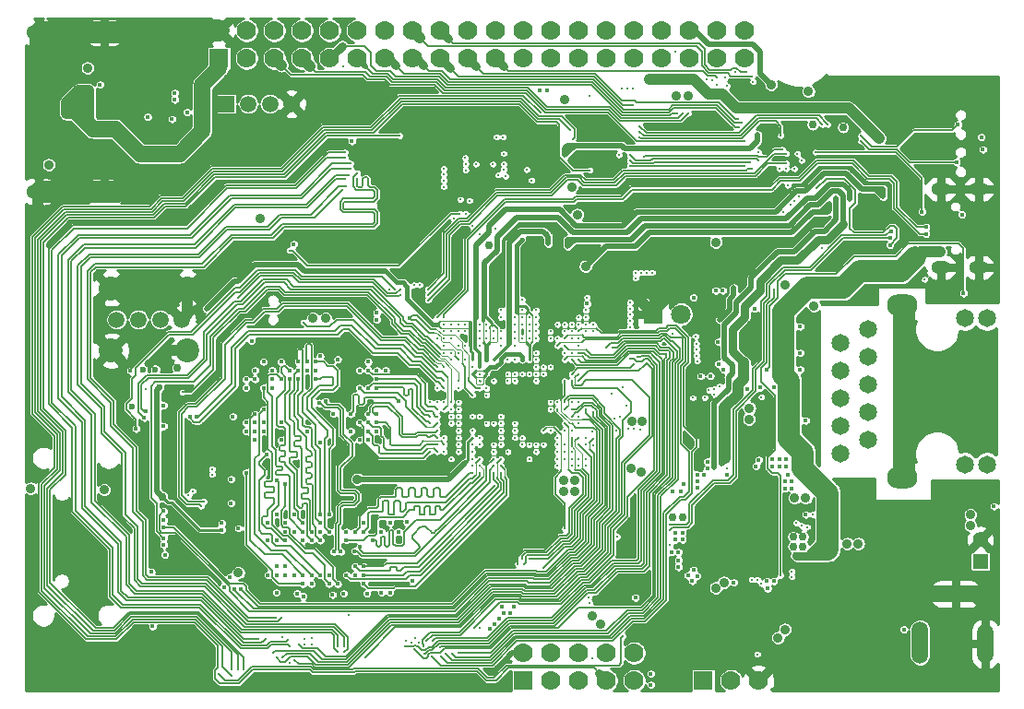
<source format=gbr>
%TF.GenerationSoftware,KiCad,Pcbnew,5.1.5-52549c5~84~ubuntu18.04.1*%
%TF.CreationDate,2020-02-11T15:54:30+02:00*%
%TF.ProjectId,A64-OlinuXino_Rev_G,4136342d-4f6c-4696-9e75-58696e6f5f52,G*%
%TF.SameCoordinates,Original*%
%TF.FileFunction,Copper,L3,Inr*%
%TF.FilePolarity,Positive*%
%FSLAX46Y46*%
G04 Gerber Fmt 4.6, Leading zero omitted, Abs format (unit mm)*
G04 Created by KiCad (PCBNEW 5.1.5-52549c5~84~ubuntu18.04.1) date 2020-02-11 15:54:30*
%MOMM*%
%LPD*%
G04 APERTURE LIST*
%TA.AperFunction,ViaPad*%
%ADD10O,2.800000X2.000000*%
%TD*%
%TA.AperFunction,ViaPad*%
%ADD11C,1.650000*%
%TD*%
%TA.AperFunction,ViaPad*%
%ADD12O,2.300000X1.300000*%
%TD*%
%TA.AperFunction,ViaPad*%
%ADD13O,2.700000X1.300000*%
%TD*%
%TA.AperFunction,ViaPad*%
%ADD14C,1.778000*%
%TD*%
%TA.AperFunction,ViaPad*%
%ADD15R,1.778000X1.778000*%
%TD*%
%TA.AperFunction,ViaPad*%
%ADD16C,5.500000*%
%TD*%
%TA.AperFunction,ViaPad*%
%ADD17C,1.500000*%
%TD*%
%TA.AperFunction,ViaPad*%
%ADD18C,2.200000*%
%TD*%
%TA.AperFunction,ViaPad*%
%ADD19R,1.500000X1.500000*%
%TD*%
%TA.AperFunction,ViaPad*%
%ADD20O,1.800000X1.200000*%
%TD*%
%TA.AperFunction,ViaPad*%
%ADD21R,1.422400X1.422400*%
%TD*%
%TA.AperFunction,ViaPad*%
%ADD22R,0.400000X0.400000*%
%TD*%
%TA.AperFunction,ViaPad*%
%ADD23R,1.400000X1.400000*%
%TD*%
%TA.AperFunction,ViaPad*%
%ADD24C,1.400000*%
%TD*%
%TA.AperFunction,ViaPad*%
%ADD25C,1.800000*%
%TD*%
%TA.AperFunction,ViaPad*%
%ADD26R,1.800000X1.800000*%
%TD*%
%TA.AperFunction,ViaPad*%
%ADD27O,3.700000X1.500000*%
%TD*%
%TA.AperFunction,ViaPad*%
%ADD28O,1.500000X3.600000*%
%TD*%
%TA.AperFunction,ViaPad*%
%ADD29O,1.500000X3.900000*%
%TD*%
%TA.AperFunction,ViaPad*%
%ADD30C,0.750000*%
%TD*%
%TA.AperFunction,ViaPad*%
%ADD31C,0.900000*%
%TD*%
%TA.AperFunction,ViaPad*%
%ADD32C,0.450000*%
%TD*%
%TA.AperFunction,ViaPad*%
%ADD33C,0.327000*%
%TD*%
%TA.AperFunction,ViaPad*%
%ADD34C,0.600000*%
%TD*%
%TA.AperFunction,ViaPad*%
%ADD35C,0.406400*%
%TD*%
%TA.AperFunction,Conductor*%
%ADD36C,1.016000*%
%TD*%
%TA.AperFunction,Conductor*%
%ADD37C,1.524000*%
%TD*%
%TA.AperFunction,Conductor*%
%ADD38C,0.508000*%
%TD*%
%TA.AperFunction,Conductor*%
%ADD39C,0.106600*%
%TD*%
%TA.AperFunction,Conductor*%
%ADD40C,0.254000*%
%TD*%
%TA.AperFunction,Conductor*%
%ADD41C,2.032000*%
%TD*%
%TA.AperFunction,Conductor*%
%ADD42C,0.203200*%
%TD*%
%TA.AperFunction,Conductor*%
%ADD43C,0.711200*%
%TD*%
%TA.AperFunction,Conductor*%
%ADD44C,0.127000*%
%TD*%
%TA.AperFunction,Conductor*%
%ADD45C,0.406400*%
%TD*%
%TA.AperFunction,Conductor*%
%ADD46C,0.762000*%
%TD*%
%TA.AperFunction,Conductor*%
%ADD47C,0.304800*%
%TD*%
%TA.AperFunction,Conductor*%
%ADD48C,0.152400*%
%TD*%
G04 APERTURE END LIST*
D10*
%TO.N,Net-(C196-Pad2)*%
%TO.C,LAN1*%
X180823000Y-80036000D03*
X180823000Y-64236000D03*
D11*
%TO.N,/USB&HDMI\002CWiFi&BT\002CEthernet\002CLCD/PHYAD0*%
X188595000Y-78867000D03*
%TO.N,/USB&HDMI\002CWiFi&BT\002CEthernet\002CLCD/VDD33*%
X186563000Y-78867000D03*
%TO.N,/USB&HDMI\002CWiFi&BT\002CEthernet\002CLCD/PHYAD1*%
X188595000Y-65405000D03*
%TO.N,/USB&HDMI\002CWiFi&BT\002CEthernet\002CLCD/VDD33*%
X186563000Y-65405000D03*
%TO.N,/USB&HDMI\002CWiFi&BT\002CEthernet\002CLCD/MDI[3]-*%
X175133000Y-77851000D03*
%TO.N,/USB&HDMI\002CWiFi&BT\002CEthernet\002CLCD/MDI[3]+*%
X177673000Y-76581000D03*
%TO.N,/USB&HDMI\002CWiFi&BT\002CEthernet\002CLCD/MDI[2]-*%
X175133000Y-75311000D03*
%TO.N,/USB&HDMI\002CWiFi&BT\002CEthernet\002CLCD/MDI[2]+*%
X177673000Y-74041000D03*
%TO.N,Net-(C200-Pad2)*%
X175133000Y-72771000D03*
%TO.N,Net-(C199-Pad2)*%
X177673000Y-71501000D03*
%TO.N,/USB&HDMI\002CWiFi&BT\002CEthernet\002CLCD/MDI[1]-*%
X175133000Y-70231000D03*
%TO.N,/USB&HDMI\002CWiFi&BT\002CEthernet\002CLCD/MDI[1]+*%
X177673000Y-68961000D03*
%TO.N,/USB&HDMI\002CWiFi&BT\002CEthernet\002CLCD/MDI[0]-*%
X175133000Y-67691000D03*
%TO.N,/USB&HDMI\002CWiFi&BT\002CEthernet\002CLCD/MDI[0]+*%
X177673000Y-66421000D03*
%TD*%
D12*
%TO.N,GND*%
%TO.C,HDMI1*%
X101547000Y-39182000D03*
X101547000Y-53782000D03*
D13*
X107597000Y-53782000D03*
X107597000Y-39182000D03*
%TD*%
D14*
%TO.N,UART3-RX*%
%TO.C,UEXT1*%
X148590000Y-96139000D03*
%TO.N,UART3-TX*%
X148590000Y-98679000D03*
%TO.N,GND*%
X146050000Y-96139000D03*
D15*
%TO.N,+3V3*%
X146050000Y-98679000D03*
D14*
%TO.N,TWI1-SCK*%
X151130000Y-98679000D03*
%TO.N,TWI1-SDA*%
X151130000Y-96139000D03*
%TO.N,/Power Supply\002C Extensions and MiPi-DSI/UEXT-MOSI*%
X153670000Y-96139000D03*
%TO.N,/Power Supply\002C Extensions and MiPi-DSI/UEXT-MISO*%
X153670000Y-98679000D03*
%TO.N,/Power Supply\002C Extensions and MiPi-DSI/UEXT-CLK*%
X156210000Y-98679000D03*
%TO.N,/Power Supply\002C Extensions and MiPi-DSI/UEXT-CS*%
X156210000Y-96139000D03*
%TD*%
D16*
%TO.N,GND*%
%TO.C,Mounting_hole2*%
X114500000Y-96600000D03*
%TD*%
%TO.N,GND*%
%TO.C,Mounting_hole3*%
X113000000Y-40900000D03*
%TD*%
%TO.N,GND*%
%TO.C,Mounting_hole1*%
X172800000Y-96600000D03*
%TD*%
D17*
%TO.N,GND*%
%TO.C,USB1*%
X114712000Y-65532000D03*
%TO.N,/USB&HDMI\002CWiFi&BT\002CEthernet\002CLCD/USB1-DP*%
X112712000Y-65532000D03*
%TO.N,/USB&HDMI\002CWiFi&BT\002CEthernet\002CLCD/USB1-DM*%
X110712000Y-65532000D03*
%TO.N,Net-(C74-Pad1)*%
X108712000Y-65532000D03*
D18*
%TO.N,GND*%
X108212000Y-68382000D03*
X108212000Y-62682000D03*
X115212000Y-68382000D03*
X115212000Y-62682000D03*
%TD*%
D17*
%TO.N,GND*%
%TO.C,HSIC1*%
X124793000Y-45720000D03*
%TO.N,Net-(HSIC1-Pad3)*%
X122793000Y-45720000D03*
%TO.N,Net-(HSIC1-Pad2)*%
X120793000Y-45720000D03*
D19*
%TO.N,Net-(HSIC1-Pad1)*%
X118793000Y-45720000D03*
%TD*%
D20*
%TO.N,GND*%
%TO.C,USB-OTG1*%
X187842000Y-53550000D03*
X184372000Y-53550000D03*
X184372000Y-60750000D03*
X187842000Y-60750000D03*
%TD*%
D21*
%TO.N,GND*%
%TO.C,U15*%
X166624000Y-67310000D03*
%TD*%
%TO.N,GND*%
%TO.C,U14*%
X165862000Y-84645500D03*
D22*
X168062000Y-83845500D03*
X167362000Y-83845500D03*
X166662000Y-83845500D03*
X166662000Y-83145500D03*
X166662000Y-82445500D03*
X165062000Y-82445500D03*
X165062000Y-83145500D03*
X165062000Y-83845500D03*
X164362000Y-83845500D03*
X163662000Y-83845500D03*
X163662000Y-85445500D03*
X164362000Y-85445500D03*
X165062000Y-85445500D03*
X165062000Y-86145500D03*
X165062000Y-86845500D03*
X166662000Y-86845500D03*
X166662000Y-86145500D03*
X166662000Y-85445500D03*
X167362000Y-85445500D03*
X168062000Y-85445500D03*
%TD*%
D14*
%TO.N,PC4*%
%TO.C,GPIO1*%
X140970000Y-38989000D03*
%TO.N,/Power Supply\002C Extensions and MiPi-DSI/PE7*%
X140970000Y-41529000D03*
%TO.N,/Power Supply\002C Extensions and MiPi-DSI/PB4*%
X138430000Y-38989000D03*
%TO.N,/Power Supply\002C Extensions and MiPi-DSI/PE6*%
X138430000Y-41529000D03*
%TO.N,/Power Supply\002C Extensions and MiPi-DSI/PB3*%
X135890000Y-38989000D03*
%TO.N,/Power Supply\002C Extensions and MiPi-DSI/PE5*%
X135890000Y-41529000D03*
%TO.N,/Power Supply\002C Extensions and MiPi-DSI/PB2*%
X133350000Y-38989000D03*
%TO.N,/Power Supply\002C Extensions and MiPi-DSI/PE4*%
X133350000Y-41529000D03*
%TO.N,/Power Supply\002C Extensions and MiPi-DSI/PB1*%
X130810000Y-38989000D03*
%TO.N,/Power Supply\002C Extensions and MiPi-DSI/PE3*%
X130810000Y-41529000D03*
%TO.N,AP-RESET#*%
X120650000Y-38989000D03*
%TO.N,+3V3*%
X120650000Y-41529000D03*
%TO.N,GND*%
X118110000Y-38989000D03*
D15*
%TO.N,+5V*%
X118110000Y-41529000D03*
D14*
%TO.N,/Power Supply\002C Extensions and MiPi-DSI/PE0*%
X123190000Y-41529000D03*
%TO.N,UBOOT*%
X123190000Y-38989000D03*
%TO.N,KEYADC*%
X125730000Y-38989000D03*
%TO.N,/Power Supply\002C Extensions and MiPi-DSI/PE1*%
X125730000Y-41529000D03*
%TO.N,/Power Supply\002C Extensions and MiPi-DSI/PE2*%
X128270000Y-41529000D03*
%TO.N,/Power Supply\002C Extensions and MiPi-DSI/PB0*%
X128270000Y-38989000D03*
%TO.N,PL10*%
X153670000Y-38989000D03*
%TO.N,/Power Supply\002C Extensions and MiPi-DSI/PE12*%
X153670000Y-41529000D03*
%TO.N,/Power Supply\002C Extensions and MiPi-DSI/PE11*%
X151130000Y-41529000D03*
%TO.N,PL9*%
X151130000Y-38989000D03*
%TO.N,PL8*%
X148590000Y-38989000D03*
%TO.N,/Power Supply\002C Extensions and MiPi-DSI/PE10*%
X148590000Y-41529000D03*
%TO.N,/Power Supply\002C Extensions and MiPi-DSI/PE8*%
X143510000Y-41529000D03*
%TO.N,PC7*%
X143510000Y-38989000D03*
%TO.N,/Power Supply\002C Extensions and MiPi-DSI/PE9*%
X146050000Y-41529000D03*
%TO.N,PL7*%
X146050000Y-38989000D03*
%TO.N,/Power Supply\002C Extensions and MiPi-DSI/PE13*%
X156210000Y-41529000D03*
%TO.N,PL11*%
X156210000Y-38989000D03*
%TO.N,/Power Supply\002C Extensions and MiPi-DSI/PE14*%
X158750000Y-41529000D03*
%TO.N,PL12*%
X158750000Y-38989000D03*
%TO.N,/Power Supply\002C Extensions and MiPi-DSI/PE15*%
X161290000Y-41529000D03*
%TO.N,/Power Supply\002C Extensions and MiPi-DSI/1.8V_DVDD-CSI*%
X161290000Y-38989000D03*
%TO.N,/Power Supply\002C Extensions and MiPi-DSI/PE16\005CPOWERON*%
X163830000Y-41529000D03*
%TO.N,/Power Supply\002C Extensions and MiPi-DSI/2.8V_AVDD-CSI*%
X163830000Y-38989000D03*
%TO.N,/Power Supply\002C Extensions and MiPi-DSI/PE17\005CGPIO_LED*%
X166370000Y-41529000D03*
%TO.N,VCC-PE*%
X166370000Y-38989000D03*
%TD*%
%TO.N,GND*%
%TO.C,DBG_UART1*%
X167640000Y-98679000D03*
%TO.N,Net-(D4-Pad1)*%
X165100000Y-98679000D03*
D15*
%TO.N,Net-(DBG_UART1-Pad1)*%
X162560000Y-98679000D03*
%TD*%
D23*
%TO.N,VBAT*%
%TO.C,LIPO_BAT1*%
X187982860Y-87749380D03*
D24*
%TO.N,GND*%
X187980320Y-85737700D03*
%TD*%
D25*
%TO.N,Net-(C211-Pad2)*%
%TO.C,PHYRST1*%
X160528000Y-65024000D03*
D26*
%TO.N,GND*%
X157988000Y-65024000D03*
%TD*%
D27*
%TO.N,GND*%
%TO.C,PWR1*%
X185695000Y-90724000D03*
D28*
X188441000Y-95324000D03*
D29*
%TO.N,+5V_EXT*%
X182441000Y-95174000D03*
%TD*%
D30*
%TO.N,+5V_EXT*%
X171704000Y-85471000D03*
X170815000Y-85471000D03*
D31*
%TO.N,+5V*%
X153162000Y-93472000D03*
X152399998Y-92710000D03*
X104140000Y-46609000D03*
X106172000Y-45593000D03*
X106172000Y-44513500D03*
D32*
X143383000Y-93472000D03*
X142938492Y-93916500D03*
D31*
X121911591Y-56269409D03*
X105156000Y-46609000D03*
X106172000Y-46609000D03*
X178689000Y-48895000D03*
X157607000Y-43434000D03*
X170058510Y-62357000D03*
D33*
%TO.N,GND*%
X158932011Y-67706761D03*
X142240000Y-48800000D03*
X141732000Y-48800000D03*
X142748000Y-46482000D03*
D32*
X143002000Y-97917000D03*
X143002000Y-99314000D03*
X143637000Y-99314000D03*
X166878000Y-60642500D03*
D33*
X143973490Y-65974531D03*
X142250000Y-50038000D03*
X138747500Y-50863500D03*
D34*
X147900000Y-48641000D03*
D31*
X153797000Y-56007000D03*
D33*
X142240000Y-52250000D03*
X142748000Y-52250000D03*
D32*
X161163000Y-62547500D03*
X161226500Y-61912500D03*
D31*
X163576000Y-59598410D03*
D32*
X167767000Y-58864500D03*
X167766994Y-58166000D03*
X153568442Y-50190442D03*
D31*
X110744000Y-94488000D03*
D30*
X112915212Y-87871788D03*
D32*
X159385000Y-99314000D03*
D31*
X139336162Y-90897899D03*
X137922000Y-91007737D03*
D32*
X126689621Y-90631695D03*
X132334000Y-90677994D03*
X136510500Y-90600000D03*
X135841000Y-90600000D03*
X134490259Y-90490259D03*
X131000500Y-90677994D03*
X130175006Y-90678000D03*
X171831000Y-72770992D03*
X121885000Y-67437000D03*
X123444000Y-67437000D03*
X125349000Y-67437000D03*
X127254000Y-67437000D03*
D33*
X148525000Y-75075000D03*
D35*
X142675000Y-73775000D03*
D32*
X132200000Y-85000000D03*
X134600000Y-85800000D03*
X130600000Y-89800000D03*
X134600000Y-84200000D03*
X133000000Y-89800000D03*
X133000000Y-84200000D03*
D33*
X145275000Y-77025000D03*
X145275000Y-77675000D03*
X143975000Y-77675000D03*
X144625000Y-77025000D03*
X142025000Y-77675000D03*
X138775000Y-78325000D03*
X137475000Y-79625000D03*
X142025000Y-75725000D03*
D32*
X128200000Y-84200000D03*
X122600000Y-90600000D03*
X123400000Y-84200000D03*
X124200000Y-83400000D03*
X133400000Y-75800000D03*
X130200000Y-75000000D03*
X129000000Y-76800000D03*
X128600000Y-75000000D03*
X129800000Y-69200000D03*
X129400000Y-70200000D03*
X125222000Y-78613000D03*
X122428000Y-78613000D03*
X126200000Y-75000000D03*
X121400000Y-69400000D03*
X124600000Y-69400000D03*
X128200000Y-69200000D03*
D33*
X142025000Y-73775000D03*
X142025000Y-71175000D03*
X143325000Y-70525000D03*
X142675000Y-71175000D03*
D32*
X178689000Y-56769000D03*
D31*
X181737000Y-49657000D03*
D32*
X184404000Y-43434000D03*
X185674000Y-43434000D03*
X173990000Y-43434000D03*
D33*
X149175000Y-71175000D03*
D31*
X171831000Y-88265000D03*
X157226000Y-89408000D03*
X156210000Y-89408000D03*
D33*
X147875000Y-78325000D03*
X147225000Y-76375000D03*
X148525000Y-77025000D03*
X147225000Y-75725000D03*
D31*
X148971000Y-83820000D03*
X176784000Y-92202000D03*
D32*
X180340000Y-88900000D03*
X179641500Y-88900000D03*
X175387000Y-88582500D03*
X175196500Y-89281000D03*
D31*
X187452000Y-82169000D03*
X187452000Y-81026000D03*
X155829000Y-84709000D03*
X172085000Y-75819000D03*
X155829000Y-86741000D03*
D32*
X171831000Y-73533000D03*
D31*
X189103000Y-46101000D03*
X187325000Y-46101000D03*
X181610000Y-54991000D03*
X169672000Y-44577000D03*
X182753000Y-49657000D03*
D33*
X145275000Y-69875000D03*
X144625000Y-69875000D03*
X145925000Y-69875000D03*
X146575000Y-69875000D03*
X145925000Y-71825000D03*
X146575000Y-71175000D03*
X145925000Y-71175000D03*
X145275000Y-71825000D03*
X144625000Y-71825000D03*
X143975000Y-71825000D03*
X143325000Y-71825000D03*
X143975000Y-71175000D03*
X146575000Y-71825000D03*
X147225000Y-71825000D03*
X147875000Y-71825000D03*
X148525000Y-72475000D03*
D35*
X147225000Y-73125000D03*
X147875000Y-73125000D03*
X143975000Y-72475000D03*
D33*
X143325000Y-72475000D03*
D35*
X144625000Y-72475000D03*
X145275000Y-72475000D03*
X145925000Y-72475000D03*
X146575000Y-72475000D03*
X147225000Y-72475000D03*
X147875000Y-72475000D03*
D33*
X148525000Y-74425000D03*
X149175000Y-74425000D03*
D35*
X147875000Y-73775000D03*
X143325000Y-73125000D03*
X142675000Y-73125000D03*
X143975000Y-73125000D03*
X144625000Y-73125000D03*
X145275000Y-73125000D03*
X145925000Y-73125000D03*
X146575000Y-73125000D03*
X147225000Y-73775000D03*
X146575000Y-73775000D03*
X145925000Y-73775000D03*
X145275000Y-73775000D03*
X144625000Y-73775000D03*
X143975000Y-73775000D03*
X143325000Y-73775000D03*
X147875000Y-74425000D03*
X147225000Y-74425000D03*
X146575000Y-74425000D03*
X146575000Y-75075000D03*
X147225000Y-75075000D03*
D33*
X143325000Y-74425000D03*
X145275000Y-74425000D03*
D32*
X130600000Y-84200000D03*
X132200000Y-84200000D03*
X119200000Y-83100000D03*
D31*
X102108000Y-76327000D03*
D32*
X113792000Y-48895000D03*
X113792000Y-51816000D03*
X113792000Y-45974000D03*
X111506000Y-45974000D03*
X111506000Y-48895000D03*
X111506000Y-51816000D03*
X107188000Y-46228000D03*
X107188000Y-49276000D03*
X107188000Y-50800000D03*
X107188000Y-43307000D03*
D33*
X145925000Y-74425000D03*
X152425000Y-65325000D03*
X139425000Y-75725000D03*
X138775000Y-75075000D03*
X140725000Y-67275000D03*
D31*
X184658000Y-55118000D03*
X183642000Y-55118000D03*
X123571000Y-58928000D03*
X107569000Y-80010000D03*
X102362000Y-95504000D03*
X102362000Y-94361000D03*
X101092000Y-76327000D03*
X148971000Y-84836000D03*
D32*
X144272000Y-99314000D03*
D31*
X174503225Y-60584225D03*
X167132000Y-54737000D03*
D32*
X185039000Y-43815000D03*
X185039000Y-45593000D03*
X186436000Y-45593000D03*
X179959000Y-45974000D03*
X184023000Y-46355000D03*
X131000000Y-75800000D03*
X128200000Y-76800000D03*
X131000000Y-69400000D03*
X123800000Y-75800000D03*
X122200000Y-76600000D03*
D31*
X129794000Y-67183000D03*
X107188000Y-91186000D03*
X113538000Y-55880000D03*
X114681000Y-55880000D03*
D32*
X172085000Y-66167000D03*
X126365000Y-51054000D03*
X124714000Y-49403000D03*
D31*
X161290000Y-76835000D03*
D33*
X145925000Y-66625000D03*
D32*
X132600000Y-69400000D03*
D33*
X138125000Y-64675000D03*
D32*
X131800000Y-71000000D03*
X125222000Y-65659000D03*
X132600000Y-76600000D03*
X122809000Y-48514000D03*
D31*
X118364000Y-48260000D03*
X120142000Y-48260000D03*
X121793000Y-48260000D03*
D32*
X123825000Y-48514000D03*
D31*
X122555000Y-58928000D03*
X146500000Y-60600000D03*
X146500000Y-59600000D03*
D32*
X154813000Y-48895000D03*
X178689000Y-56134000D03*
D31*
X176911000Y-63500000D03*
X177927000Y-63500000D03*
D32*
X184912000Y-62484000D03*
D31*
X129857500Y-44577000D03*
X130810000Y-44577000D03*
X128905000Y-46863000D03*
X129857500Y-46863000D03*
X127952500Y-46863000D03*
D32*
X100838000Y-83185000D03*
D31*
X163322000Y-46741510D03*
X162306000Y-46741510D03*
D32*
X175387000Y-49657000D03*
X174752000Y-49657000D03*
D35*
X147875000Y-75075000D03*
D31*
X101092000Y-44323000D03*
X101092000Y-46101000D03*
X101092000Y-48006000D03*
X101092000Y-49784000D03*
X101092000Y-51562000D03*
X106299000Y-51943000D03*
X106299000Y-50038000D03*
X101092000Y-41021000D03*
X101092000Y-42672000D03*
D32*
X159385000Y-98679000D03*
X159385000Y-97917000D03*
X124200000Y-90600000D03*
X125800000Y-83400000D03*
X129000000Y-89000000D03*
X132200000Y-89800000D03*
X120600000Y-76600000D03*
X123000000Y-69400000D03*
X126200000Y-71000000D03*
X132080000Y-64262000D03*
X118364000Y-83566000D03*
X116459000Y-77597000D03*
X116459000Y-76962000D03*
D31*
X107188000Y-89662000D03*
X101092000Y-99060000D03*
X102235000Y-97917000D03*
X101092000Y-96774000D03*
X101092000Y-94361000D03*
D32*
X179451000Y-90678000D03*
D31*
X147447000Y-58674000D03*
D30*
X146558000Y-58674000D03*
D32*
X143637000Y-97536000D03*
D31*
X127571500Y-58928000D03*
X128524000Y-59944000D03*
X127571500Y-59944000D03*
D33*
X141668500Y-52250000D03*
X142250000Y-51250000D03*
X142748000Y-49657000D03*
X142750000Y-48800000D03*
X142750000Y-50250000D03*
X147200000Y-53250000D03*
X147900000Y-52250000D03*
X147900000Y-51250000D03*
D32*
X179430320Y-45545808D03*
X175387000Y-43434000D03*
X174625000Y-43434000D03*
X186690000Y-43434000D03*
X187706000Y-43434000D03*
X189357000Y-43434000D03*
X188658500Y-43434000D03*
X189357000Y-44069000D03*
X189357000Y-44704000D03*
X189357000Y-45339000D03*
X186182000Y-43815000D03*
X187198000Y-43815000D03*
X188188600Y-43815000D03*
D31*
X183007000Y-47371000D03*
D32*
X182753000Y-43434000D03*
X176022000Y-43434000D03*
X180594000Y-45974000D03*
X183514992Y-45592992D03*
X182753000Y-45974000D03*
X185674000Y-44450000D03*
X186690000Y-44450000D03*
X187706000Y-44450000D03*
X188595000Y-44450000D03*
X180721000Y-45085000D03*
D31*
%TO.N,+1.5V*%
X166795562Y-73660000D03*
D32*
X125285509Y-90678003D03*
X131698994Y-90678000D03*
X129540000Y-90678000D03*
X131800000Y-76600000D03*
X130600000Y-89000000D03*
X133000000Y-90600000D03*
X133800000Y-90600000D03*
X135354607Y-84148773D03*
X133000000Y-85000000D03*
X129800000Y-85000000D03*
X135900000Y-89500000D03*
X123400000Y-90600000D03*
X127400000Y-85000000D03*
X123400000Y-83400000D03*
X125000000Y-83400000D03*
X131000000Y-76600000D03*
X132600000Y-75800000D03*
X130200000Y-75800000D03*
X127400000Y-76800000D03*
X128600000Y-74200000D03*
X131800000Y-69400000D03*
X131000000Y-70200000D03*
X132600000Y-70200000D03*
X133400000Y-70200000D03*
X126200000Y-75800000D03*
X122200000Y-69400000D03*
X123800000Y-69400000D03*
X127000000Y-70200000D03*
X126200000Y-70200000D03*
X119200000Y-82400000D03*
D33*
X142025000Y-74425000D03*
X141375000Y-74425000D03*
D31*
X166751000Y-74676000D03*
D33*
X145275000Y-75725000D03*
X145275000Y-75075000D03*
X143975000Y-75075000D03*
X143975000Y-76375000D03*
X143975000Y-75725000D03*
X143325000Y-75075000D03*
X142675000Y-75075000D03*
D32*
X131400000Y-84200000D03*
X133800000Y-84200000D03*
X134600000Y-85000000D03*
D33*
X143975000Y-74425000D03*
D32*
X129000000Y-69200000D03*
X123800000Y-76600000D03*
X121400000Y-76600000D03*
X128200000Y-89000000D03*
X121100000Y-67500000D03*
%TO.N,/VREF0_DDR3*%
X127400000Y-68900000D03*
X126600000Y-89800000D03*
X123800000Y-75000000D03*
X119900000Y-84700000D03*
X119200000Y-80200000D03*
X119380000Y-74422000D03*
D33*
%TO.N,/S0SVREF*%
X141375000Y-76375000D03*
D31*
X130800000Y-80200000D03*
D32*
%TO.N,+3V3*%
X156337000Y-91059000D03*
D30*
X142858872Y-58686709D03*
D33*
X145275000Y-67936832D03*
X145275000Y-67289861D03*
X144625000Y-69225000D03*
D31*
X149860000Y-45333490D03*
D32*
X130302000Y-49149000D03*
X157734000Y-99060000D03*
X124968000Y-58610488D03*
D31*
X155956000Y-79184500D03*
X156839490Y-79565500D03*
D33*
X148525000Y-69875000D03*
D32*
X180975000Y-93980000D03*
D33*
X147875000Y-70525000D03*
D31*
X119888000Y-88773000D03*
D32*
X186309000Y-55880000D03*
X144221200Y-92519500D03*
X143827500Y-93027500D03*
D31*
X163703000Y-58420000D03*
D33*
X147875000Y-69875000D03*
D31*
X151003000Y-55880000D03*
X161163000Y-44952490D03*
X160083500Y-44958000D03*
X100838000Y-81026000D03*
X107569000Y-81153000D03*
X172212000Y-44577000D03*
D32*
X118357157Y-84207843D03*
D33*
%TO.N,Net-(C37-Pad2)*%
X140250000Y-54500000D03*
D32*
%TO.N,GNDA*%
X132588000Y-65532000D03*
X132588000Y-64897000D03*
D33*
X137475000Y-73125000D03*
D34*
X112649000Y-71755000D03*
D30*
X112903000Y-81788000D03*
D32*
X118364000Y-84836000D03*
D33*
%TO.N,/NAND Flash \002C eMMC\002C T-Card and Audio/MBIAS*%
X140075000Y-71175000D03*
D32*
X113030000Y-85598000D03*
%TO.N,+3.0VA*%
X160274000Y-86868000D03*
D33*
X141375000Y-70525000D03*
X145925000Y-69225000D03*
D32*
X159639000Y-86868000D03*
D31*
X127889000Y-65405000D03*
D34*
X110109000Y-73533000D03*
D32*
%TO.N,+1V8*%
X170688000Y-81026000D03*
X170053000Y-81026000D03*
D33*
X140075000Y-71825000D03*
D31*
X126746000Y-65405000D03*
D34*
X111125000Y-70104000D03*
D30*
X172593000Y-47625000D03*
D33*
%TO.N,Net-(C51-Pad1)*%
X138775000Y-73125000D03*
%TO.N,/NAND Flash \002C eMMC\002C T-Card and Audio/MICIN1P*%
X116712992Y-82232500D03*
X138125000Y-69875000D03*
D32*
%TO.N,Net-(C54-Pad2)*%
X135636000Y-65405000D03*
D33*
X142025000Y-71825000D03*
X141375000Y-72475000D03*
%TO.N,Net-(C55-Pad1)*%
X138125000Y-71825000D03*
D32*
%TO.N,Net-(C57-Pad2)*%
X113030000Y-86233000D03*
X119126000Y-89154000D03*
D33*
%TO.N,Net-(C59-Pad1)*%
X138125000Y-73125000D03*
%TO.N,/NAND Flash \002C eMMC\002C T-Card and Audio/MICIN1N*%
X138775000Y-69875000D03*
X116459000Y-82677000D03*
%TO.N,Net-(C61-Pad1)*%
X140075000Y-73125000D03*
%TO.N,Net-(C61-Pad2)*%
X140075000Y-73775000D03*
D31*
%TO.N,+5V_USBOTG*%
X183261000Y-59309000D03*
D30*
X171958000Y-87249000D03*
X171069000Y-87249000D03*
D31*
X184277000Y-59309000D03*
D33*
%TO.N,Net-(C68-Pad2)*%
X182880000Y-61849000D03*
%TO.N,/USB&HDMI\002CWiFi&BT\002CEthernet\002CLCD/USB0-VBUSDET*%
X156743424Y-75620325D03*
X172974000Y-53467000D03*
D32*
X179705000Y-58674000D03*
%TO.N,+3.3VD*%
X162052000Y-81013774D03*
D33*
X145275000Y-69225000D03*
D32*
X162052000Y-80391000D03*
D30*
X114300000Y-69977000D03*
D31*
X102489000Y-51308000D03*
D32*
%TO.N,+3.3VWiFiIO*%
X164768310Y-78422500D03*
X164211000Y-78803500D03*
D33*
X147225000Y-68575000D03*
D32*
X150114000Y-58166000D03*
X150114000Y-58801000D03*
X164846000Y-56896000D03*
X164211000Y-56896000D03*
X174752000Y-53721000D03*
%TO.N,VCC-PL*%
X160020000Y-85725000D03*
X176022000Y-54483000D03*
X160655000Y-85725000D03*
D33*
X142675000Y-69225000D03*
D32*
X176022000Y-53721000D03*
%TO.N,1.1V_CPUS*%
X168910000Y-78359000D03*
X179070000Y-53530500D03*
D33*
X142025000Y-69875000D03*
D32*
X169545000Y-78359000D03*
X179070000Y-54229000D03*
X146113500Y-55435500D03*
D31*
%TO.N,1.1V_CPUX*%
X150749000Y-81280000D03*
D33*
X149175000Y-78975000D03*
X149175000Y-78325000D03*
X149825000Y-78325000D03*
X150475000Y-78325000D03*
X151125000Y-78325000D03*
X151125000Y-78975000D03*
X150475000Y-78975000D03*
X151775000Y-78325000D03*
X151775000Y-78975000D03*
X149175000Y-77675000D03*
X149825000Y-77675000D03*
X150475000Y-77675000D03*
X149175000Y-76375000D03*
X148525000Y-75725000D03*
X149825000Y-77025000D03*
X149175000Y-77025000D03*
D31*
X149733000Y-80264000D03*
X149733000Y-81280000D03*
X150749000Y-80269520D03*
D32*
%TO.N,Net-(C125-Pad2)*%
X160782000Y-80645000D03*
%TO.N,IPS*%
X159702500Y-81280012D03*
X168910000Y-78994000D03*
X167646119Y-78414380D03*
X144082889Y-91883111D03*
D31*
X170942000Y-81915000D03*
X171958000Y-81915000D03*
D30*
X170815000Y-86360000D03*
X171704000Y-86360000D03*
D31*
X164465000Y-89662000D03*
D32*
X160274000Y-87630000D03*
X160274000Y-88265000D03*
D30*
X160655000Y-83693000D03*
X159766000Y-83693000D03*
D32*
X162941000Y-78587600D03*
X162941000Y-79222600D03*
X167386000Y-78994000D03*
X169545000Y-78994000D03*
D31*
X187071000Y-83439000D03*
X187071000Y-84455000D03*
D32*
X160528000Y-81280000D03*
D31*
X163703000Y-90170000D03*
D33*
X164719000Y-79184500D03*
D32*
X164719000Y-79756000D03*
D31*
%TO.N,Net-(C135-Pad1)*%
X176784000Y-86106000D03*
X175768000Y-86106000D03*
D32*
%TO.N,VBAT*%
X171958000Y-83439000D03*
D31*
%TO.N,Net-(C143-Pad2)*%
X170053000Y-93980000D03*
X169418000Y-94742000D03*
D32*
%TO.N,Net-(C149-Pad1)*%
X161988500Y-89090500D03*
X161544000Y-89535000D03*
%TO.N,3.0V_RTC*%
X168465498Y-90233502D03*
D33*
X141375000Y-69225000D03*
D32*
X168402000Y-89535000D03*
X116967000Y-64516000D03*
D34*
X112268000Y-70104000D03*
D31*
%TO.N,1.1V_SYS*%
X156004016Y-74878590D03*
X156915685Y-74871985D03*
D33*
X142675000Y-71825000D03*
X143325000Y-71175000D03*
X142675000Y-72475000D03*
X145275000Y-70525000D03*
X144625000Y-70525000D03*
X145925000Y-70525000D03*
X146575000Y-70525000D03*
X147225000Y-70525000D03*
X147225000Y-69875000D03*
X147225000Y-71175000D03*
X145275000Y-71175000D03*
X144625000Y-71175000D03*
%TO.N,AP-RESET#*%
X167005000Y-89408000D03*
X167894000Y-72644000D03*
X140075000Y-68575000D03*
X129540000Y-42291000D03*
D32*
X185928000Y-47625000D03*
D33*
X177038000Y-48641000D03*
D32*
%TO.N,/Power Supply\002C Extensions and MiPi-DSI/3.3V_MIPI*%
X144843500Y-92455998D03*
X161988500Y-79756000D03*
X162623500Y-79756000D03*
X145161000Y-91871800D03*
%TO.N,/Power Supply\002C Extensions and MiPi-DSI/2.8V_AVDD-CSI*%
X174752000Y-55118000D03*
X174752000Y-54419500D03*
X163576000Y-78486000D03*
X163576000Y-79121000D03*
%TO.N,VCC-PE*%
X174117000Y-54864000D03*
X160655000Y-85090000D03*
X160020000Y-85090000D03*
X174117000Y-55499000D03*
D31*
X151759490Y-60642500D03*
%TO.N,/Power Supply\002C Extensions and MiPi-DSI/1.8V_DVDD-CSI*%
X168783000Y-43942000D03*
D32*
X170688000Y-80391000D03*
X170053000Y-80391000D03*
%TO.N,Net-(C174-Pad2)*%
X170307000Y-79756000D03*
D33*
%TO.N,Net-(C177-Pad2)*%
X172085000Y-84582000D03*
D32*
X185801000Y-51054000D03*
D33*
X177038000Y-49149000D03*
D32*
%TO.N,1.2V_HSIC*%
X170180000Y-78359000D03*
X148336000Y-57912000D03*
X170180000Y-78994000D03*
D33*
X143325000Y-69225000D03*
D30*
X175387000Y-47879000D03*
D32*
X148336000Y-58547000D03*
X147574000Y-44513500D03*
X148208996Y-44513500D03*
%TO.N,Net-(C181-Pad2)*%
X169037000Y-89535000D03*
D33*
%TO.N,Net-(C183-Pad1)*%
X138127943Y-67272057D03*
X136525000Y-62357000D03*
%TO.N,Net-(C184-Pad1)*%
X138775000Y-67925000D03*
X136017000Y-62357000D03*
%TO.N,Net-(C188-Pad2)*%
X146575000Y-69225000D03*
D32*
X145923000Y-58166000D03*
D33*
%TO.N,Net-(C192-Pad2)*%
X141375000Y-69875000D03*
%TO.N,KEYADC*%
X133731000Y-62738000D03*
%TO.N,Net-(D4-Pad2)*%
X167513000Y-96266000D03*
D32*
X157734000Y-98044000D03*
D33*
X150475000Y-75725000D03*
%TO.N,Net-(DBG_UART1-Pad1)*%
X148525000Y-73125000D03*
D32*
%TO.N,Net-(FET1-Pad3)*%
X107188000Y-43942000D03*
D33*
%TO.N,/USB&HDMI\002CWiFi&BT\002CEthernet\002CLCD/HCEC*%
X140725000Y-66625000D03*
D32*
X111569500Y-46926500D03*
X113792000Y-47117000D03*
D31*
%TO.N,Net-(FUSE1-Pad2)*%
X106045000Y-42418000D03*
D33*
%TO.N,/Power Supply\002C Extensions and MiPi-DSI/PE16*%
X151775000Y-65975000D03*
X163830000Y-43942000D03*
%TO.N,/Power Supply\002C Extensions and MiPi-DSI/PE15*%
X157861000Y-61214000D03*
%TO.N,PL12*%
X140075000Y-65975000D03*
%TO.N,/Power Supply\002C Extensions and MiPi-DSI/PE14*%
X152425000Y-66625000D03*
%TO.N,PL11*%
X139425000Y-67275000D03*
%TO.N,/Power Supply\002C Extensions and MiPi-DSI/PE13*%
X150475000Y-65975000D03*
%TO.N,PL10*%
X139425000Y-65975000D03*
%TO.N,/Power Supply\002C Extensions and MiPi-DSI/PE12*%
X151775000Y-66625000D03*
X164719000Y-44069000D03*
%TO.N,PL9*%
X139425000Y-66625000D03*
%TO.N,/Power Supply\002C Extensions and MiPi-DSI/PE11*%
X149825000Y-65975000D03*
X156083000Y-44323000D03*
%TO.N,PL8*%
X138775000Y-65975000D03*
%TO.N,/Power Supply\002C Extensions and MiPi-DSI/PE10*%
X163385500Y-43561000D03*
X151775000Y-65325000D03*
%TO.N,PL7*%
X138775000Y-67275000D03*
%TO.N,/Power Supply\002C Extensions and MiPi-DSI/PE9*%
X164592000Y-43307000D03*
X150475000Y-68575000D03*
%TO.N,PC7*%
X155575000Y-44323000D03*
X147225000Y-67275000D03*
%TO.N,/Power Supply\002C Extensions and MiPi-DSI/PE8*%
X152425000Y-65975000D03*
X163830000Y-43307000D03*
%TO.N,/Power Supply\002C Extensions and MiPi-DSI/PE0*%
X151125000Y-67925000D03*
X166370000Y-49149000D03*
%TO.N,UBOOT*%
X134747000Y-63246000D03*
X119888000Y-63500000D03*
X140725000Y-69225000D03*
%TO.N,/Power Supply\002C Extensions and MiPi-DSI/PE1*%
X151775000Y-64675000D03*
X161163000Y-46609000D03*
%TO.N,/Power Supply\002C Extensions and MiPi-DSI/PE2*%
X151125000Y-65325000D03*
X160147000Y-46609000D03*
%TO.N,/Power Supply\002C Extensions and MiPi-DSI/PB0*%
X148525000Y-73775000D03*
X160020000Y-40894000D03*
%TO.N,/Power Supply\002C Extensions and MiPi-DSI/PE3*%
X151125000Y-65975000D03*
X160655000Y-46609000D03*
%TO.N,/Power Supply\002C Extensions and MiPi-DSI/PB1*%
X155702000Y-75565000D03*
X167132000Y-43688000D03*
%TO.N,/Power Supply\002C Extensions and MiPi-DSI/PE4*%
X165862000Y-47879000D03*
X151125000Y-67275000D03*
%TO.N,/Power Supply\002C Extensions and MiPi-DSI/PB2*%
X149175000Y-73125000D03*
X165481000Y-42799000D03*
%TO.N,/Power Supply\002C Extensions and MiPi-DSI/PE5*%
X166116000Y-47434500D03*
X149825000Y-68575000D03*
%TO.N,/Power Supply\002C Extensions and MiPi-DSI/PB3*%
X156211018Y-75568392D03*
X167005000Y-43180000D03*
%TO.N,/Power Supply\002C Extensions and MiPi-DSI/PE6*%
X149825000Y-66625000D03*
X156083000Y-45847000D03*
%TO.N,/Power Supply\002C Extensions and MiPi-DSI/PB4*%
X149825000Y-75725000D03*
X166497000Y-42799000D03*
%TO.N,/Power Supply\002C Extensions and MiPi-DSI/PE7*%
X165728094Y-47100810D03*
X150475000Y-67275000D03*
%TO.N,PC4*%
X147225000Y-66625000D03*
X154813000Y-50419000D03*
X155067000Y-44323000D03*
%TO.N,/USB&HDMI\002CWiFi&BT\002CEthernet\002CLCD/HSCL*%
X142025000Y-65975000D03*
D32*
X115189000Y-46482000D03*
D33*
%TO.N,/USB&HDMI\002CWiFi&BT\002CEthernet\002CLCD/HSDA*%
X140075000Y-66625000D03*
D32*
X114046000Y-45339000D03*
D33*
%TO.N,/NAND Flash \002C eMMC\002C T-Card and Audio/HPOUTR*%
X138775000Y-71825000D03*
D32*
X115443000Y-74422000D03*
D33*
%TO.N,/NAND Flash \002C eMMC\002C T-Card and Audio/HPOUTFB*%
X138775000Y-73775000D03*
X125857000Y-65786000D03*
X111379000Y-71882000D03*
%TO.N,/NAND Flash \002C eMMC\002C T-Card and Audio/HPOUTL*%
X138775000Y-71175000D03*
D32*
X116078000Y-74422000D03*
D33*
%TO.N,TWI0-SDA*%
X123046810Y-96139000D03*
X127063500Y-96249810D03*
X150475000Y-73775000D03*
%TO.N,TWI0-SCK*%
X123380500Y-96583500D03*
X126301500Y-96520000D03*
X149825000Y-73125000D03*
%TO.N,PH11*%
X146621498Y-87503000D03*
X142082629Y-93884750D03*
X151125000Y-77025000D03*
%TO.N,PH10*%
X146502839Y-89678190D03*
X125410454Y-95360810D03*
X150475000Y-74425000D03*
%TO.N,/USB&HDMI\002CWiFi&BT\002CEthernet\002CLCD/LCD_D7*%
X156517484Y-68980625D03*
X141526348Y-93840743D03*
%TO.N,/USB&HDMI\002CWiFi&BT\002CEthernet\002CLCD/LCD_D6*%
X138938000Y-96202500D03*
X149175000Y-67925000D03*
%TO.N,/USB&HDMI\002CWiFi&BT\002CEthernet\002CLCD/LCD_D5*%
X131508500Y-96520000D03*
X151125000Y-70525000D03*
%TO.N,/USB&HDMI\002CWiFi&BT\002CEthernet\002CLCD/LCD_D4*%
X138475893Y-96457840D03*
X149825000Y-67275000D03*
%TO.N,/USB&HDMI\002CWiFi&BT\002CEthernet\002CLCD/LCD_D3*%
X138430000Y-95614810D03*
X151125000Y-68575000D03*
%TO.N,/USB&HDMI\002CWiFi&BT\002CEthernet\002CLCD/LCD_D2*%
X137664084Y-96475376D03*
X151125000Y-66625000D03*
%TO.N,/USB&HDMI\002CWiFi&BT\002CEthernet\002CLCD/LCD_D20*%
X155828998Y-69151500D03*
X137160000Y-95059500D03*
%TO.N,/USB&HDMI\002CWiFi&BT\002CEthernet\002CLCD/LCD_D10*%
X135242014Y-94997657D03*
X154686000Y-85471000D03*
X150475000Y-73125000D03*
%TO.N,/USB&HDMI\002CWiFi&BT\002CEthernet\002CLCD/LCD_D11*%
X135182253Y-95567679D03*
X151125000Y-69225000D03*
%TO.N,/NAND Flash \002C eMMC\002C T-Card and Audio/SDC0-D2*%
X152420972Y-74044695D03*
D32*
X113030006Y-83121500D03*
D33*
%TO.N,/NAND Flash \002C eMMC\002C T-Card and Audio/SDC0-D3*%
X151775000Y-76375000D03*
D32*
X113030000Y-83947000D03*
%TO.N,/NAND Flash \002C eMMC\002C T-Card and Audio/SDC0-CMD*%
X113030000Y-84582000D03*
D33*
X149175000Y-73775000D03*
%TO.N,Net-(MICRO_SD1-Pad5)*%
X154552373Y-75698631D03*
D32*
X113157000Y-87122000D03*
%TO.N,/NAND Flash \002C eMMC\002C T-Card and Audio/SDC0-D0*%
X120142000Y-90297000D03*
D33*
X149825000Y-71175000D03*
%TO.N,/NAND Flash \002C eMMC\002C T-Card and Audio/SDC0-D1*%
X151761058Y-73767839D03*
D32*
X119497313Y-90287101D03*
D33*
%TO.N,/NAND Flash \002C eMMC\002C T-Card and Audio/SDC0-DET#*%
X154432000Y-74612500D03*
D32*
X118560803Y-90100188D03*
D33*
%TO.N,/Power Supply\002C Extensions and MiPi-DSI/MIPI-DSI-RST*%
X146113500Y-88011000D03*
X151125000Y-76375000D03*
%TO.N,/Power Supply\002C Extensions and MiPi-DSI/MIPI-DSI-BKL*%
X145542000Y-87995338D03*
X149825000Y-75075000D03*
%TO.N,/Power Supply\002C Extensions and MiPi-DSI/DSI-D0N*%
X124449847Y-94965564D03*
X129667000Y-50673000D03*
X147225000Y-64675000D03*
%TO.N,/Power Supply\002C Extensions and MiPi-DSI/MIPI-DSI-EN*%
X145906348Y-87535235D03*
X150475000Y-76375000D03*
%TO.N,/Power Supply\002C Extensions and MiPi-DSI/DSI-D0P*%
X124587000Y-95504000D03*
X129667000Y-50165000D03*
X147225000Y-65325000D03*
%TO.N,/Power Supply\002C Extensions and MiPi-DSI/DSI-CKN*%
X145917010Y-65325000D03*
X123317000Y-92916680D03*
X130810000Y-52578000D03*
%TO.N,/Power Supply\002C Extensions and MiPi-DSI/DSI-D1N*%
X121706248Y-94882054D03*
X130175000Y-51689000D03*
X146575000Y-65975000D03*
%TO.N,/Power Supply\002C Extensions and MiPi-DSI/DSI-CKP*%
X145917010Y-64675000D03*
X123825000Y-92916680D03*
X130810000Y-52070000D03*
%TO.N,/Power Supply\002C Extensions and MiPi-DSI/DSI-D1P*%
X122373619Y-94869000D03*
X130175000Y-51181000D03*
X146575000Y-65325000D03*
%TO.N,/Power Supply\002C Extensions and MiPi-DSI/DSI-D3N*%
X143973490Y-65325000D03*
X129603500Y-96075500D03*
X129413000Y-53657500D03*
%TO.N,/Power Supply\002C Extensions and MiPi-DSI/DSI-D2N*%
X145274828Y-65970510D03*
X129032000Y-95504000D03*
X130019806Y-92662680D03*
X129667000Y-52641506D03*
%TO.N,/Power Supply\002C Extensions and MiPi-DSI/DSI-D3P*%
X143973490Y-64675000D03*
X129587310Y-95504000D03*
X129794000Y-53276500D03*
%TO.N,/Power Supply\002C Extensions and MiPi-DSI/DSI-D2P*%
X145270039Y-65323539D03*
X129031994Y-96075500D03*
X130048000Y-52302844D03*
D32*
%TO.N,Net-(PWRON1-Pad1)*%
X188214000Y-49911000D03*
%TO.N,/S0SRST*%
X122600000Y-84200000D03*
D33*
X139425000Y-73775000D03*
D32*
X120600000Y-71000000D03*
D33*
%TO.N,Net-(R3-Pad2)*%
X141375000Y-78975000D03*
%TO.N,Net-(R4-Pad2)*%
X141375000Y-78325000D03*
D32*
%TO.N,Net-(R9-Pad1)*%
X128524000Y-90805000D03*
%TO.N,Net-(R13-Pad1)*%
X125857000Y-90932000D03*
D33*
%TO.N,/USB&HDMI\002CWiFi&BT\002CEthernet\002CLCD/USB0-ID*%
X172847000Y-50165000D03*
X151125000Y-75075000D03*
D32*
X182626000Y-55626000D03*
D33*
%TO.N,USB0-DRV*%
X169672000Y-89027000D03*
X169037000Y-62738000D03*
%TO.N,Net-(R41-Pad2)*%
X173431200Y-58978800D03*
%TO.N,USB1-DRV*%
X140208306Y-55812381D03*
X124587000Y-59182000D03*
%TO.N,/USB&HDMI\002CWiFi&BT\002CEthernet\002CLCD/HHPD*%
X140725000Y-65975000D03*
D32*
X114046000Y-44704000D03*
D33*
%TO.N,Net-(R54-Pad1)*%
X169545000Y-51689000D03*
%TO.N,/USB&HDMI\002CWiFi&BT\002CEthernet\002CLCD/WL-SDIO-CLK*%
X149177690Y-65975000D03*
X166877994Y-51054000D03*
X155829000Y-50927000D03*
%TO.N,Net-(R60-Pad1)*%
X169868034Y-55695034D03*
%TO.N,AP-CK32KO*%
X167005000Y-51689000D03*
X137287000Y-62738000D03*
%TO.N,/USB&HDMI\002CWiFi&BT\002CEthernet\002CLCD/EPHY-RST#*%
X156192758Y-69617697D03*
X150475000Y-70525000D03*
%TO.N,TWI1-SCK*%
X152400000Y-96647000D03*
X152427112Y-77107427D03*
%TO.N,UART3-RX*%
X152353811Y-75813485D03*
%TO.N,TWI1-SDA*%
X151125000Y-74425000D03*
%TO.N,Net-(R83-Pad1)*%
X159512000Y-86249190D03*
%TO.N,/Power Supply\002C Extensions and MiPi-DSI/DC5SET*%
X171069000Y-84201000D03*
%TO.N,AP-NMI#*%
X120396000Y-97663000D03*
X142025000Y-67925000D03*
X171577000Y-84455000D03*
X170688000Y-89154000D03*
X134700000Y-48650000D03*
%TO.N,Net-(R86-Pad1)*%
X159512000Y-84328000D03*
D32*
X179832000Y-57404000D03*
D33*
%TO.N,Net-(R87-Pad1)*%
X159511460Y-84836006D03*
D32*
X179705000Y-58039000D03*
D33*
%TO.N,PMU-SCK*%
X167513000Y-89408000D03*
X152146000Y-91567000D03*
X139425000Y-68575000D03*
X134747000Y-62738000D03*
D32*
X110490000Y-75565000D03*
%TO.N,Net-(R89-Pad1)*%
X188087000Y-48768000D03*
D33*
%TO.N,PMU-SDA*%
X118062690Y-98044000D03*
X167894000Y-89772804D03*
X155194000Y-94615000D03*
X138775000Y-68575000D03*
X134239000Y-62738000D03*
D32*
X109982000Y-70231000D03*
D33*
%TO.N,Net-(R96-Pad1)*%
X142025000Y-70525000D03*
%TO.N,Net-(R97-Pad1)*%
X151125000Y-73125000D03*
%TO.N,Net-(R98-Pad1)*%
X154152527Y-72298580D03*
%TO.N,/NAND Flash \002C eMMC\002C T-Card and Audio/HP-DET*%
X139425000Y-73125000D03*
X114744500Y-72199500D03*
%TO.N,/USB&HDMI\002CWiFi&BT\002CEthernet\002CLCD/WL-SDIO-D3*%
X157353000Y-61214000D03*
X167640000Y-50165000D03*
%TO.N,/USB&HDMI\002CWiFi&BT\002CEthernet\002CLCD/WL-SDIO-D0*%
X148525000Y-67275000D03*
X166370004Y-51435000D03*
X155829000Y-51435000D03*
%TO.N,/USB&HDMI\002CWiFi&BT\002CEthernet\002CLCD/WL-SDIO-D2*%
X150475000Y-66625000D03*
X157099000Y-50546000D03*
X169799000Y-49911000D03*
%TO.N,/USB&HDMI\002CWiFi&BT\002CEthernet\002CLCD/WL-SDIO-D1*%
X156845000Y-61214000D03*
X170180000Y-51689000D03*
%TO.N,/USB&HDMI\002CWiFi&BT\002CEthernet\002CLCD/WL-SDIO-CMD*%
X167608250Y-50895250D03*
X148525000Y-66625000D03*
X155829000Y-50419000D03*
%TO.N,/USB&HDMI\002CWiFi&BT\002CEthernet\002CLCD/BT-UART-RX*%
X155829000Y-65659000D03*
X171577000Y-50927000D03*
%TO.N,/USB&HDMI\002CWiFi&BT\002CEthernet\002CLCD/WL-PMU-EN*%
X170180000Y-50292000D03*
X137287000Y-63246000D03*
%TO.N,/USB&HDMI\002CWiFi&BT\002CEthernet\002CLCD/BT-RST-N*%
X137287000Y-63754000D03*
X170180000Y-51181000D03*
%TO.N,SPI0_CLK*%
X119253000Y-97663000D03*
X150304500Y-48133000D03*
X146575000Y-66625000D03*
%TO.N,SPI0_MOSI*%
X119253000Y-98234500D03*
X150558500Y-48958500D03*
X147225000Y-65975000D03*
%TO.N,SPI0_CS*%
X119824500Y-97663000D03*
X152146000Y-45021500D03*
X152146000Y-51816000D03*
X146575000Y-67275000D03*
%TO.N,Net-(T1-Pad3)*%
X172593000Y-83439000D03*
X170688000Y-88646000D03*
%TO.N,/USB&HDMI\002CWiFi&BT\002CEthernet\002CLCD/BT-UART-TX*%
X156337000Y-61214000D03*
X170942000Y-51689000D03*
%TO.N,/USB&HDMI\002CWiFi&BT\002CEthernet\002CLCD/BT-PCM-DOUT*%
X156337000Y-61722000D03*
X170307000Y-53213000D03*
%TO.N,/USB&HDMI\002CWiFi&BT\002CEthernet\002CLCD/AP-WAKE-BT*%
X173990000Y-47625000D03*
X138775000Y-66625000D03*
X156718000Y-47752000D03*
%TO.N,/USB&HDMI\002CWiFi&BT\002CEthernet\002CLCD/BT-PCM-DIN*%
X155829000Y-64516000D03*
X170947534Y-54615534D03*
%TO.N,/USB&HDMI\002CWiFi&BT\002CEthernet\002CLCD/BT-PCM-SYNC*%
X155829000Y-63944500D03*
X171323000Y-54245190D03*
%TO.N,/USB&HDMI\002CWiFi&BT\002CEthernet\002CLCD/WL-WAKE-AP*%
X169672000Y-48641000D03*
X140725000Y-67925000D03*
X156718000Y-48768000D03*
%TO.N,/USB&HDMI\002CWiFi&BT\002CEthernet\002CLCD/BT-WAKE-AP*%
X140075000Y-67925000D03*
X156718000Y-48260000D03*
X173482000Y-47625000D03*
%TO.N,/S0SDQ1*%
X141375000Y-79625000D03*
D32*
X130600000Y-85000000D03*
%TO.N,/S0SDQ5*%
X129800000Y-85800000D03*
D33*
X142025000Y-79625000D03*
D32*
%TO.N,/S0SDQ3*%
X130600000Y-88200000D03*
D33*
X143325000Y-79625000D03*
%TO.N,/S0SDQ6*%
X143975000Y-79625000D03*
D32*
X129800000Y-89000000D03*
%TO.N,/S0SDQM2*%
X130200000Y-74200000D03*
X134620000Y-73025000D03*
D33*
%TO.N,/S0SDQ4*%
X142025000Y-78975000D03*
D32*
X132200000Y-85800000D03*
D33*
%TO.N,/S0SDQM0*%
X143383000Y-80772000D03*
D32*
X131400000Y-88200000D03*
D33*
%TO.N,/S0SDQ7*%
X143975000Y-78975000D03*
D32*
X131400000Y-89800000D03*
%TO.N,/S0SA8*%
X122600000Y-89000000D03*
D33*
X139425000Y-78325000D03*
D32*
X120600000Y-75800000D03*
%TO.N,/S0SA6*%
X123400000Y-89000000D03*
D33*
X141375000Y-77675000D03*
D32*
X121400000Y-75800000D03*
D33*
%TO.N,/S0SDQ2*%
X142025000Y-78325000D03*
D32*
X131400000Y-85000000D03*
%TO.N,/S0SCKE0*%
X128200000Y-89800000D03*
D33*
X143325000Y-77675000D03*
D32*
X123400000Y-80300000D03*
D33*
%TO.N,/S0SDQ0*%
X143975000Y-78325000D03*
D32*
X131400000Y-89000000D03*
%TO.N,/S0SBA1*%
X125800000Y-89800000D03*
D33*
X147225000Y-77675000D03*
D32*
X120600000Y-79600000D03*
%TO.N,/S0SDQ26*%
X131000000Y-75000000D03*
D33*
X137475000Y-77675000D03*
D32*
%TO.N,/S0SDQ25*%
X131800000Y-75800000D03*
D33*
X138125000Y-77675000D03*
%TO.N,/S0SA9*%
X138775000Y-77675000D03*
D32*
X123400000Y-85800000D03*
X121400000Y-71000000D03*
D33*
%TO.N,/S0SA7*%
X140075000Y-77675000D03*
D32*
X124200000Y-84200000D03*
X121400000Y-70200000D03*
D33*
%TO.N,/S0SA5*%
X141375000Y-77025000D03*
D32*
X124200000Y-85000000D03*
X123000000Y-71000000D03*
%TO.N,/S0SA14*%
X123400000Y-88200000D03*
D33*
X143325000Y-77025000D03*
D32*
X120600000Y-75000000D03*
D33*
%TO.N,/S0SA10*%
X144625000Y-77675000D03*
D32*
X127400000Y-89000000D03*
X122500000Y-77900000D03*
D33*
%TO.N,/S0SA1*%
X146575000Y-78325000D03*
D32*
X125000000Y-89000000D03*
X122200000Y-75000000D03*
D33*
%TO.N,/S0SA15*%
X147225000Y-77025000D03*
D32*
X126600000Y-89000000D03*
X122200000Y-73800000D03*
%TO.N,/S0SA11*%
X124200000Y-88200000D03*
D33*
X147875000Y-77025000D03*
D32*
X121400000Y-75000000D03*
D33*
%TO.N,/S0SDQ27*%
X138125000Y-77025000D03*
D32*
X131800000Y-75000000D03*
D33*
%TO.N,/S0SDQ24*%
X138775000Y-77025000D03*
D32*
X132600000Y-75000000D03*
D33*
%TO.N,/S0SODT0*%
X140075000Y-77025000D03*
D32*
X127400000Y-83400000D03*
X126200000Y-69400000D03*
D33*
%TO.N,/S0SCS0*%
X140075000Y-76375000D03*
D32*
X126600000Y-85000000D03*
X125400000Y-70200000D03*
D33*
%TO.N,/S0SCS1*%
X142025000Y-77025000D03*
D32*
X127400000Y-84200000D03*
X125400000Y-69400000D03*
D33*
%TO.N,/S0SA12*%
X143975000Y-77025000D03*
D32*
X125800000Y-89000000D03*
X121400000Y-74200000D03*
%TO.N,/S0SA2*%
X124200000Y-85800000D03*
D33*
X145925000Y-77025000D03*
D32*
X122200000Y-71800000D03*
%TO.N,/S0SA0*%
X125800000Y-85800000D03*
D33*
X145925000Y-76375000D03*
D32*
X123000000Y-71800000D03*
D33*
%TO.N,UART3-TX*%
X151775000Y-77025000D03*
D32*
%TO.N,/S0SBA2*%
X125800000Y-85000000D03*
D33*
X138775000Y-76375000D03*
D32*
X123800000Y-71000000D03*
%TO.N,/S0SCKE1*%
X129000000Y-89800000D03*
D33*
X142025000Y-76375000D03*
D32*
X124200000Y-80600000D03*
%TO.N,/S0SA3*%
X125000000Y-85000000D03*
X123000000Y-70200000D03*
D33*
X145275000Y-76375000D03*
%TO.N,/S0SA4*%
X146575000Y-77025000D03*
D32*
X124200000Y-89000000D03*
X122200000Y-75800000D03*
D33*
%TO.N,VDDFB-CPUX*%
X152019000Y-91059000D03*
X147875000Y-75725000D03*
D32*
X165354000Y-89662000D03*
D33*
X149860000Y-84709000D03*
%TO.N,/S0SDQ28*%
X137475000Y-75075000D03*
D32*
X132600000Y-71800000D03*
%TO.N,/S0SDQM3*%
X131000000Y-71800000D03*
D33*
X138125000Y-75075000D03*
%TO.N,/S0SODT1*%
X140075000Y-75725000D03*
D32*
X128200000Y-83400000D03*
X127000000Y-69400000D03*
%TO.N,/S0SRAS*%
X128200000Y-85000000D03*
D33*
X141375000Y-75725000D03*
D32*
X127000000Y-71000000D03*
D33*
%TO.N,/S0SDQ29*%
X137475000Y-74425000D03*
D32*
X131800000Y-71800000D03*
D33*
%TO.N,/S0SDQ30*%
X138125000Y-74425000D03*
D32*
X132600000Y-71000000D03*
%TO.N,/S0SWE*%
X126600000Y-85800000D03*
D33*
X139425000Y-74425000D03*
D32*
X124600000Y-71000000D03*
%TO.N,/S0SBA0*%
X125800000Y-84200000D03*
D33*
X139425000Y-75075000D03*
D32*
X124600000Y-70200000D03*
D33*
%TO.N,/S0SA13*%
X140075000Y-75075000D03*
D32*
X122600000Y-85800000D03*
X120600000Y-71800000D03*
%TO.N,/S0SDQ31*%
X131800000Y-70200000D03*
D33*
X138125000Y-73775000D03*
D32*
%TO.N,/S0SCAS*%
X127400000Y-85800000D03*
D33*
X140075000Y-74425000D03*
D32*
X125400000Y-71000000D03*
D33*
%TO.N,/USB&HDMI\002CWiFi&BT\002CEthernet\002CLCD/BT-UART-CTS*%
X155829000Y-66210034D03*
X171196000Y-50292000D03*
%TO.N,/USB&HDMI\002CWiFi&BT\002CEthernet\002CLCD/BT-PCM-CLK*%
X155829000Y-65087500D03*
X170566534Y-54996534D03*
%TO.N,Net-(HSIC1-Pad2)*%
X142675000Y-67275000D03*
%TO.N,Net-(HSIC1-Pad3)*%
X142025000Y-67275000D03*
D32*
%TO.N,/S0SDQS0_N*%
X130556000Y-86804500D03*
D33*
X143325000Y-78975000D03*
%TO.N,/S0SDQS0_P*%
X143325000Y-78325000D03*
D32*
X131052024Y-86427010D03*
%TO.N,/S0SCK_N*%
X128651000Y-86842600D03*
X127300000Y-73200000D03*
%TO.N,/S0SCK_P*%
X129286000Y-86842600D03*
X127889000Y-73025000D03*
%TO.N,/S0SDQS3_N*%
X132600000Y-74200000D03*
D33*
X138125000Y-76375000D03*
%TO.N,/S0SDQS3_P*%
X138125000Y-75725000D03*
D32*
X131800000Y-74200000D03*
%TO.N,Net-(3.3V/VCC-PE:2.8V1-Pad2)*%
X151892000Y-64071500D03*
D33*
X149175000Y-67275000D03*
D31*
%TO.N,Net-(C196-Pad2)*%
X182245000Y-75565000D03*
X185420000Y-75565000D03*
X188595000Y-75565000D03*
X187325000Y-74295000D03*
X184150000Y-74295000D03*
X180975000Y-74295000D03*
X182245000Y-73025000D03*
X185420000Y-73025000D03*
X188595000Y-73025000D03*
X187325000Y-71755000D03*
X184150000Y-71755000D03*
X180975000Y-71755000D03*
X182245000Y-70485000D03*
X185420000Y-70485000D03*
X188595000Y-70485000D03*
X187325000Y-69215000D03*
X184785000Y-69215000D03*
X181610000Y-69215000D03*
D32*
%TO.N,/USB&HDMI\002CWiFi&BT\002CEthernet\002CLCD/VDD33*%
X163196469Y-70724810D03*
X171450000Y-70104000D03*
D31*
X172720000Y-64262000D03*
D32*
X165354000Y-62611000D03*
X164084000Y-65532000D03*
X167767000Y-71755000D03*
X162312090Y-70731592D03*
%TO.N,Net-(C204-Pad2)*%
X163929017Y-67564000D03*
X166624000Y-71882062D03*
X164407620Y-70104000D03*
X161671000Y-63500000D03*
X163957000Y-69596000D03*
X169037000Y-71755000D03*
%TO.N,Net-(C207-Pad2)*%
X171450000Y-66167000D03*
X171450000Y-68580000D03*
X167259000Y-64516000D03*
D33*
%TO.N,Net-(R105-Pad2)*%
X161846837Y-67056000D03*
D32*
%TO.N,Net-(R111-Pad2)*%
X171958000Y-74803000D03*
X189230000Y-82677000D03*
%TO.N,Net-(R113-Pad2)*%
X168402000Y-70104000D03*
X186436000Y-63119000D03*
%TO.N,Net-(R119-Pad1)*%
X164338000Y-62865000D03*
D33*
%TO.N,Net-(RM15-Pad1.1)*%
X161908810Y-67754500D03*
%TO.N,Net-(RM15-Pad4.1)*%
X161987973Y-69342000D03*
%TO.N,Net-(RM15-Pad2.1)*%
X161925000Y-68262500D03*
%TO.N,Net-(RM15-Pad3.1)*%
X161935903Y-68827070D03*
%TO.N,VCC-PC*%
X144415190Y-52386207D03*
D32*
X149860000Y-49784000D03*
X167513000Y-49149000D03*
X167513000Y-48514000D03*
D33*
X147225000Y-69225000D03*
D31*
X150495000Y-53340000D03*
D33*
X140750000Y-51250000D03*
X146800000Y-52750000D03*
X146350000Y-51750000D03*
D32*
X149869000Y-50450000D03*
D33*
%TO.N,Net-(C42-Pad1)*%
X141683690Y-51248295D03*
X144195800Y-48768000D03*
X143586200Y-48768000D03*
%TO.N,/NAND Flash \002C eMMC\002C T-Card and Audio/LINEINL*%
X115315998Y-81661000D03*
X117475000Y-79756000D03*
%TO.N,/NAND Flash \002C eMMC\002C T-Card and Audio/LINEINR*%
X115697000Y-81280000D03*
X117475000Y-79248000D03*
%TO.N,USB0-D_P*%
X138125000Y-65325000D03*
D32*
X183007000Y-57023000D03*
D33*
%TO.N,USB0-D_N*%
X138775000Y-65325000D03*
D32*
X183007000Y-57658000D03*
%TO.N,Net-(C58-Pad1)*%
X111892699Y-88717991D03*
X111999567Y-93711567D03*
D33*
%TO.N,/NAND Flash \002C eMMC\002C T-Card and Audio/LINEOUTR*%
X139425000Y-69225000D03*
D32*
X111379000Y-73914000D03*
%TO.N,Net-(C86-Pad2)*%
X113030000Y-73406000D03*
D33*
%TO.N,/NAND Flash \002C eMMC\002C T-Card and Audio/LINEOUTL*%
X140075000Y-69225000D03*
D32*
X111252000Y-74549000D03*
%TO.N,Net-(C87-Pad2)*%
X113030000Y-75311000D03*
%TO.N,Net-(C151-Pad1)*%
X161671000Y-88519000D03*
X161163000Y-89027000D03*
D33*
%TO.N,Net-(C88-Pad2)*%
X155186685Y-71747679D03*
%TO.N,/Power Supply\002C Extensions and MiPi-DSI/UEXT-MISO*%
X147629294Y-46529310D03*
%TO.N,/NAND Flash \002C eMMC\002C T-Card and Audio/eMMC_CLK*%
X144250000Y-51231800D03*
%TO.N,/USB&HDMI\002CWiFi&BT\002CEthernet\002CLCD/GCLKIN\005CLCD_VSYNC*%
X155492130Y-73453310D03*
X126666310Y-94818200D03*
%TO.N,/USB&HDMI\002CWiFi&BT\002CEthernet\002CLCD/GRXCK\005CLCD_D18*%
X154240657Y-68072000D03*
X140081000Y-96125293D03*
%TO.N,/Power Supply\002C Extensions and MiPi-DSI/PE17\005CGPIO_LED*%
X151892000Y-63500000D03*
X162863800Y-43511209D03*
%TO.N,/USB&HDMI\002CWiFi&BT\002CEthernet\002CLCD/PH8\005CCTP-RST*%
X123952000Y-96583500D03*
X149825000Y-73775000D03*
%TO.N,/USB&HDMI\002CWiFi&BT\002CEthernet\002CLCD/PH7\005CCTP-INT*%
X147891498Y-88328500D03*
X152425000Y-76460456D03*
X124587000Y-97028000D03*
%TO.N,/USB&HDMI\002CWiFi&BT\002CEthernet\002CLCD/GMDC\005CLCD-PWM*%
X155934058Y-74071466D03*
X125031500Y-96774000D03*
X150475000Y-71175000D03*
%TO.N,/USB&HDMI\002CWiFi&BT\002CEthernet\002CLCD/GMDIO\005CLCD_PWR*%
X154949613Y-74422000D03*
X123941000Y-94690196D03*
D32*
X163703000Y-62865000D03*
D33*
%TO.N,/USB&HDMI\002CWiFi&BT\002CEthernet\002CLCD/GTXCK\005CLCD_DE*%
X162687000Y-72707500D03*
X125934153Y-95360810D03*
%TO.N,/USB&HDMI\002CWiFi&BT\002CEthernet\002CLCD/GTXD0\005CLCD_CLK*%
X163081705Y-71995295D03*
X125943259Y-94821690D03*
%TO.N,/USB&HDMI\002CWiFi&BT\002CEthernet\002CLCD/GTXCTL\005CLCD_HSYNC*%
X161607500Y-72721205D03*
X126641638Y-95328115D03*
%TO.N,/USB&HDMI\002CWiFi&BT\002CEthernet\002CLCD/GRXD0\005CLCD_D15*%
X158039584Y-68937807D03*
X137699174Y-95030515D03*
X150475000Y-69225000D03*
%TO.N,/USB&HDMI\002CWiFi&BT\002CEthernet\002CLCD/GRXD1\005CLCD_D14*%
X159104586Y-68673264D03*
X136997128Y-96242091D03*
X149825000Y-69225000D03*
%TO.N,/USB&HDMI\002CWiFi&BT\002CEthernet\002CLCD/GRXD2\005CLCD_D13*%
X157340002Y-69534471D03*
X136842500Y-95574719D03*
X151125000Y-71175000D03*
%TO.N,/USB&HDMI\002CWiFi&BT\002CEthernet\002CLCD/GRXD3\005CLCD_D12*%
X159794508Y-68927623D03*
X136071957Y-95830339D03*
X149825000Y-67925000D03*
%TO.N,/USB&HDMI\002CWiFi&BT\002CEthernet\002CLCD/GTXD1\005CLCD_D23*%
X163576000Y-72389990D03*
X135764996Y-95184664D03*
%TO.N,/USB&HDMI\002CWiFi&BT\002CEthernet\002CLCD/GTXD2\005CLCD_D22*%
X163576000Y-71882023D03*
X136080500Y-94742004D03*
%TO.N,/USB&HDMI\002CWiFi&BT\002CEthernet\002CLCD/GTXD3\005CLCD_D21*%
X164052219Y-71624899D03*
X136429129Y-95227328D03*
%TO.N,/USB&HDMI\002CWiFi&BT\002CEthernet\002CLCD/GRXCTL\005CLCD_D19*%
X159763666Y-67525379D03*
X153670000Y-68072000D03*
X139509502Y-96202500D03*
%TO.N,/NAND Flash \002C eMMC\002C T-Card and Audio/NAND0-RB0\005CSDC2-CMD*%
X143445063Y-57214937D03*
X143325000Y-67275000D03*
X144250000Y-51750000D03*
%TO.N,/NAND Flash \002C eMMC\002C T-Card and Audio/NAND0-DQS\005CSDC2-RST*%
X145928029Y-63676795D03*
X143747810Y-52250000D03*
%TO.N,/NAND Flash \002C eMMC\002C T-Card and Audio/NAND0-ALE\005CSDC2-DS*%
X144246600Y-50292000D03*
X143983690Y-67945000D03*
%TO.N,/NAND Flash \002C eMMC\002C T-Card and Audio/NAND0-DQ0\005CSDC2-D0*%
X145272969Y-66642890D03*
X138750000Y-52750000D03*
%TO.N,/NAND Flash \002C eMMC\002C T-Card and Audio/NAND0-RE\005CSDC2-CLK*%
X142053102Y-57661599D03*
X142025000Y-66625000D03*
%TO.N,/NAND Flash \002C eMMC\002C T-Card and Audio/NAND0-DQ4\005CSDC2-D4*%
X138747500Y-53340000D03*
X145925000Y-67275000D03*
%TO.N,/NAND Flash \002C eMMC\002C T-Card and Audio/NAND0-DQ1\005CSDC2-D1*%
X143975000Y-67275000D03*
X138747500Y-52197000D03*
%TO.N,/NAND Flash \002C eMMC\002C T-Card and Audio/NAND0-DQ5\005CSDC2-D5*%
X140747749Y-55812381D03*
X143975000Y-66625000D03*
%TO.N,/NAND Flash \002C eMMC\002C T-Card and Audio/NAND0-DQ2\005CSDC2-D2*%
X138731546Y-51657871D03*
X143325000Y-66625000D03*
%TO.N,/NAND Flash \002C eMMC\002C T-Card and Audio/NAND0-DQ3\005CSDC2-D3*%
X139642004Y-56216262D03*
X142675000Y-66625000D03*
%TO.N,/NAND Flash \002C eMMC\002C T-Card and Audio/NAND0-DQ6\005CSDC2-D6*%
X141097000Y-54609978D03*
X141377240Y-56959500D03*
X140750000Y-51816000D03*
X142675000Y-65975000D03*
%TO.N,/NAND Flash \002C eMMC\002C T-Card and Audio/NAND0-DQ7\005CSDC2-D7*%
X145925000Y-65975000D03*
X140716000Y-50673000D03*
%TO.N,Net-(R15-Pad1)*%
X143250000Y-51250000D03*
%TO.N,Net-(R107-Pad1)*%
X159709992Y-66858008D03*
%TD*%
D36*
%TO.N,+5V*%
X105156000Y-46609000D02*
X106172000Y-45593000D01*
X104140000Y-46609000D02*
X104140000Y-46545500D01*
X104140000Y-46545500D02*
X106172000Y-44513500D01*
X104140000Y-45593000D02*
X105219500Y-44513500D01*
X104140000Y-46609000D02*
X104140000Y-45593000D01*
X105219500Y-44513500D02*
X106172000Y-44513500D01*
X104140000Y-46609000D02*
X106172000Y-46609000D01*
X106172000Y-44513500D02*
X106172000Y-47625000D01*
X106172000Y-47625000D02*
X106553000Y-48006000D01*
D37*
X106553000Y-48006000D02*
X105156000Y-46609000D01*
X108585000Y-48006000D02*
X106553000Y-48006000D01*
X118110000Y-42418000D02*
X116586000Y-43942000D01*
X118110000Y-41529000D02*
X118110000Y-42418000D01*
X116586000Y-43942000D02*
X116586000Y-48196500D01*
X116586000Y-48196500D02*
X114490500Y-50292000D01*
X114490500Y-50292000D02*
X110871000Y-50292000D01*
X110871000Y-50292000D02*
X108585000Y-48006000D01*
D36*
X165608000Y-46101000D02*
X164338000Y-44831000D01*
X164338000Y-44831000D02*
X163068000Y-44831000D01*
X178689000Y-48895000D02*
X175895000Y-46101000D01*
X161671000Y-43434000D02*
X157607000Y-43434000D01*
X163068000Y-44831000D02*
X161671000Y-43434000D01*
X175895000Y-46101000D02*
X165608000Y-46101000D01*
%TO.N,GND*%
X157988000Y-64951791D02*
X157988000Y-65024000D01*
X155393209Y-62357000D02*
X157988000Y-64951791D01*
X148257000Y-62357000D02*
X155393209Y-62357000D01*
X146500000Y-60600000D02*
X148257000Y-62357000D01*
D38*
X143637000Y-97536000D02*
X143256000Y-97917000D01*
X143256000Y-97917000D02*
X143002000Y-97917000D01*
D39*
X147875000Y-66950000D02*
X148681443Y-66950000D01*
X149501171Y-66130272D02*
X149501171Y-65001171D01*
X149501171Y-65001171D02*
X149500000Y-65000000D01*
X148681443Y-66950000D02*
X149501171Y-66130272D01*
D40*
X111760000Y-83566000D02*
X111760000Y-86716576D01*
X111125000Y-82931000D02*
X111760000Y-83566000D01*
X111760000Y-86716576D02*
X112540213Y-87496789D01*
X112540213Y-87496789D02*
X112915212Y-87871788D01*
D39*
X143650000Y-76700000D02*
X143650000Y-76050000D01*
X143650000Y-75400000D02*
X143650000Y-74750000D01*
X143650000Y-76050000D02*
X143650000Y-75400000D01*
X143650000Y-74750000D02*
X143325000Y-74425000D01*
X143650000Y-77350000D02*
X143650000Y-76700000D01*
D40*
X143975000Y-77675000D02*
X143650000Y-77350000D01*
D39*
X143975000Y-77675000D02*
X143975000Y-77675000D01*
X144300000Y-76700000D02*
X144300000Y-74100000D01*
X144300000Y-74100000D02*
X144625000Y-73775000D01*
X144625000Y-77025000D02*
X144300000Y-76700000D01*
X144950000Y-76700000D02*
X144950000Y-74750000D01*
X144950000Y-74750000D02*
X145275000Y-74425000D01*
X145275000Y-77025000D02*
X144950000Y-76700000D01*
X145600000Y-74750000D02*
X145925000Y-74425000D01*
X145600000Y-75400000D02*
X145600000Y-74750000D01*
X145600000Y-76050000D02*
X145600000Y-75400000D01*
X145600000Y-76700000D02*
X145600000Y-76050000D01*
X145275000Y-77025000D02*
X145600000Y-76700000D01*
X146250000Y-75400000D02*
X146250000Y-78000000D01*
X146575000Y-75075000D02*
X146250000Y-75400000D01*
X146900000Y-77350000D02*
X146900000Y-78000000D01*
X146900000Y-76700000D02*
X146900000Y-77350000D01*
X147225000Y-76375000D02*
X146900000Y-76700000D01*
X147550000Y-77350000D02*
X147550000Y-78000000D01*
X147550000Y-76700000D02*
X147550000Y-77350000D01*
X147225000Y-76375000D02*
X147550000Y-76700000D01*
X143650000Y-77350000D02*
X143000000Y-77350000D01*
X143650000Y-75400000D02*
X145600000Y-75400000D01*
X145600000Y-74750000D02*
X143650000Y-74750000D01*
X139750000Y-76700000D02*
X140400000Y-76700000D01*
X140400000Y-76700000D02*
X140400000Y-76050000D01*
X140400000Y-76050000D02*
X139750000Y-76050000D01*
X139425000Y-75725000D02*
X139750000Y-76050000D01*
X139750000Y-76050000D02*
X139750000Y-76700000D01*
X139750000Y-75400000D02*
X139425000Y-75725000D01*
X139750000Y-75400000D02*
X140400000Y-75400000D01*
X140400000Y-76050000D02*
X140400000Y-75400000D01*
X139750000Y-74100000D02*
X138775000Y-74100000D01*
X138775000Y-74750000D02*
X138775000Y-75075000D01*
X138775000Y-74100000D02*
X138775000Y-74750000D01*
X139750000Y-74750000D02*
X139750000Y-74100000D01*
X139750000Y-75400000D02*
X139750000Y-74750000D01*
X140400000Y-74750000D02*
X140400000Y-75400000D01*
X140400000Y-74100000D02*
X140400000Y-74750000D01*
X139750000Y-74100000D02*
X140400000Y-74100000D01*
X140400000Y-74750000D02*
X139750000Y-74750000D01*
X146900000Y-68900000D02*
X147875000Y-68900000D01*
X146900000Y-69550000D02*
X146900000Y-68900000D01*
X146900000Y-70200000D02*
X146900000Y-69550000D01*
X146900000Y-70850000D02*
X146900000Y-70200000D01*
X146575000Y-71175000D02*
X146900000Y-70850000D01*
X148200000Y-70200000D02*
X148850000Y-70200000D01*
X147550000Y-70200000D02*
X148200000Y-70200000D01*
X146900000Y-70200000D02*
X147550000Y-70200000D01*
X144950000Y-70200000D02*
X144950000Y-71500000D01*
X145600000Y-70200000D02*
X144950000Y-70200000D01*
X146250000Y-70200000D02*
X145600000Y-70200000D01*
X146900000Y-70200000D02*
X146250000Y-70200000D01*
X145600000Y-70200000D02*
X145600000Y-71500000D01*
X146250000Y-70200000D02*
X146250000Y-71175000D01*
D41*
X165862000Y-84645500D02*
X165862000Y-88011000D01*
X165862000Y-84645500D02*
X168211500Y-84645500D01*
X165862000Y-84645500D02*
X166052500Y-84645500D01*
X164211000Y-84645500D02*
X163957000Y-84899500D01*
X165862000Y-84645500D02*
X164211000Y-84645500D01*
X164211000Y-84645500D02*
X163131500Y-84645500D01*
X163957000Y-84899500D02*
X163957000Y-87249000D01*
X168211500Y-84645500D02*
X167894000Y-84963000D01*
X167894000Y-84963000D02*
X167894000Y-87376000D01*
X167894000Y-82345757D02*
X167631626Y-82083383D01*
X167894000Y-84963000D02*
X167894000Y-82345757D01*
X165862000Y-82207112D02*
X165851860Y-82196972D01*
X165862000Y-84645500D02*
X165862000Y-82207112D01*
X163957000Y-82787176D02*
X164188930Y-82555246D01*
X163957000Y-84899500D02*
X163957000Y-82787176D01*
D38*
X144272000Y-99314000D02*
X143764000Y-99314000D01*
D39*
X147550000Y-76700000D02*
X143650000Y-76700000D01*
D40*
X140538200Y-77901800D02*
X139547600Y-78892400D01*
X140538200Y-76838200D02*
X140538200Y-77901800D01*
X140400000Y-76700000D02*
X140538200Y-76838200D01*
D39*
X143000000Y-74425000D02*
X143000000Y-76050000D01*
X143325000Y-74425000D02*
X143000000Y-74425000D01*
X141700000Y-73775000D02*
X141700000Y-74750000D01*
X142025000Y-73775000D02*
X141700000Y-73775000D01*
X142350000Y-78000000D02*
X143650000Y-78000000D01*
X142025000Y-77675000D02*
X142350000Y-78000000D01*
X147550000Y-70850000D02*
X148200000Y-70850000D01*
X144300000Y-70850000D02*
X147550000Y-70850000D01*
X143975000Y-71175000D02*
X144300000Y-70850000D01*
X147550000Y-70850000D02*
X147550000Y-70200000D01*
X146900000Y-68250000D02*
X147550000Y-68250000D01*
X146900000Y-68900000D02*
X146900000Y-68250000D01*
X151450000Y-65000000D02*
X151450000Y-65650000D01*
X151450000Y-65000000D02*
X152100000Y-65000000D01*
X152100000Y-65650000D02*
X151450000Y-65650000D01*
X152425000Y-65325000D02*
X152100000Y-65650000D01*
D40*
X101047000Y-56179000D02*
X101047000Y-53782000D01*
X100585396Y-56640604D02*
X101047000Y-56179000D01*
X100585396Y-75311000D02*
X100585396Y-56640604D01*
X101092000Y-75817604D02*
X100585396Y-75311000D01*
X101092000Y-76327000D02*
X101092000Y-75817604D01*
D39*
X148200000Y-69550000D02*
X149175000Y-69550000D01*
X147550000Y-69550000D02*
X148200000Y-69550000D01*
X146900000Y-69550000D02*
X147550000Y-69550000D01*
D40*
X137414000Y-72009000D02*
X137541000Y-72136000D01*
X132600000Y-69400000D02*
X134424000Y-69400000D01*
X136398000Y-70231000D02*
X137414000Y-71247000D01*
X135255000Y-70231000D02*
X136398000Y-70231000D01*
X134424000Y-69400000D02*
X135255000Y-70231000D01*
X137414000Y-71247000D02*
X137414000Y-72009000D01*
D42*
X126238000Y-64643000D02*
X128524000Y-64643000D01*
X125222000Y-65659000D02*
X126238000Y-64643000D01*
D40*
X122584001Y-48289001D02*
X122809000Y-48514000D01*
X121793000Y-48260000D02*
X122555000Y-48260000D01*
X122555000Y-48260000D02*
X122584001Y-48289001D01*
D43*
X147875000Y-65650000D02*
X147875000Y-64025000D01*
X147875000Y-66300000D02*
X147875000Y-65650000D01*
X147875000Y-66950000D02*
X147875000Y-66300000D01*
X147875000Y-68900000D02*
X147875000Y-66950000D01*
D40*
X138125000Y-64675000D02*
X137319000Y-64675000D01*
X137319000Y-64675000D02*
X136652000Y-64008000D01*
X136652000Y-64008000D02*
X136652000Y-62788800D01*
X137033000Y-62407800D02*
X137033000Y-61849000D01*
D42*
X136652000Y-62788800D02*
X137033000Y-62407800D01*
D40*
X137033000Y-61849000D02*
X135890000Y-61849000D01*
D38*
X115062000Y-55880000D02*
X117983000Y-52959000D01*
X114681000Y-55880000D02*
X115062000Y-55880000D01*
D41*
X108778000Y-53782000D02*
X109728000Y-52832000D01*
X107847000Y-53782000D02*
X108778000Y-53782000D01*
X107847000Y-53782000D02*
X101747000Y-53782000D01*
X107847000Y-39182000D02*
X101747000Y-39182000D01*
X101747000Y-42057000D02*
X102108000Y-42418000D01*
X101747000Y-39182000D02*
X101747000Y-42057000D01*
D39*
X148200000Y-65650000D02*
X147875000Y-65650000D01*
X147875000Y-65650000D02*
X148200000Y-65650000D01*
X151450000Y-65650000D02*
X147875000Y-65650000D01*
X150800000Y-66300000D02*
X150800000Y-65000000D01*
X150150000Y-66300000D02*
X150800000Y-66300000D01*
X147875000Y-66300000D02*
X150150000Y-66300000D01*
X148850000Y-68900000D02*
X148850000Y-65325000D01*
X147875000Y-68900000D02*
X148850000Y-68900000D01*
X150150000Y-66300000D02*
X150150000Y-65000000D01*
D36*
X157988000Y-65024000D02*
X157988000Y-64770000D01*
X157988000Y-64770000D02*
X159385000Y-63373000D01*
D39*
X147550000Y-70200000D02*
X147550000Y-69550000D01*
X148200000Y-70200000D02*
X148200000Y-69550000D01*
D43*
X148525000Y-76375000D02*
X148525000Y-77025000D01*
X147225000Y-76375000D02*
X148525000Y-76375000D01*
X148525000Y-77025000D02*
X148525000Y-79300000D01*
D40*
X143650000Y-78000000D02*
X143975000Y-77675000D01*
X143975000Y-77675000D02*
X144625000Y-78325000D01*
X143975000Y-77675000D02*
X144625000Y-77025000D01*
D39*
X145600000Y-76050000D02*
X143000000Y-76050000D01*
X147550000Y-77350000D02*
X146900000Y-77350000D01*
X139750000Y-74750000D02*
X138775000Y-74750000D01*
X139750000Y-76700000D02*
X139750000Y-77350000D01*
X139750000Y-77350000D02*
X140400000Y-77350000D01*
D37*
X184545000Y-90724000D02*
X183434000Y-90724000D01*
X184045000Y-90724000D02*
X187625000Y-90724000D01*
X187625000Y-90724000D02*
X188849000Y-91948000D01*
X188849000Y-91948000D02*
X188745000Y-92052000D01*
D39*
X139750000Y-73450000D02*
X139750000Y-72800000D01*
X139750000Y-74100000D02*
X139750000Y-73450000D01*
X139750000Y-73450000D02*
X140400000Y-73450000D01*
X143000000Y-72150000D02*
X142350000Y-72150000D01*
X143325000Y-71825000D02*
X143000000Y-72150000D01*
X148850000Y-73450000D02*
X148850000Y-72800000D01*
X148850000Y-74100000D02*
X148850000Y-73450000D01*
D44*
X148525000Y-74425000D02*
X148850000Y-74100000D01*
D39*
X148850000Y-73450000D02*
X148200000Y-73450000D01*
D40*
X113919000Y-73914000D02*
X113919000Y-81153000D01*
X115189000Y-72644000D02*
X113919000Y-73914000D01*
X117983000Y-70485000D02*
X115824000Y-72644000D01*
X117983000Y-67437000D02*
X117983000Y-70485000D01*
X120269000Y-65151000D02*
X117983000Y-67437000D01*
X115824000Y-72644000D02*
X115189000Y-72644000D01*
X120650000Y-65151000D02*
X120269000Y-65151000D01*
X122682000Y-63119000D02*
X120650000Y-65151000D01*
X123952000Y-63627000D02*
X123444000Y-63119000D01*
X131445000Y-63627000D02*
X123952000Y-63627000D01*
X123444000Y-63119000D02*
X122682000Y-63119000D01*
X132080000Y-64262000D02*
X131445000Y-63627000D01*
X120015000Y-70785000D02*
X120015000Y-72644000D01*
X121400000Y-69400000D02*
X120015000Y-70785000D01*
D38*
X109093000Y-75057000D02*
X111125000Y-77089000D01*
X109093000Y-69263000D02*
X109093000Y-75057000D01*
D36*
X108212000Y-68382000D02*
X109093000Y-69263000D01*
D38*
X111125000Y-77089000D02*
X111125000Y-82931000D01*
D40*
X113919000Y-81153000D02*
X113919000Y-81788000D01*
X113919000Y-81788000D02*
X115443000Y-83312000D01*
X115443000Y-83312000D02*
X115951000Y-83312000D01*
D42*
X132588000Y-66192400D02*
X132588000Y-66192400D01*
X132080000Y-65684400D02*
X132588000Y-66192400D01*
X132080000Y-64262000D02*
X132080000Y-65684400D01*
X133248400Y-66192400D02*
X133350000Y-66294000D01*
X132588000Y-66192400D02*
X133248400Y-66192400D01*
X128905000Y-65024000D02*
X129286000Y-65024000D01*
X128524000Y-64643000D02*
X128905000Y-65024000D01*
D36*
X107188000Y-63706000D02*
X108212000Y-62682000D01*
X107188000Y-67358000D02*
X107188000Y-63706000D01*
X108212000Y-68382000D02*
X107188000Y-67358000D01*
D41*
X108212000Y-62682000D02*
X115212000Y-62682000D01*
D36*
X115212000Y-65032000D02*
X115212000Y-62682000D01*
X114712000Y-65532000D02*
X115212000Y-65032000D01*
D41*
X116642000Y-62682000D02*
X119634000Y-59690000D01*
X115212000Y-62682000D02*
X116642000Y-62682000D01*
D36*
X122174000Y-59309000D02*
X122555000Y-58928000D01*
X120015000Y-59309000D02*
X122174000Y-59309000D01*
X119634000Y-59690000D02*
X120015000Y-59309000D01*
X122555000Y-58928000D02*
X123571000Y-58928000D01*
D41*
X111064000Y-39182000D02*
X112903000Y-41021000D01*
X107597000Y-39182000D02*
X111064000Y-39182000D01*
X112903000Y-41021000D02*
X113157000Y-41275000D01*
X113157000Y-41275000D02*
X113030000Y-41402000D01*
X115443000Y-38989000D02*
X118110000Y-38989000D01*
X113030000Y-41402000D02*
X115443000Y-38989000D01*
D36*
X113609000Y-68382000D02*
X113030000Y-68961000D01*
X115212000Y-68382000D02*
X113609000Y-68382000D01*
D38*
X145034000Y-96139000D02*
X143637000Y-97536000D01*
X146050000Y-96139000D02*
X145034000Y-96139000D01*
D40*
X138125000Y-63805000D02*
X138125000Y-64675000D01*
X139600000Y-62330000D02*
X138125000Y-63805000D01*
X139600000Y-58350000D02*
X139600000Y-62330000D01*
D38*
%TO.N,/S0SVREF*%
X140725000Y-78650000D02*
X139171000Y-80204000D01*
X139171000Y-80204000D02*
X133646000Y-80204000D01*
X133646000Y-80204000D02*
X133650000Y-80200000D01*
X133650000Y-80200000D02*
X130800000Y-80200000D01*
D40*
X140725000Y-78650000D02*
X140957499Y-78417501D01*
X140957499Y-78417501D02*
X140957499Y-76792501D01*
X140957499Y-76792501D02*
X140970000Y-76780000D01*
X141375000Y-76375000D02*
X140970000Y-76780000D01*
%TO.N,GNDA*%
X113411000Y-82296000D02*
X113792000Y-82296000D01*
X112903000Y-81788000D02*
X113411000Y-82296000D01*
X113792000Y-82296000D02*
X116332000Y-84836000D01*
X116332000Y-84836000D02*
X118364000Y-84836000D01*
D38*
X112522000Y-71882000D02*
X112649000Y-71755000D01*
X112395000Y-72009000D02*
X112522000Y-71882000D01*
X112395000Y-81280000D02*
X112395000Y-72009000D01*
X112903000Y-81788000D02*
X112395000Y-81280000D01*
D44*
%TO.N,/NAND Flash \002C eMMC\002C T-Card and Audio/MBIAS*%
X111887000Y-71628000D02*
X111887000Y-81915000D01*
X117348000Y-69723000D02*
X115824000Y-71247000D01*
X119888000Y-64516000D02*
X117348000Y-67056000D01*
X120396000Y-64516000D02*
X119888000Y-64516000D01*
X112268000Y-71247000D02*
X111887000Y-71628000D01*
X122428000Y-62484000D02*
X120396000Y-64516000D01*
X115824000Y-71247000D02*
X112268000Y-71247000D01*
X123698000Y-62484000D02*
X122428000Y-62484000D01*
X131826000Y-62992000D02*
X124206000Y-62992000D01*
X134239000Y-65405000D02*
X131826000Y-62992000D01*
X137026800Y-67691000D02*
X136779000Y-67691000D01*
X136779000Y-67691000D02*
X135636000Y-66548000D01*
X117348000Y-67056000D02*
X117348000Y-69723000D01*
X135636000Y-66548000D02*
X135001000Y-66548000D01*
X135001000Y-66548000D02*
X134239000Y-65786000D01*
X124206000Y-62992000D02*
X123698000Y-62484000D01*
X134239000Y-65786000D02*
X134239000Y-65405000D01*
X138303000Y-68967200D02*
X137026800Y-67691000D01*
X111887000Y-81915000D02*
X112395000Y-82423000D01*
X112395000Y-82423000D02*
X112395000Y-84963000D01*
X112395000Y-84963000D02*
X113030000Y-85598000D01*
D39*
X140075000Y-70360000D02*
X138830000Y-69115000D01*
X140075000Y-71175000D02*
X140075000Y-70360000D01*
X138830000Y-69115000D02*
X138450800Y-69115000D01*
X138303000Y-68967200D02*
X138303000Y-68967200D01*
X138450800Y-69115000D02*
X138303000Y-68967200D01*
D45*
%TO.N,+3.0VA*%
X145925000Y-68993777D02*
X145643313Y-68712090D01*
X145925000Y-69225000D02*
X145925000Y-68993777D01*
X144421030Y-68712090D02*
X143975000Y-69158120D01*
X143975000Y-69158120D02*
X143975000Y-69423000D01*
X143975000Y-69423000D02*
X143523000Y-69875000D01*
X143523000Y-69875000D02*
X143000000Y-69875000D01*
X143000000Y-69875000D02*
X142675000Y-70200000D01*
X145643313Y-68712090D02*
X144421030Y-68712090D01*
D39*
X141700000Y-70200000D02*
X142350000Y-70200000D01*
D40*
X141375000Y-70525000D02*
X141700000Y-70850000D01*
X141700000Y-70200000D02*
X141375000Y-70525000D01*
D39*
X141700000Y-70850000D02*
X141700000Y-71375000D01*
X141700000Y-70850000D02*
X142350000Y-70850000D01*
X141825000Y-71500000D02*
X142225000Y-71500000D01*
X141700000Y-71375000D02*
X141825000Y-71500000D01*
X142350000Y-71375000D02*
X142225000Y-71500000D01*
X142350000Y-70850000D02*
X142350000Y-71375000D01*
D40*
X142350000Y-70850000D02*
X142675000Y-70525000D01*
X142675000Y-70200000D02*
X142675000Y-70525000D01*
X142675000Y-70200000D02*
X142350000Y-70200000D01*
D44*
%TO.N,/NAND Flash \002C eMMC\002C T-Card and Audio/MICIN1P*%
X136321800Y-68580000D02*
X135178800Y-67437000D01*
X118643400Y-67818000D02*
X118643400Y-70993000D01*
X114706400Y-74168000D02*
X114706400Y-81686400D01*
X129819400Y-64287400D02*
X124079000Y-64287400D01*
X123571000Y-64795400D02*
X122301000Y-64795400D01*
X132969000Y-67437000D02*
X129819400Y-64287400D01*
X121285000Y-65811400D02*
X120650000Y-65811400D01*
X122301000Y-64795400D02*
X121285000Y-65811400D01*
X118643400Y-70993000D02*
X116078000Y-73558400D01*
X135178800Y-67437000D02*
X132969000Y-67437000D01*
X115316000Y-73558400D02*
X114706400Y-74168000D01*
X116481769Y-82232500D02*
X116712992Y-82232500D01*
X115252500Y-82232500D02*
X116481769Y-82232500D01*
X114706400Y-81686400D02*
X115252500Y-82232500D01*
X136779000Y-68580000D02*
X136321800Y-68580000D01*
X120650000Y-65811400D02*
X118643400Y-67818000D01*
X124079000Y-64287400D02*
X123571000Y-64795400D01*
X137961501Y-69711501D02*
X137910501Y-69711501D01*
X138125000Y-69875000D02*
X137961501Y-69711501D01*
X116078000Y-73558400D02*
X115316000Y-73558400D01*
X137910501Y-69711501D02*
X136779000Y-68580000D01*
D39*
%TO.N,Net-(C54-Pad2)*%
X138624095Y-67600000D02*
X138451424Y-67427329D01*
X138088000Y-66758000D02*
X137922000Y-66758000D01*
X139920000Y-68250000D02*
X139270000Y-67600000D01*
X138451424Y-67121424D02*
X138088000Y-66758000D01*
X138451424Y-67427329D02*
X138451424Y-67121424D01*
X140400000Y-68425000D02*
X140225000Y-68250000D01*
X140400000Y-69550000D02*
X140400000Y-68425000D01*
X140225000Y-68250000D02*
X139920000Y-68250000D01*
X139270000Y-67600000D02*
X138624095Y-67600000D01*
D44*
X135636000Y-65405000D02*
X135636000Y-65405000D01*
D39*
X140400000Y-67600000D02*
X139750000Y-66950000D01*
D44*
X141050000Y-71175000D02*
X141050000Y-70850000D01*
X141700000Y-71825000D02*
X141050000Y-71175000D01*
X142025000Y-71825000D02*
X141700000Y-71825000D01*
D39*
X141050000Y-70850000D02*
X141050000Y-68900000D01*
X141050000Y-68750000D02*
X141050000Y-68900000D01*
X140400000Y-68100000D02*
X141050000Y-68750000D01*
X140400000Y-68100000D02*
X140400000Y-67600000D01*
D44*
X140725000Y-71825000D02*
X140725000Y-69875000D01*
X140725000Y-69875000D02*
X140400000Y-69550000D01*
X141375000Y-72475000D02*
X140725000Y-71825000D01*
X136298000Y-65178000D02*
X135863000Y-65178000D01*
X135863000Y-65178000D02*
X135636000Y-65405000D01*
D39*
X138615000Y-66950000D02*
X138073000Y-66408000D01*
X139750000Y-66950000D02*
X138615000Y-66950000D01*
D44*
X137528000Y-66408000D02*
X136298000Y-65178000D01*
X138073000Y-66408000D02*
X137528000Y-66408000D01*
X136188000Y-65532000D02*
X137414000Y-66758000D01*
X135763000Y-65532000D02*
X136188000Y-65532000D01*
X137922000Y-66758000D02*
X137414000Y-66758000D01*
X135763000Y-65532000D02*
X135636000Y-65405000D01*
%TO.N,/NAND Flash \002C eMMC\002C T-Card and Audio/MICIN1N*%
X123952000Y-64008000D02*
X129946400Y-64008000D01*
X122174000Y-64516000D02*
X123444000Y-64516000D01*
X121158000Y-65532000D02*
X122174000Y-64516000D01*
X123444000Y-64516000D02*
X123952000Y-64008000D01*
X120523000Y-65532000D02*
X121158000Y-65532000D01*
X118364000Y-67691000D02*
X120523000Y-65532000D01*
X115951000Y-73279000D02*
X118364000Y-70866000D01*
X116268500Y-82486500D02*
X115125500Y-82486500D01*
X136880600Y-68300600D02*
X137922000Y-69342000D01*
X118364000Y-70866000D02*
X118364000Y-67691000D01*
X114427000Y-74041000D02*
X115189000Y-73279000D01*
X116459000Y-82677000D02*
X116268500Y-82486500D01*
X133096000Y-67157600D02*
X135305800Y-67157600D01*
X115125500Y-82486500D02*
X114427000Y-81788000D01*
X114427000Y-81788000D02*
X114427000Y-74041000D01*
X129946400Y-64008000D02*
X133096000Y-67157600D01*
X136448800Y-68300600D02*
X136880600Y-68300600D01*
X115189000Y-73279000D02*
X115951000Y-73279000D01*
X135305800Y-67157600D02*
X136448800Y-68300600D01*
D39*
X138446000Y-69546000D02*
X138126000Y-69546000D01*
X138126000Y-69546000D02*
X137922000Y-69342000D01*
X138775000Y-69875000D02*
X138446000Y-69546000D01*
D41*
%TO.N,+5V_USBOTG*%
X169926000Y-64770000D02*
X169926000Y-70612000D01*
X172085000Y-62611000D02*
X169926000Y-64770000D01*
X175387000Y-62611000D02*
X172085000Y-62611000D01*
X176911000Y-61087000D02*
X175387000Y-62611000D01*
X181991000Y-59817000D02*
X180721000Y-61087000D01*
X180721000Y-61087000D02*
X176911000Y-61087000D01*
X169926000Y-70612000D02*
X170434000Y-71120000D01*
X170434000Y-71120000D02*
X170434000Y-76454000D01*
X170434000Y-76454000D02*
X171704000Y-77724000D01*
X171704000Y-77724000D02*
X171704000Y-79184500D01*
X171704000Y-79184500D02*
X173990000Y-81470500D01*
X173990000Y-81470500D02*
X173990000Y-85344000D01*
X173990000Y-86614000D02*
X173990000Y-86614000D01*
X173990000Y-85344000D02*
X173990000Y-86614000D01*
D46*
X171958000Y-87249000D02*
X172593000Y-87249000D01*
X171069000Y-87249000D02*
X171958000Y-87249000D01*
X172339000Y-87249000D02*
X172593000Y-87249000D01*
X173990000Y-87249000D02*
X172339000Y-87249000D01*
X173990000Y-86614000D02*
X173990000Y-87249000D01*
X172339000Y-86995000D02*
X173990000Y-85344000D01*
X172339000Y-87249000D02*
X172339000Y-86995000D01*
D36*
X184277000Y-59309000D02*
X183261000Y-59309000D01*
D41*
X181991000Y-59817000D02*
X181991000Y-59817000D01*
D36*
X182499000Y-59309000D02*
X183261000Y-59309000D01*
X181991000Y-59817000D02*
X182499000Y-59309000D01*
D44*
%TO.N,/USB&HDMI\002CWiFi&BT\002CEthernet\002CLCD/USB0-VBUSDET*%
X173863000Y-52578000D02*
X172974000Y-53467000D01*
X176530000Y-53594000D02*
X175514000Y-52578000D01*
X176530000Y-54800500D02*
X176530000Y-53594000D01*
X176022000Y-55308500D02*
X176530000Y-54800500D01*
X176022000Y-57150000D02*
X176022000Y-55308500D01*
X176403000Y-57531000D02*
X176022000Y-57150000D01*
X180340000Y-58039000D02*
X180340000Y-57150000D01*
X179070000Y-57531000D02*
X176403000Y-57531000D01*
X179705000Y-58674000D02*
X180340000Y-58039000D01*
X180340000Y-57150000D02*
X180086000Y-56896000D01*
X175514000Y-52578000D02*
X173863000Y-52578000D01*
X180086000Y-56896000D02*
X179705000Y-56896000D01*
X179705000Y-56896000D02*
X179070000Y-57531000D01*
D38*
%TO.N,+3.3VWiFiIO*%
X164211000Y-73533000D02*
X164592000Y-73152000D01*
X164211000Y-78803500D02*
X164211000Y-73533000D01*
X164592000Y-73152000D02*
X164592000Y-75497402D01*
D36*
X164592000Y-73526394D02*
X164592000Y-75497402D01*
X166243000Y-69469000D02*
X166243000Y-70993000D01*
X165730872Y-71505128D02*
X165730872Y-72387522D01*
X165730872Y-72387522D02*
X164592000Y-73526394D01*
X166243000Y-70993000D02*
X165730872Y-71505128D01*
D38*
X164211000Y-78803500D02*
X164592000Y-78422500D01*
X164592000Y-78422500D02*
X164768310Y-78422500D01*
X164211000Y-78549500D02*
X164528500Y-78232000D01*
X164211000Y-78803500D02*
X164211000Y-78549500D01*
X164528500Y-78232000D02*
X164592000Y-78232000D01*
D36*
X164592000Y-75497402D02*
X164592000Y-78232000D01*
D38*
X150114000Y-58166000D02*
X150114000Y-58801000D01*
X157226000Y-56896000D02*
X155956000Y-58166000D01*
X164211000Y-56896000D02*
X157226000Y-56896000D01*
X175006000Y-53721000D02*
X174752000Y-53721000D01*
X175387000Y-56769000D02*
X175387000Y-54102000D01*
X175387000Y-54102000D02*
X175006000Y-53721000D01*
X150749000Y-58166000D02*
X150812500Y-58166000D01*
X150114000Y-58801000D02*
X150749000Y-58166000D01*
X155956000Y-58166000D02*
X150812500Y-58166000D01*
X150812500Y-58166000D02*
X150114000Y-58166000D01*
D46*
X173990000Y-58166000D02*
X175387000Y-56769000D01*
X173101000Y-58166000D02*
X173990000Y-58166000D01*
X169672000Y-60071000D02*
X171196000Y-60071000D01*
X165256389Y-68482389D02*
X165256389Y-66391611D01*
X167767000Y-62865000D02*
X167767000Y-61976000D01*
X171196000Y-60071000D02*
X173101000Y-58166000D01*
X167767000Y-61976000D02*
X169672000Y-60071000D01*
X166243000Y-69469000D02*
X165256389Y-68482389D01*
X165256389Y-66391611D02*
X166370000Y-65278000D01*
X166370000Y-65278000D02*
X166370000Y-64262000D01*
X166370000Y-64262000D02*
X167767000Y-62865000D01*
D38*
X174433802Y-53721000D02*
X174752000Y-53721000D01*
X174390696Y-53721000D02*
X174433802Y-53721000D01*
X173120696Y-54991000D02*
X174390696Y-53721000D01*
X164211000Y-56896000D02*
X170453696Y-56896000D01*
X172358696Y-54991000D02*
X173120696Y-54991000D01*
X170453696Y-56896000D02*
X172358696Y-54991000D01*
%TO.N,VCC-PL*%
X176022000Y-53721000D02*
X176022000Y-54483000D01*
D45*
X142675000Y-68575000D02*
X142675000Y-67925000D01*
X142675000Y-68575000D02*
X142675000Y-69225000D01*
D40*
X142675000Y-67925000D02*
X143000000Y-67600000D01*
D39*
X143000000Y-67600000D02*
X143000000Y-66300000D01*
D40*
X142675000Y-67925000D02*
X142350000Y-67600000D01*
D39*
X142350000Y-67600000D02*
X142350000Y-65650000D01*
D47*
X142350000Y-65650000D02*
X142350000Y-65325000D01*
D39*
X143650000Y-66294000D02*
X143650000Y-66300000D01*
X143650000Y-67475000D02*
X143650000Y-66294000D01*
X143525000Y-67600000D02*
X143650000Y-67475000D01*
X143000000Y-67600000D02*
X143525000Y-67600000D01*
D40*
X142494000Y-65325000D02*
X142350000Y-65325000D01*
X143129000Y-65779000D02*
X143129000Y-66040000D01*
X142675000Y-65325000D02*
X143129000Y-65779000D01*
X142494000Y-65325000D02*
X142675000Y-65325000D01*
D44*
X143396000Y-66040000D02*
X143129000Y-66040000D01*
X143650000Y-66294000D02*
X143396000Y-66040000D01*
X143000000Y-66169000D02*
X143129000Y-66040000D01*
X143000000Y-66300000D02*
X143000000Y-66169000D01*
D38*
X172872400Y-54356000D02*
X174142400Y-53086000D01*
X174142400Y-53086000D02*
X175387000Y-53086000D01*
X170180000Y-56261000D02*
X172085000Y-54356000D01*
X175387000Y-53086000D02*
X175797001Y-53496001D01*
X150603971Y-57531000D02*
X155575000Y-57531000D01*
X172085000Y-54356000D02*
X172872400Y-54356000D01*
X142494000Y-60325000D02*
X143637000Y-59182000D01*
X142494000Y-65325000D02*
X142494000Y-60325000D01*
X155575000Y-57531000D02*
X156845000Y-56261000D01*
X143637000Y-59182000D02*
X143637000Y-57968607D01*
X175797001Y-53496001D02*
X176022000Y-53721000D01*
X156845000Y-56261000D02*
X170180000Y-56261000D01*
X143637000Y-57968607D02*
X145471607Y-56134000D01*
X145471607Y-56134000D02*
X149206971Y-56134000D01*
X149206971Y-56134000D02*
X150603971Y-57531000D01*
%TO.N,1.1V_CPUS*%
X179070000Y-54229000D02*
X179070000Y-53721000D01*
X179070000Y-53721000D02*
X179070000Y-53530500D01*
X178751802Y-53530500D02*
X179070000Y-53530500D01*
X178117500Y-53530500D02*
X178371500Y-53530500D01*
X178371500Y-53530500D02*
X179070000Y-54229000D01*
X178117500Y-53530500D02*
X178751802Y-53530500D01*
X149387767Y-55435500D02*
X150848267Y-56896000D01*
X142920882Y-56963329D02*
X144448711Y-55435500D01*
X142920882Y-57535137D02*
X142920882Y-56963329D01*
X144448711Y-55435500D02*
X149387767Y-55435500D01*
X141732000Y-65405000D02*
X141732000Y-58724019D01*
X141732000Y-58724019D02*
X142920882Y-57535137D01*
X150848267Y-56896000D02*
X155194000Y-56896000D01*
X155194000Y-56896000D02*
X156464000Y-55626000D01*
X156464000Y-55626000D02*
X169195750Y-55626000D01*
X169195750Y-55626000D02*
X171100750Y-53721000D01*
X171100750Y-53721000D02*
X171958000Y-53721000D01*
X171958000Y-53721000D02*
X173609000Y-52070000D01*
X173609000Y-52070000D02*
X175641000Y-52070000D01*
X175641000Y-52070000D02*
X177101500Y-53530500D01*
X177101500Y-53530500D02*
X178117500Y-53530500D01*
D47*
X142025000Y-68600000D02*
X141592300Y-68167300D01*
X142025000Y-69875000D02*
X142025000Y-68600000D01*
X141592300Y-68167300D02*
X141592300Y-65544700D01*
X141592300Y-65544700D02*
X141732000Y-65405000D01*
%TO.N,3.0V_RTC*%
X141161900Y-66300000D02*
X141161900Y-65825400D01*
X141161900Y-66950000D02*
X141161900Y-66300000D01*
X141161900Y-67925000D02*
X141161900Y-66950000D01*
D40*
X141161900Y-68361900D02*
X141161900Y-67925000D01*
X141375000Y-68575000D02*
X141161900Y-68361900D01*
X141375000Y-69225000D02*
X141375000Y-68575000D01*
D39*
X138450000Y-66300000D02*
X140400000Y-66300000D01*
X141161900Y-66300000D02*
X140400000Y-66300000D01*
X140986500Y-65650000D02*
X140400000Y-65650000D01*
X141161900Y-65825400D02*
X140986500Y-65650000D01*
D42*
X138450000Y-65650000D02*
X138125000Y-65975000D01*
D39*
X140400000Y-65650000D02*
X138450000Y-65650000D01*
D42*
X138450000Y-66300000D02*
X138125000Y-65975000D01*
D38*
X125349000Y-60452000D02*
X121412000Y-60452000D01*
X125984000Y-61087000D02*
X125349000Y-60452000D01*
X133385000Y-61087000D02*
X125984000Y-61087000D01*
D45*
X137730000Y-65975000D02*
X138125000Y-65975000D01*
X135382000Y-63627000D02*
X137730000Y-65975000D01*
X135382000Y-62484000D02*
X135382000Y-63627000D01*
X134993000Y-62095000D02*
X135382000Y-62484000D01*
X134393000Y-62095000D02*
X134993000Y-62095000D01*
X133385000Y-61087000D02*
X134393000Y-62095000D01*
D38*
X119888000Y-61976000D02*
X119507000Y-61976000D01*
X121412000Y-60452000D02*
X119888000Y-61976000D01*
X119507000Y-61976000D02*
X116967000Y-64516000D01*
D44*
%TO.N,AP-RESET#*%
X185420000Y-48133000D02*
X185928000Y-47625000D01*
X181864000Y-48133000D02*
X185420000Y-48133000D01*
X180340000Y-49657000D02*
X181864000Y-48133000D01*
X178054000Y-49657000D02*
X180340000Y-49657000D01*
X177038000Y-48641000D02*
X178054000Y-49657000D01*
D38*
%TO.N,/Power Supply\002C Extensions and MiPi-DSI/2.8V_AVDD-CSI*%
X174752000Y-54419500D02*
X174752000Y-55118000D01*
X174752000Y-56324500D02*
X174752000Y-55436198D01*
X165227000Y-69723000D02*
X164514698Y-69010698D01*
X164862181Y-70849819D02*
X165227000Y-70485000D01*
X164862181Y-71929319D02*
X164862181Y-70849819D01*
X165608000Y-64897000D02*
X165608000Y-63944500D01*
X170878500Y-59309000D02*
X172783500Y-57404000D01*
X172783500Y-57404000D02*
X173672500Y-57404000D01*
X164514698Y-65990302D02*
X165608000Y-64897000D01*
X163576000Y-79121000D02*
X163576000Y-73215500D01*
X163576000Y-73215500D02*
X164862181Y-71929319D01*
X169354500Y-59309000D02*
X170878500Y-59309000D01*
X164514698Y-69010698D02*
X164514698Y-65990302D01*
X165608000Y-63944500D02*
X166973250Y-62579250D01*
X173672500Y-57404000D02*
X174752000Y-56324500D01*
X174752000Y-55436198D02*
X174752000Y-55118000D01*
X165227000Y-70485000D02*
X165227000Y-69723000D01*
X166973250Y-62579250D02*
X166973250Y-61690250D01*
X166973250Y-61690250D02*
X169354500Y-59309000D01*
%TO.N,VCC-PE*%
X157607000Y-57531000D02*
X156337000Y-58801000D01*
X156337000Y-58801000D02*
X153600990Y-58801000D01*
X172593000Y-55626000D02*
X170688000Y-57531000D01*
X174117000Y-55499000D02*
X173990000Y-55626000D01*
X170688000Y-57531000D02*
X157607000Y-57531000D01*
X153600990Y-58801000D02*
X151759490Y-60642500D01*
X174117000Y-55499000D02*
X174117000Y-54864000D01*
X173355000Y-55626000D02*
X173291500Y-55626000D01*
X174117000Y-54864000D02*
X173355000Y-55626000D01*
X173990000Y-55626000D02*
X173291500Y-55626000D01*
X173291500Y-55626000D02*
X172593000Y-55626000D01*
%TO.N,/Power Supply\002C Extensions and MiPi-DSI/1.8V_DVDD-CSI*%
X167767000Y-42926000D02*
X168783000Y-43942000D01*
X167767000Y-40894000D02*
X167767000Y-42926000D01*
X167132000Y-40259000D02*
X167767000Y-40894000D01*
X161798000Y-38989000D02*
X163068000Y-40259000D01*
X163068000Y-40259000D02*
X167132000Y-40259000D01*
X161290000Y-38989000D02*
X161798000Y-38989000D01*
D44*
%TO.N,Net-(C177-Pad2)*%
X180340000Y-49911000D02*
X177800000Y-49911000D01*
X177800000Y-49911000D02*
X177038000Y-49149000D01*
X185801000Y-51054000D02*
X181483000Y-51054000D01*
X181483000Y-51054000D02*
X180340000Y-49911000D01*
D40*
%TO.N,1.2V_HSIC*%
X143325000Y-69190266D02*
X144725000Y-67790266D01*
X143325000Y-69225000D02*
X143325000Y-69190266D01*
D38*
X148336000Y-58547000D02*
X148336000Y-57912000D01*
X145796000Y-57404000D02*
X147828000Y-57404000D01*
X148111001Y-57687001D02*
X148336000Y-57912000D01*
X147828000Y-57404000D02*
X148111001Y-57687001D01*
X144725000Y-67754500D02*
X144725000Y-58475000D01*
X144725000Y-58475000D02*
X145796000Y-57404000D01*
D39*
%TO.N,Net-(C188-Pad2)*%
X145593529Y-65480272D02*
X145600000Y-65486743D01*
X145593529Y-65006471D02*
X145593529Y-65480272D01*
X145600000Y-67500000D02*
X145700000Y-67600000D01*
X145700000Y-67600000D02*
X146250000Y-67600000D01*
X145600000Y-65000000D02*
X145593529Y-65006471D01*
X145600000Y-65486743D02*
X145600000Y-67500000D01*
X146250000Y-65000000D02*
X146250000Y-65650000D01*
D40*
X146575000Y-69225000D02*
X146575000Y-68575000D01*
X146575000Y-68575000D02*
X146575000Y-67925000D01*
X146250000Y-67600000D02*
X146575000Y-67925000D01*
D39*
X146250000Y-65000000D02*
X145600000Y-65000000D01*
X146250000Y-65650000D02*
X146250000Y-67600000D01*
X146900000Y-67600000D02*
X146900000Y-65650000D01*
D44*
X146575000Y-67925000D02*
X146900000Y-67600000D01*
D45*
X145415000Y-64262000D02*
X145415000Y-64389000D01*
D40*
X146431000Y-64819000D02*
X146431000Y-64516000D01*
X146400000Y-64850000D02*
X146431000Y-64819000D01*
X146250000Y-65000000D02*
X146400000Y-64850000D01*
D44*
X146625000Y-64850000D02*
X146900000Y-65125000D01*
D39*
X146900000Y-65650000D02*
X146900000Y-65125000D01*
D44*
X146400000Y-64850000D02*
X146625000Y-64850000D01*
D45*
X145415000Y-64815000D02*
X145415000Y-64389000D01*
D40*
X145600000Y-65000000D02*
X145415000Y-64815000D01*
X146177000Y-64262000D02*
X145415000Y-64262000D01*
X146431000Y-64516000D02*
X146177000Y-64262000D01*
D45*
X145923000Y-58181660D02*
X145923000Y-58166000D01*
X145415000Y-64262000D02*
X145415000Y-58689660D01*
X145415000Y-58689660D02*
X145923000Y-58181660D01*
D46*
%TO.N,/Power Supply\002C Extensions and MiPi-DSI/PE8*%
X143510000Y-41529000D02*
X144272000Y-42291000D01*
D44*
X163639500Y-43116500D02*
X163830000Y-43307000D01*
X162972750Y-43116500D02*
X163639500Y-43116500D01*
X162528250Y-42672000D02*
X162972750Y-43116500D01*
X144272000Y-42291000D02*
X144653000Y-42672000D01*
X144653000Y-42672000D02*
X162528250Y-42672000D01*
D36*
%TO.N,/Power Supply\002C Extensions and MiPi-DSI/PE0*%
X123825000Y-42164000D02*
X123190000Y-41529000D01*
D44*
X166138777Y-49149000D02*
X166370000Y-49149000D01*
X153797000Y-46482000D02*
X156464000Y-49149000D01*
X131318000Y-43053000D02*
X131699000Y-43434000D01*
X156464000Y-49149000D02*
X166138777Y-49149000D01*
X137922000Y-43942000D02*
X138684000Y-44704000D01*
X124714000Y-43053000D02*
X131318000Y-43053000D01*
X123825000Y-42164000D02*
X124714000Y-43053000D01*
X131699000Y-43434000D02*
X133350000Y-43434000D01*
X133350000Y-43434000D02*
X133858000Y-43942000D01*
X133858000Y-43942000D02*
X137922000Y-43942000D01*
X146290268Y-44704000D02*
X148068268Y-46482000D01*
X138684000Y-44704000D02*
X146290268Y-44704000D01*
X148068268Y-46482000D02*
X153797000Y-46482000D01*
%TO.N,UBOOT*%
X133477000Y-63373000D02*
X132207000Y-62103000D01*
X134620000Y-63373000D02*
X133477000Y-63373000D01*
X134747000Y-63246000D02*
X134620000Y-63373000D01*
X132206991Y-62103009D02*
X125476009Y-62103009D01*
X132207000Y-62103000D02*
X132206991Y-62103009D01*
X125476009Y-62103009D02*
X124841000Y-61468000D01*
X124841000Y-61468000D02*
X121920000Y-61468000D01*
X121920000Y-61468000D02*
X119888000Y-63500000D01*
X119888000Y-63500000D02*
X119888000Y-63500000D01*
D36*
%TO.N,/Power Supply\002C Extensions and MiPi-DSI/PE1*%
X126492000Y-42291000D02*
X126365000Y-42164000D01*
X125730000Y-41529000D02*
X126492000Y-42291000D01*
D44*
X131572000Y-42799000D02*
X131953000Y-43180000D01*
X160999501Y-46772499D02*
X161163000Y-46609000D01*
X153893797Y-46248309D02*
X154889488Y-47244000D01*
X133985000Y-43688000D02*
X138049000Y-43688000D01*
X148165065Y-46248309D02*
X153893797Y-46248309D01*
X131953000Y-43180000D02*
X133477000Y-43180000D01*
X146366756Y-44450000D02*
X148165065Y-46248309D01*
X138811000Y-44450000D02*
X146366756Y-44450000D01*
X127000000Y-42799000D02*
X131572000Y-42799000D01*
X133477000Y-43180000D02*
X133985000Y-43688000D01*
X160528000Y-47244000D02*
X160999501Y-46772499D01*
X126492000Y-42291000D02*
X127000000Y-42799000D01*
X154889488Y-47244000D02*
X160528000Y-47244000D01*
X138049000Y-43688000D02*
X138811000Y-44450000D01*
D46*
%TO.N,/Power Supply\002C Extensions and MiPi-DSI/PE2*%
X128270000Y-41529000D02*
X129413000Y-40386000D01*
D44*
X132080000Y-41021000D02*
X131445000Y-40386000D01*
X132588000Y-42672000D02*
X132080000Y-42164000D01*
X152284548Y-43942000D02*
X139065000Y-43942000D01*
X131445000Y-40386000D02*
X129413000Y-40386000D01*
X133858000Y-42672000D02*
X132588000Y-42672000D01*
X155078548Y-46736000D02*
X152284548Y-43942000D01*
X159512000Y-46736000D02*
X155078548Y-46736000D01*
X160147000Y-46609000D02*
X159639000Y-46609000D01*
X138303000Y-43180000D02*
X134366000Y-43180000D01*
X132080000Y-42164000D02*
X132080000Y-41021000D01*
X134366000Y-43180000D02*
X133858000Y-42672000D01*
X159639000Y-46609000D02*
X159512000Y-46736000D01*
X139065000Y-43942000D02*
X138303000Y-43180000D01*
D38*
%TO.N,/Power Supply\002C Extensions and MiPi-DSI/PE3*%
X130810000Y-41529000D02*
X131572000Y-42291000D01*
D44*
X132207000Y-42926000D02*
X133604000Y-42926000D01*
X134112000Y-43434000D02*
X138176000Y-43434000D01*
X131572000Y-42291000D02*
X132207000Y-42926000D01*
X154965976Y-46990000D02*
X160274000Y-46990000D01*
X133604000Y-42926000D02*
X134112000Y-43434000D01*
X148261862Y-46014618D02*
X153990594Y-46014618D01*
X160491501Y-46772499D02*
X160655000Y-46609000D01*
X146443244Y-44196000D02*
X148261862Y-46014618D01*
X160274000Y-46990000D02*
X160491501Y-46772499D01*
X138176000Y-43434000D02*
X138938000Y-44196000D01*
X138938000Y-44196000D02*
X146443244Y-44196000D01*
X153990594Y-46014618D02*
X154965976Y-46990000D01*
D46*
%TO.N,/Power Supply\002C Extensions and MiPi-DSI/PE4*%
X133731000Y-41529000D02*
X134366000Y-42164000D01*
X133350000Y-41529000D02*
X133731000Y-41529000D01*
D44*
X165862000Y-47879000D02*
X165481000Y-47879000D01*
X155155036Y-46482000D02*
X152361036Y-43688000D01*
X165481000Y-47879000D02*
X163703000Y-46101000D01*
X135128000Y-42926000D02*
X134366000Y-42164000D01*
X139192000Y-43688000D02*
X138430000Y-42926000D01*
X138430000Y-42926000D02*
X135128000Y-42926000D01*
X163703000Y-46101000D02*
X159816512Y-46101000D01*
X152361036Y-43688000D02*
X139192000Y-43688000D01*
X159816512Y-46101000D02*
X159435512Y-46482000D01*
X159435512Y-46482000D02*
X155155036Y-46482000D01*
D46*
%TO.N,/Power Supply\002C Extensions and MiPi-DSI/PE5*%
X136271000Y-41529000D02*
X136906000Y-42164000D01*
X135890000Y-41529000D02*
X136271000Y-41529000D01*
D44*
X165417500Y-47434500D02*
X165884777Y-47434500D01*
X139319000Y-43434000D02*
X152437524Y-43434000D01*
X152437524Y-43434000D02*
X155231524Y-46228000D01*
X155231524Y-46228000D02*
X159359024Y-46228000D01*
X159359024Y-46228000D02*
X159740024Y-45847000D01*
X165884777Y-47434500D02*
X166116000Y-47434500D01*
X163830000Y-45847000D02*
X165417500Y-47434500D01*
X137414000Y-42672000D02*
X138557000Y-42672000D01*
X136906000Y-42164000D02*
X137414000Y-42672000D01*
X159740024Y-45847000D02*
X163830000Y-45847000D01*
X138557000Y-42672000D02*
X139319000Y-43434000D01*
D36*
%TO.N,/Power Supply\002C Extensions and MiPi-DSI/PB3*%
X135890000Y-38989000D02*
X136525000Y-39624000D01*
D44*
X137287000Y-40386000D02*
X136525000Y-39624000D01*
X161925000Y-40386000D02*
X137287000Y-40386000D01*
X165100000Y-43180000D02*
X164782500Y-42862500D01*
X162433000Y-42227500D02*
X162433000Y-40894000D01*
X167005000Y-43180000D02*
X165100000Y-43180000D01*
X164782500Y-42862500D02*
X163068000Y-42862500D01*
X163068000Y-42862500D02*
X162433000Y-42227500D01*
X162433000Y-40894000D02*
X161925000Y-40386000D01*
D46*
%TO.N,/Power Supply\002C Extensions and MiPi-DSI/PE6*%
X138430000Y-41529000D02*
X139319000Y-42418000D01*
D44*
X156083000Y-45847000D02*
X155181012Y-45847000D01*
X140081000Y-43180000D02*
X139827000Y-42926000D01*
X139827000Y-42926000D02*
X139319000Y-42418000D01*
X155181012Y-45847000D02*
X152514012Y-43180000D01*
X152514012Y-43180000D02*
X140081000Y-43180000D01*
D46*
%TO.N,/Power Supply\002C Extensions and MiPi-DSI/PB4*%
X138430000Y-38989000D02*
X139192000Y-39751000D01*
D44*
X165989000Y-42799000D02*
X166497000Y-42799000D01*
X165227000Y-42418000D02*
X165608000Y-42418000D01*
X165036500Y-42608500D02*
X165227000Y-42418000D01*
X139573000Y-40132000D02*
X162179000Y-40132000D01*
X162179000Y-40132000D02*
X162687000Y-40640000D01*
X162687000Y-40640000D02*
X162687000Y-42151012D01*
X139192000Y-39751000D02*
X139573000Y-40132000D01*
X162687000Y-42151012D02*
X163144488Y-42608500D01*
X165608000Y-42418000D02*
X165989000Y-42799000D01*
X163144488Y-42608500D02*
X165036500Y-42608500D01*
D46*
%TO.N,/Power Supply\002C Extensions and MiPi-DSI/PE7*%
X141732000Y-42291000D02*
X140970000Y-41529000D01*
D44*
X155067000Y-45402500D02*
X152590500Y-42926000D01*
X156273500Y-45402500D02*
X155067000Y-45402500D01*
X165484134Y-47100810D02*
X163976324Y-45593000D01*
X152590500Y-42926000D02*
X142367000Y-42926000D01*
X142367000Y-42926000D02*
X141732000Y-42291000D01*
X163976324Y-45593000D02*
X156464000Y-45593000D01*
X156464000Y-45593000D02*
X156273500Y-45402500D01*
X165728094Y-47100810D02*
X165484134Y-47100810D01*
D42*
%TO.N,/NAND Flash \002C eMMC\002C T-Card and Audio/HPOUTR*%
X119634000Y-68199000D02*
X119634000Y-71628000D01*
X120904000Y-66929000D02*
X119634000Y-68199000D01*
X129032000Y-66929000D02*
X120904000Y-66929000D01*
X129540000Y-66421000D02*
X129032000Y-66929000D01*
X132207000Y-68580000D02*
X130048000Y-66421000D01*
X134493000Y-68580000D02*
X132207000Y-68580000D01*
X135636000Y-69723000D02*
X134493000Y-68580000D01*
X119634000Y-71628000D02*
X116332000Y-74930000D01*
X136525000Y-69723000D02*
X135636000Y-69723000D01*
X138197000Y-71247000D02*
X138049000Y-71247000D01*
X130048000Y-66421000D02*
X129540000Y-66421000D01*
X138049000Y-71247000D02*
X136525000Y-69723000D01*
X138775000Y-71825000D02*
X138197000Y-71247000D01*
X115443000Y-74549000D02*
X115443000Y-74422000D01*
X115824000Y-74930000D02*
X115443000Y-74549000D01*
X116332000Y-74930000D02*
X115824000Y-74930000D01*
D44*
%TO.N,/NAND Flash \002C eMMC\002C T-Card and Audio/HPOUTFB*%
X138775000Y-73775000D02*
X139100000Y-73450000D01*
D39*
X139100000Y-73450000D02*
X139100000Y-70850000D01*
D44*
X128270000Y-66167000D02*
X126238000Y-66167000D01*
X128905000Y-65532000D02*
X128270000Y-66167000D01*
X132715000Y-67818000D02*
X130429000Y-65532000D01*
X135001000Y-67818000D02*
X132715000Y-67818000D01*
X136688000Y-68961000D02*
X136144000Y-68961000D01*
X126238000Y-66167000D02*
X125857000Y-65786000D01*
X138054000Y-70327000D02*
X136688000Y-68961000D01*
X130429000Y-65532000D02*
X128905000Y-65532000D01*
X138577000Y-70327000D02*
X138054000Y-70327000D01*
X136144000Y-68961000D02*
X135001000Y-67818000D01*
X139100000Y-70850000D02*
X138577000Y-70327000D01*
D42*
%TO.N,/NAND Flash \002C eMMC\002C T-Card and Audio/HPOUTL*%
X138775000Y-71175000D02*
X138466000Y-70866000D01*
X138466000Y-70866000D02*
X138176000Y-70866000D01*
X138176000Y-70866000D02*
X136652000Y-69342000D01*
X130302000Y-66040000D02*
X129286000Y-66040000D01*
X120777000Y-66548000D02*
X119253000Y-68072000D01*
X136652000Y-69342000D02*
X135890000Y-69342000D01*
X135890000Y-69342000D02*
X134747000Y-68199000D01*
X134747000Y-68199000D02*
X132461000Y-68199000D01*
X129286000Y-66040000D02*
X128778000Y-66548000D01*
X128778000Y-66548000D02*
X120777000Y-66548000D01*
X119253000Y-68072000D02*
X119253000Y-71374000D01*
X132461000Y-68199000D02*
X130302000Y-66040000D01*
X116205000Y-74422000D02*
X116078000Y-74422000D01*
X119253000Y-71374000D02*
X116205000Y-74422000D01*
D44*
%TO.N,TWI0-SDA*%
X153012118Y-73764838D02*
X153012118Y-74347443D01*
X148494128Y-90011872D02*
X146348838Y-90011872D01*
X150475000Y-73775000D02*
X150951500Y-73775000D01*
X151574500Y-73152000D02*
X152399280Y-73152000D01*
X127524190Y-96710500D02*
X127226999Y-96413309D01*
X127226999Y-96413309D02*
X127063500Y-96249810D01*
X129806988Y-96710500D02*
X127524190Y-96710500D01*
X152399280Y-73152000D02*
X153012118Y-73764838D01*
X151257000Y-87884000D02*
X150622000Y-87884000D01*
X139908848Y-92854736D02*
X133662752Y-92854736D01*
X152781000Y-84074000D02*
X152781000Y-86360000D01*
X142931393Y-89832191D02*
X139908848Y-92854736D01*
X153985001Y-82869999D02*
X152781000Y-84074000D01*
X146169157Y-89832191D02*
X142931393Y-89832191D01*
X152781000Y-86360000D02*
X151257000Y-87884000D01*
X153012118Y-74347443D02*
X153985001Y-75320326D01*
X150951500Y-73775000D02*
X151574500Y-73152000D01*
X146348838Y-90011872D02*
X146169157Y-89832191D01*
X153985001Y-75320326D02*
X153985001Y-82869999D01*
X150622000Y-87884000D02*
X148494128Y-90011872D01*
X133662752Y-92854736D02*
X129806988Y-96710500D01*
X123210309Y-95975501D02*
X123046810Y-96139000D01*
X127063500Y-96249810D02*
X126762190Y-95948500D01*
X123237310Y-95948500D02*
X123210309Y-95975501D01*
X126762190Y-95948500D02*
X123237310Y-95948500D01*
%TO.N,TWI0-SCK*%
X153479500Y-74153849D02*
X154940000Y-75614349D01*
X143124987Y-90299573D02*
X140102442Y-93322118D01*
X153289000Y-86614000D02*
X151511000Y-88392000D01*
X151511000Y-88392000D02*
X150876000Y-88392000D01*
X133856346Y-93322118D02*
X129962537Y-97215927D01*
X148788746Y-90479254D02*
X146149077Y-90479254D01*
X129962537Y-97215927D02*
X126997429Y-97215927D01*
X154558990Y-76517510D02*
X154558990Y-83058010D01*
X154558990Y-83058010D02*
X153289000Y-84328000D01*
X149825000Y-73125000D02*
X149825000Y-72933000D01*
X149825000Y-72933000D02*
X150241000Y-72517000D01*
X150241000Y-72517000D02*
X152425256Y-72517000D01*
X152425256Y-72517000D02*
X153479500Y-73571244D01*
X153479500Y-73571244D02*
X153479500Y-74153849D01*
X154940000Y-75614349D02*
X154940000Y-76136500D01*
X154940000Y-76136500D02*
X154558990Y-76517510D01*
X153289000Y-84328000D02*
X153289000Y-86614000D01*
X150876000Y-88392000D02*
X148788746Y-90479254D01*
X146149077Y-90479254D02*
X145969396Y-90299573D01*
X145969396Y-90299573D02*
X143124987Y-90299573D01*
X126997429Y-97215927D02*
X126464999Y-96683499D01*
X140102442Y-93322118D02*
X133856346Y-93322118D01*
X126464999Y-96683499D02*
X126301500Y-96520000D01*
X126221819Y-96440319D02*
X124684179Y-96440319D01*
X123761500Y-96964500D02*
X123380500Y-96583500D01*
X126301500Y-96520000D02*
X126221819Y-96440319D01*
X124684179Y-96440319D02*
X124159998Y-96964500D01*
X124159998Y-96964500D02*
X123761500Y-96964500D01*
%TO.N,PH11*%
X148336000Y-87503000D02*
X146852721Y-87503000D01*
X152272900Y-81915100D02*
X151003000Y-83185000D01*
X146852721Y-87503000D02*
X146621498Y-87503000D01*
X151125000Y-77025000D02*
X152272900Y-78172900D01*
X149733000Y-86106000D02*
X148336000Y-87503000D01*
X151003000Y-83185000D02*
X151003000Y-85471000D01*
X151003000Y-85471000D02*
X150368000Y-86106000D01*
X152272900Y-78172900D02*
X152272900Y-81915100D01*
X150368000Y-86106000D02*
X149733000Y-86106000D01*
%TO.N,PH10*%
X152778427Y-73861635D02*
X152778427Y-74444240D01*
X150495000Y-87630000D02*
X148446810Y-89678190D01*
X152527000Y-86233000D02*
X151130000Y-87630000D01*
X153751310Y-75417123D02*
X153751310Y-82722690D01*
X153751310Y-82722690D02*
X152527000Y-83947000D01*
X151130000Y-87630000D02*
X150495000Y-87630000D01*
X150475000Y-74425000D02*
X150859000Y-74041000D01*
X152778427Y-74444240D02*
X153751310Y-75417123D01*
X146734062Y-89678190D02*
X146502839Y-89678190D01*
X148446810Y-89678190D02*
X146734062Y-89678190D01*
X151650988Y-73406000D02*
X152322792Y-73406000D01*
X150859000Y-74041000D02*
X151015988Y-74041000D01*
X151015988Y-74041000D02*
X151650988Y-73406000D01*
X152322792Y-73406000D02*
X152778427Y-73861635D01*
X152527000Y-83947000D02*
X152527000Y-86233000D01*
X125410454Y-95360810D02*
X125764454Y-95714810D01*
X129730500Y-96456500D02*
X133565955Y-92621045D01*
X127889000Y-96456500D02*
X129730500Y-96456500D01*
X127147310Y-95714810D02*
X127889000Y-96456500D01*
X133565955Y-92621045D02*
X139812051Y-92621045D01*
X139812051Y-92621045D02*
X142915832Y-89517264D01*
X142915832Y-89517264D02*
X146341913Y-89517264D01*
X146341913Y-89517264D02*
X146502839Y-89678190D01*
X125764454Y-95714810D02*
X127147310Y-95714810D01*
%TO.N,/USB&HDMI\002CWiFi&BT\002CEthernet\002CLCD/LCD_D7*%
X151511000Y-89662000D02*
X152146000Y-89662000D01*
X156827705Y-68901627D02*
X156748707Y-68980625D01*
X149525291Y-91647709D02*
X151511000Y-89662000D01*
X145665092Y-91647709D02*
X149525291Y-91647709D01*
X156591000Y-81162727D02*
X158308073Y-79445654D01*
X145485411Y-91468028D02*
X145665092Y-91647709D01*
X152146000Y-89662000D02*
X154178000Y-87630000D01*
X156464000Y-87630000D02*
X156591000Y-87503000D01*
X143899063Y-91468028D02*
X145485411Y-91468028D01*
X141526348Y-93840743D02*
X143899063Y-91468028D01*
X154178000Y-87630000D02*
X156464000Y-87630000D01*
X156748707Y-68980625D02*
X156517484Y-68980625D01*
X156591000Y-87503000D02*
X156591000Y-81162727D01*
X158308073Y-79445654D02*
X158308073Y-69700145D01*
X158308073Y-69700145D02*
X157509555Y-68901627D01*
X157509555Y-68901627D02*
X156827705Y-68901627D01*
%TO.N,/USB&HDMI\002CWiFi&BT\002CEthernet\002CLCD/LCD_D6*%
X159160135Y-66802000D02*
X159549824Y-67191689D01*
X139509500Y-96774000D02*
X139101499Y-96365999D01*
X151676500Y-67373500D02*
X154736235Y-67373500D01*
X154736235Y-67373500D02*
X155098629Y-67011106D01*
X158648976Y-66802000D02*
X159160135Y-66802000D01*
X159549824Y-67191689D02*
X160549776Y-67191689D01*
X160549776Y-67191689D02*
X160655000Y-67296913D01*
X160655000Y-67296913D02*
X160655000Y-69215000D01*
X151450000Y-67600000D02*
X151676500Y-67373500D01*
X160210500Y-69659500D02*
X160210500Y-80187131D01*
X158439870Y-67011106D02*
X158648976Y-66802000D01*
X158625573Y-81772058D02*
X158625573Y-91158891D01*
X158625573Y-91158891D02*
X157074464Y-92710000D01*
X143042785Y-96774000D02*
X139509500Y-96774000D01*
X155098629Y-67011106D02*
X158439870Y-67011106D01*
X139101499Y-96365999D02*
X138938000Y-96202500D01*
X145244976Y-94571809D02*
X143042785Y-96774000D01*
X153967191Y-94571809D02*
X145244976Y-94571809D01*
X155829000Y-92710000D02*
X153967191Y-94571809D01*
X157074464Y-92710000D02*
X155829000Y-92710000D01*
X160655000Y-69215000D02*
X160210500Y-69659500D01*
X160210500Y-80187131D02*
X158625573Y-81772058D01*
D39*
X149500000Y-67600000D02*
X151450000Y-67600000D01*
D44*
X149175000Y-67925000D02*
X149500000Y-67600000D01*
%TO.N,/USB&HDMI\002CWiFi&BT\002CEthernet\002CLCD/LCD_D5*%
X153797000Y-86868000D02*
X151765000Y-88900000D01*
X150800000Y-71500000D02*
X150884809Y-71584809D01*
X153797000Y-84582000D02*
X153797000Y-86868000D01*
X151130000Y-88900000D02*
X149083364Y-90946636D01*
X155067000Y-78676500D02*
X155067000Y-83312000D01*
X157607000Y-72707500D02*
X157607000Y-76136500D01*
X151340809Y-71584809D02*
X151816125Y-71109493D01*
X145955483Y-90946636D02*
X145775802Y-90766955D01*
X151816125Y-71109493D02*
X156008993Y-71109493D01*
X156008993Y-71109493D02*
X157607000Y-72707500D01*
X157607000Y-76136500D02*
X155067000Y-78676500D01*
X140296036Y-93789500D02*
X134239000Y-93789500D01*
X131671999Y-96356501D02*
X131508500Y-96520000D01*
X145775802Y-90766955D02*
X143318581Y-90766955D01*
X150884809Y-71584809D02*
X151340809Y-71584809D01*
X155067000Y-83312000D02*
X153797000Y-84582000D01*
X143318581Y-90766955D02*
X140296036Y-93789500D01*
X151765000Y-88900000D02*
X151130000Y-88900000D01*
X149083364Y-90946636D02*
X145955483Y-90946636D01*
X134239000Y-93789500D02*
X131671999Y-96356501D01*
X151125000Y-70525000D02*
X150800000Y-70850000D01*
D39*
X150800000Y-70850000D02*
X150800000Y-71500000D01*
D44*
%TO.N,/USB&HDMI\002CWiFi&BT\002CEthernet\002CLCD/LCD_D4*%
X143119262Y-97028011D02*
X139046064Y-97028011D01*
X155956000Y-92964000D02*
X154114500Y-94805500D01*
X157150952Y-92964000D02*
X155956000Y-92964000D01*
X158877033Y-91237919D02*
X157150952Y-92964000D01*
X139046064Y-97028011D02*
X138639392Y-96621339D01*
X158572488Y-66548000D02*
X159195663Y-66548000D01*
X154114500Y-94805500D02*
X145341773Y-94805500D01*
X145341773Y-94805500D02*
X143119262Y-97028011D01*
X138639392Y-96621339D02*
X138475893Y-96457840D01*
X154639438Y-67139809D02*
X155001832Y-66777415D01*
X159195663Y-66548000D02*
X159453019Y-66290644D01*
X160464500Y-69786500D02*
X160464500Y-76949012D01*
X158343073Y-66777415D02*
X158572488Y-66548000D01*
X160909000Y-69342000D02*
X160464500Y-69786500D01*
X159979219Y-66290644D02*
X160909000Y-67220425D01*
X159453019Y-66290644D02*
X159979219Y-66290644D01*
X158877033Y-83290191D02*
X158877033Y-91237919D01*
X160782000Y-81788000D02*
X160379224Y-81788000D01*
X161226500Y-81343500D02*
X160782000Y-81788000D01*
X155001832Y-66777415D02*
X158343073Y-66777415D01*
X151450000Y-66950000D02*
X151639809Y-67139809D01*
X160379224Y-81788000D02*
X158877033Y-83290191D01*
X151639809Y-67139809D02*
X154639438Y-67139809D01*
X160464500Y-76949012D02*
X161226500Y-77711012D01*
X161226500Y-77711012D02*
X161226500Y-81343500D01*
X160909000Y-67220425D02*
X160909000Y-69342000D01*
X149825000Y-67275000D02*
X150150000Y-66950000D01*
D39*
X150150000Y-66950000D02*
X151450000Y-66950000D01*
D44*
%TO.N,/USB&HDMI\002CWiFi&BT\002CEthernet\002CLCD/LCD_D3*%
X159447409Y-69074371D02*
X159447409Y-68479576D01*
X151933580Y-90624554D02*
X152707446Y-90624554D01*
X151638000Y-68575000D02*
X151356223Y-68575000D01*
X159242837Y-69278943D02*
X159447409Y-69074371D01*
X148921089Y-93637045D02*
X151933580Y-90624554D01*
X152084927Y-69021927D02*
X151638000Y-68575000D01*
X159242837Y-79832842D02*
X159242837Y-69278943D01*
X154409760Y-69021927D02*
X152084927Y-69021927D01*
X157607000Y-81468679D02*
X159242837Y-79832842D01*
X155485817Y-67945870D02*
X154409760Y-69021927D01*
X157099000Y-88646000D02*
X157607000Y-88138000D01*
X157607000Y-88138000D02*
X157607000Y-81468679D01*
X154686000Y-88646000D02*
X157099000Y-88646000D01*
X138540810Y-95504000D02*
X142990833Y-95504000D01*
X152707446Y-90624554D02*
X154686000Y-88646000D01*
X151356223Y-68575000D02*
X151125000Y-68575000D01*
X159307407Y-68339574D02*
X158574237Y-68339574D01*
X142990833Y-95504000D02*
X144857788Y-93637045D01*
X138430000Y-95614810D02*
X138540810Y-95504000D01*
X159447409Y-68479576D02*
X159307407Y-68339574D01*
X144857788Y-93637045D02*
X148921089Y-93637045D01*
X158574237Y-68339574D02*
X158180533Y-67945870D01*
X158180533Y-67945870D02*
X155485817Y-67945870D01*
%TO.N,/USB&HDMI\002CWiFi&BT\002CEthernet\002CLCD/LCD_D2*%
X161480500Y-77660500D02*
X161480500Y-81470500D01*
X158496000Y-66294000D02*
X159119175Y-66294000D01*
X159356222Y-66056953D02*
X160076016Y-66056953D01*
X159131044Y-91314396D02*
X157227440Y-93218000D01*
X137827583Y-96638875D02*
X137664084Y-96475376D01*
X154670659Y-66778100D02*
X154905035Y-66543724D01*
X161163000Y-67143937D02*
X161163000Y-69469000D01*
X156083000Y-93218000D02*
X154261810Y-95039190D01*
X159131044Y-83395404D02*
X159131044Y-91314396D01*
X160718500Y-69913500D02*
X160718500Y-75311000D01*
X145438570Y-95039191D02*
X143195761Y-97282000D01*
X154905035Y-66543724D02*
X158246276Y-66543724D01*
X160484448Y-82042000D02*
X159131044Y-83395404D01*
X153228100Y-66778100D02*
X154670659Y-66778100D01*
X152750000Y-66300000D02*
X153228100Y-66778100D01*
X158246276Y-66543724D02*
X158496000Y-66294000D01*
X159119175Y-66294000D02*
X159356222Y-66056953D01*
X160076016Y-66056953D02*
X161163000Y-67143937D01*
X161163000Y-69469000D02*
X160718500Y-69913500D01*
X160718500Y-75311000D02*
X161925000Y-76517500D01*
X161925000Y-76517500D02*
X161925000Y-77216000D01*
X161925000Y-77216000D02*
X161480500Y-77660500D01*
X161480500Y-81470500D02*
X160909000Y-82042000D01*
X160909000Y-82042000D02*
X160484448Y-82042000D01*
X157227440Y-93218000D02*
X156083000Y-93218000D01*
X154261810Y-95039190D02*
X145438570Y-95039191D01*
X143195761Y-97282000D02*
X138470708Y-97282000D01*
X138470708Y-97282000D02*
X137827583Y-96638875D01*
X151125000Y-66625000D02*
X151450000Y-66300000D01*
D39*
X151450000Y-66300000D02*
X152750000Y-66300000D01*
D44*
%TO.N,/USB&HDMI\002CWiFi&BT\002CEthernet\002CLCD/LCD_D20*%
X154305000Y-87122000D02*
X154305000Y-84836000D01*
X152019000Y-89408000D02*
X154305000Y-87122000D01*
X145761889Y-91414018D02*
X149377982Y-91414018D01*
X143512175Y-91234337D02*
X145582208Y-91234337D01*
X140258512Y-94488000D02*
X143512175Y-91234337D01*
X158074382Y-69796942D02*
X157412758Y-69135318D01*
X151384000Y-89408000D02*
X152019000Y-89408000D01*
X155575000Y-83566000D02*
X155575000Y-81848239D01*
X137731500Y-94488000D02*
X140258512Y-94488000D01*
X154305000Y-84836000D02*
X155575000Y-83566000D01*
X149377982Y-91414018D02*
X151384000Y-89408000D01*
X158074382Y-79348857D02*
X158074382Y-69796942D01*
X145582208Y-91234337D02*
X145761889Y-91414018D01*
X137160000Y-95059500D02*
X137731500Y-94488000D01*
X157412758Y-69135318D02*
X157180401Y-69135318D01*
X156196618Y-69151500D02*
X156060221Y-69151500D01*
X155575000Y-81848239D02*
X158074382Y-79348857D01*
X157180401Y-69135318D02*
X156953936Y-69361783D01*
X156953936Y-69361783D02*
X156406901Y-69361783D01*
X156406901Y-69361783D02*
X156196618Y-69151500D01*
X156060221Y-69151500D02*
X155828998Y-69151500D01*
%TO.N,/USB&HDMI\002CWiFi&BT\002CEthernet\002CLCD/LCD_D11*%
X144664194Y-93169663D02*
X148727495Y-93169663D01*
X156845000Y-88138000D02*
X157099000Y-87884000D01*
X142837857Y-94996000D02*
X144664194Y-93169663D01*
X151288499Y-69388499D02*
X151125000Y-69225000D01*
X137366682Y-95600668D02*
X137620681Y-95600668D01*
X135460974Y-95520181D02*
X135923168Y-95520181D01*
X155679411Y-68413252D02*
X154603354Y-69489309D01*
X136345943Y-95561009D02*
X136693343Y-95908409D01*
X136268961Y-95561009D02*
X136345943Y-95561009D01*
X158775455Y-69201769D02*
X157986939Y-68413252D01*
X148727495Y-93169663D02*
X151739986Y-90157172D01*
X138225349Y-94996000D02*
X142837857Y-94996000D01*
X157099000Y-87884000D02*
X157099000Y-81315703D01*
X135182253Y-95567679D02*
X135413476Y-95567679D01*
X157986939Y-68413252D02*
X155679411Y-68413252D01*
X135413476Y-95567679D02*
X135460974Y-95520181D01*
X137620681Y-95600668D02*
X138225349Y-94996000D01*
X136148979Y-95441027D02*
X136268961Y-95561009D01*
X136002322Y-95441027D02*
X136148979Y-95441027D01*
X136693343Y-95908409D02*
X137058941Y-95908409D01*
X135923168Y-95520181D02*
X136002322Y-95441027D01*
X151389309Y-69489309D02*
X151288499Y-69388499D01*
X137058941Y-95908409D02*
X137366682Y-95600668D01*
X151739986Y-90157172D02*
X152412828Y-90157172D01*
X157099000Y-81315703D02*
X158775455Y-79639248D01*
X152412828Y-90157172D02*
X154432000Y-88138000D01*
X154432000Y-88138000D02*
X156845000Y-88138000D01*
X158775455Y-79639248D02*
X158775455Y-69201769D01*
X154603354Y-69489309D02*
X151389309Y-69489309D01*
%TO.N,/NAND Flash \002C eMMC\002C T-Card and Audio/SDC0-D2*%
X151003000Y-87376000D02*
X152273000Y-86106000D01*
X150392814Y-87376000D02*
X151003000Y-87376000D01*
X112852488Y-85090000D02*
X114109500Y-85090000D01*
X112628691Y-83522815D02*
X112628691Y-84866203D01*
X153517619Y-75513920D02*
X152420972Y-74417273D01*
X152420972Y-74275918D02*
X152420972Y-74044695D01*
X152420972Y-74417273D02*
X152420972Y-74275918D01*
X152273000Y-83820000D02*
X153517619Y-82575381D01*
X152273000Y-86106000D02*
X152273000Y-83820000D01*
X139773608Y-92329000D02*
X142819035Y-89283573D01*
X119062500Y-90486312D02*
X120905188Y-92329000D01*
X148405559Y-89363255D02*
X150392814Y-87376000D01*
X142819035Y-89283573D02*
X146959495Y-89283573D01*
X147039177Y-89363255D02*
X148405559Y-89363255D01*
X112628691Y-84866203D02*
X112852488Y-85090000D01*
X120905188Y-92329000D02*
X139773608Y-92329000D01*
X113030006Y-83121500D02*
X112628691Y-83522815D01*
X114109500Y-85090000D02*
X119062500Y-90043000D01*
X119062500Y-90043000D02*
X119062500Y-90486312D01*
X153517619Y-82575381D02*
X153517619Y-75513920D01*
X146959495Y-89283573D02*
X147039177Y-89363255D01*
%TO.N,/NAND Flash \002C eMMC\002C T-Card and Audio/SDC0-CMD*%
X149175000Y-73775000D02*
X149175000Y-73947600D01*
D39*
X149175000Y-73947600D02*
X150135000Y-74907600D01*
X150284400Y-75057000D02*
X150495000Y-75057000D01*
X150135000Y-74907600D02*
X150284400Y-75057000D01*
D44*
X113348198Y-84582000D02*
X113030000Y-84582000D01*
X113931986Y-84582000D02*
X113348198Y-84582000D01*
X119138986Y-89789000D02*
X113931986Y-84582000D01*
X120586500Y-90043000D02*
X120332500Y-89789000D01*
X152780920Y-82169080D02*
X151511000Y-83439000D01*
X121853927Y-91627927D02*
X120586500Y-90360500D01*
X120586500Y-90360500D02*
X120586500Y-90043000D01*
X120332500Y-89789000D02*
X119138986Y-89789000D01*
X150495000Y-75057000D02*
X150888247Y-75450247D01*
X151511000Y-83439000D02*
X151511000Y-85725000D01*
X150888247Y-75450247D02*
X152462482Y-75450247D01*
X139483217Y-91627927D02*
X121853927Y-91627927D01*
X151511000Y-85725000D02*
X150622000Y-86614000D01*
X150622000Y-86614000D02*
X150163350Y-86614000D01*
X150163350Y-86614000D02*
X148115168Y-88662182D01*
X152462482Y-75450247D02*
X152780920Y-75768685D01*
X148115168Y-88662182D02*
X147329568Y-88662182D01*
X152780920Y-75768685D02*
X152780920Y-82169080D01*
X147329568Y-88662182D02*
X147249886Y-88582500D01*
X147249886Y-88582500D02*
X142528644Y-88582500D01*
X142528644Y-88582500D02*
X139483217Y-91627927D01*
%TO.N,/NAND Flash \002C eMMC\002C T-Card and Audio/SDC0-D0*%
X149825000Y-72552000D02*
X149500000Y-72877000D01*
X149825000Y-71175000D02*
X149825000Y-72552000D01*
X149500000Y-72877000D02*
X149500000Y-72961500D01*
D39*
X149500000Y-73927400D02*
X150322600Y-74750000D01*
X149500000Y-72961500D02*
X149500000Y-73927400D01*
X150322600Y-74750000D02*
X151450000Y-74750000D01*
D44*
X147232771Y-88895873D02*
X147153089Y-88816191D01*
X147153089Y-88816191D02*
X142625441Y-88816191D01*
X120366999Y-90521999D02*
X120142000Y-90297000D01*
X153034930Y-75692207D02*
X153034930Y-82296070D01*
X151450000Y-74750000D02*
X152092723Y-74750000D01*
X150749000Y-86868000D02*
X150239838Y-86868000D01*
X152092723Y-74750000D02*
X153034930Y-75692207D01*
X148211965Y-88895873D02*
X147232771Y-88895873D01*
X150239838Y-86868000D02*
X148211965Y-88895873D01*
X151765000Y-85852000D02*
X150749000Y-86868000D01*
X142625441Y-88816191D02*
X139580014Y-91861618D01*
X151765000Y-83566000D02*
X151765000Y-85852000D01*
X139580014Y-91861618D02*
X121706618Y-91861618D01*
X121706618Y-91861618D02*
X120366999Y-90521999D01*
X153034930Y-82296070D02*
X151765000Y-83566000D01*
%TO.N,/NAND Flash \002C eMMC\002C T-Card and Audio/SDC0-D1*%
X151765000Y-74091789D02*
X153283928Y-75610717D01*
X153283928Y-75610717D02*
X153283928Y-82428072D01*
X148308762Y-89129564D02*
X147135974Y-89129564D01*
X151765000Y-73787000D02*
X151765000Y-74091789D01*
X152019000Y-85979000D02*
X150876000Y-87122000D01*
X150316326Y-87122000D02*
X148308762Y-89129564D01*
X147135974Y-89129564D02*
X147056292Y-89049882D01*
X139676811Y-92095309D02*
X121305521Y-92095309D01*
X121305521Y-92095309D02*
X119722312Y-90512100D01*
X119722312Y-90512100D02*
X119497313Y-90287101D01*
X147056292Y-89049882D02*
X142722238Y-89049882D01*
X150876000Y-87122000D02*
X150316326Y-87122000D01*
X142722238Y-89049882D02*
X139676811Y-92095309D01*
X153283928Y-82428072D02*
X152019000Y-83693000D01*
X152019000Y-83693000D02*
X152019000Y-85979000D01*
%TO.N,/Power Supply\002C Extensions and MiPi-DSI/MIPI-DSI-RST*%
X150241000Y-85852000D02*
X149606000Y-85852000D01*
X146397832Y-87169318D02*
X146276999Y-87290151D01*
X150749000Y-83058000D02*
X150749000Y-85344000D01*
X146276999Y-87290151D02*
X146276999Y-87847501D01*
X150749000Y-85344000D02*
X150241000Y-85852000D01*
X149606000Y-85852000D02*
X148288682Y-87169318D01*
X151450000Y-79187000D02*
X152018890Y-79755890D01*
X152018890Y-81788110D02*
X150749000Y-83058000D01*
X152018890Y-79755890D02*
X152018890Y-81788110D01*
X148288682Y-87169318D02*
X146397832Y-87169318D01*
X146276999Y-87847501D02*
X146113500Y-88011000D01*
X151125000Y-76375000D02*
X150800000Y-76700000D01*
D39*
X150800000Y-76700000D02*
X150800000Y-77180000D01*
X151450000Y-77830000D02*
X151450000Y-78975000D01*
X150800000Y-77180000D02*
X151450000Y-77830000D01*
X151450000Y-78975000D02*
X151450000Y-79187000D01*
D44*
%TO.N,/Power Supply\002C Extensions and MiPi-DSI/MIPI-DSI-BKL*%
X150150000Y-79300000D02*
X150479000Y-79629000D01*
X150241000Y-85090000D02*
X149987000Y-85344000D01*
X151511000Y-81534000D02*
X150241000Y-82804000D01*
X151130000Y-79629000D02*
X151511000Y-80010000D01*
X151511000Y-80010000D02*
X151511000Y-81534000D01*
X146139576Y-86701936D02*
X145542000Y-87299512D01*
X145542000Y-87764115D02*
X145542000Y-87995338D01*
X145542000Y-87299512D02*
X145542000Y-87764115D01*
X149987000Y-85344000D02*
X149352000Y-85344000D01*
X147994064Y-86701936D02*
X146139576Y-86701936D01*
X150479000Y-79629000D02*
X151130000Y-79629000D01*
X149352000Y-85344000D02*
X147994064Y-86701936D01*
X150241000Y-82804000D02*
X150241000Y-85090000D01*
X149825000Y-75075000D02*
X150150000Y-75400000D01*
D39*
X150150000Y-75400000D02*
X150150000Y-79300000D01*
D44*
%TO.N,/Power Supply\002C Extensions and MiPi-DSI/DSI-D0N*%
X104775000Y-57150000D02*
X102768400Y-59156600D01*
X102768400Y-73152000D02*
X104927400Y-75311000D01*
X115214400Y-57150000D02*
X104775000Y-57150000D01*
X129667000Y-50673000D02*
X128016000Y-50673000D01*
X125196600Y-53492400D02*
X118872000Y-53492400D01*
X109240309Y-91714309D02*
X116428797Y-91714309D01*
X116428797Y-91714309D02*
X120191487Y-95476999D01*
X122813947Y-95143309D02*
X124272102Y-95143309D01*
X124286348Y-95129063D02*
X124449847Y-94965564D01*
X124272102Y-95143309D02*
X124286348Y-95129063D01*
X118872000Y-53492400D02*
X115214400Y-57150000D01*
X108356400Y-86512400D02*
X108356400Y-90830400D01*
X108356400Y-90830400D02*
X109240309Y-91714309D01*
X104927400Y-83083400D02*
X108356400Y-86512400D01*
X120191487Y-95476999D02*
X122480257Y-95476999D01*
X104927400Y-75311000D02*
X104927400Y-83083400D01*
X102768400Y-59156600D02*
X102768400Y-73152000D01*
X122480257Y-95476999D02*
X122813947Y-95143309D01*
X128016000Y-50673000D02*
X125196600Y-53492400D01*
%TO.N,/Power Supply\002C Extensions and MiPi-DSI/MIPI-DSI-EN*%
X151257000Y-79375000D02*
X151765000Y-79883000D01*
X150876000Y-79375000D02*
X151257000Y-79375000D01*
X149479000Y-85598000D02*
X148141373Y-86935627D01*
X145906348Y-87265652D02*
X145906348Y-87535235D01*
X146236373Y-86935627D02*
X145906348Y-87265652D01*
X151765000Y-81661000D02*
X150495000Y-82931000D01*
X150800000Y-79299000D02*
X150876000Y-79375000D01*
X150495000Y-82931000D02*
X150495000Y-85217000D01*
X151765000Y-79883000D02*
X151765000Y-81661000D01*
X150495000Y-85217000D02*
X150114000Y-85598000D01*
X150114000Y-85598000D02*
X149479000Y-85598000D01*
X148141373Y-86935627D02*
X146236373Y-86935627D01*
D39*
X150800000Y-77515000D02*
X150800000Y-78975000D01*
X150475000Y-77190000D02*
X150800000Y-77515000D01*
D44*
X150475000Y-76375000D02*
X150475000Y-77190000D01*
D39*
X150800000Y-78975000D02*
X150800000Y-79299000D01*
D44*
%TO.N,/Power Supply\002C Extensions and MiPi-DSI/DSI-D0P*%
X109067600Y-91948000D02*
X116332000Y-91948000D01*
X120094690Y-95710690D02*
X122577054Y-95710690D01*
X128143000Y-50165000D02*
X125095000Y-53213000D01*
X108077000Y-90957400D02*
X109067600Y-91948000D01*
X122577054Y-95710690D02*
X122910744Y-95377000D01*
X108077000Y-86639400D02*
X108077000Y-90957400D01*
X122910744Y-95377000D02*
X124460000Y-95377000D01*
X104648000Y-75438000D02*
X104648000Y-83210400D01*
X102489000Y-59055000D02*
X102489000Y-73279000D01*
X118745000Y-53213000D02*
X115087400Y-56870600D01*
X125095000Y-53213000D02*
X118745000Y-53213000D01*
X129667000Y-50165000D02*
X128143000Y-50165000D01*
X115087400Y-56870600D02*
X104673400Y-56870600D01*
X116332000Y-91948000D02*
X120094690Y-95710690D01*
X104648000Y-83210400D02*
X108077000Y-86639400D01*
X102489000Y-73279000D02*
X104648000Y-75438000D01*
X104673400Y-56870600D02*
X102489000Y-59055000D01*
X124460000Y-95377000D02*
X124587000Y-95504000D01*
%TO.N,/Power Supply\002C Extensions and MiPi-DSI/DSI-CKN*%
X117050055Y-89174309D02*
X120792426Y-92916680D01*
X131953000Y-53365400D02*
X132359400Y-53365400D01*
X123085777Y-92916680D02*
X123317000Y-92916680D01*
X132664200Y-56718200D02*
X132334000Y-57048400D01*
X132664200Y-54356000D02*
X132308600Y-54711600D01*
X132359400Y-53365400D02*
X132664200Y-53670200D01*
X131826000Y-53238400D02*
X131953000Y-53365400D01*
X131826000Y-52578000D02*
X131826000Y-53238400D01*
X129641602Y-54711600D02*
X129514602Y-54838600D01*
X131699000Y-52451000D02*
X131826000Y-52578000D01*
X132664200Y-53670200D02*
X132664200Y-54356000D01*
X132308600Y-54711600D02*
X129641602Y-54711600D01*
X131445000Y-52451000D02*
X131699000Y-52451000D01*
X130810000Y-53251100D02*
X130924300Y-53365400D01*
X130924300Y-53365400D02*
X131165600Y-53365400D01*
X131165600Y-53365400D02*
X131318000Y-53213000D01*
X131318000Y-53213000D02*
X131318000Y-52578000D01*
X131318000Y-52578000D02*
X131445000Y-52451000D01*
X129514602Y-54838600D02*
X129514602Y-55321200D01*
X108458000Y-75158600D02*
X110515400Y-77216000D01*
X129514602Y-55321200D02*
X129616202Y-55422800D01*
X129616202Y-55422800D02*
X132384800Y-55422800D01*
X132334000Y-57048400D02*
X124079000Y-57048400D01*
X132664200Y-55702200D02*
X132664200Y-56718200D01*
X124079000Y-57048400D02*
X123063000Y-58064400D01*
X123063000Y-58064400D02*
X119354600Y-58064400D01*
X116713000Y-60706000D02*
X106807000Y-60706000D01*
X119354600Y-58064400D02*
X116713000Y-60706000D01*
X106807000Y-60706000D02*
X106324400Y-61188600D01*
X106324400Y-61188600D02*
X106324400Y-70866000D01*
X110515400Y-77216000D02*
X110515400Y-83058000D01*
X106324400Y-70866000D02*
X108458000Y-72999600D01*
X108458000Y-72999600D02*
X108458000Y-75158600D01*
X111653309Y-89174309D02*
X117050055Y-89174309D01*
X132384800Y-55422800D02*
X132664200Y-55702200D01*
X110515400Y-83058000D02*
X111404400Y-83947000D01*
X120792426Y-92916680D02*
X123085777Y-92916680D01*
X130810000Y-52578000D02*
X130810000Y-53251100D01*
X111404400Y-83947000D02*
X111404400Y-88925400D01*
X111404400Y-88925400D02*
X111653309Y-89174309D01*
%TO.N,/Power Supply\002C Extensions and MiPi-DSI/DSI-D1N*%
X120345488Y-94869000D02*
X121666000Y-94869000D01*
X116555797Y-91079309D02*
X120345488Y-94869000D01*
X115595400Y-58039000D02*
X105283000Y-58039000D01*
X109748309Y-91079309D02*
X116555797Y-91079309D01*
X105283000Y-58039000D02*
X103657400Y-59664600D01*
X109118400Y-85979000D02*
X109118400Y-90449400D01*
X105816400Y-82677000D02*
X109118400Y-85979000D01*
X130175000Y-51689000D02*
X128397000Y-51689000D01*
X119253000Y-54381400D02*
X115595400Y-58039000D01*
X128397000Y-51689000D02*
X125704600Y-54381400D01*
X125704600Y-54381400D02*
X119253000Y-54381400D01*
X105816400Y-74777600D02*
X105816400Y-82677000D01*
X103657400Y-72618600D02*
X105816400Y-74777600D01*
X109118400Y-90449400D02*
X109748309Y-91079309D01*
X103657400Y-59664600D02*
X103657400Y-72618600D01*
%TO.N,/Power Supply\002C Extensions and MiPi-DSI/DSI-CKP*%
X110236000Y-77343000D02*
X110236000Y-83185000D01*
X132207000Y-56769000D02*
X123952000Y-56769000D01*
X110236000Y-83185000D02*
X111125000Y-84074000D01*
X122936000Y-57785000D02*
X119227600Y-57785000D01*
X120826758Y-93281500D02*
X123460180Y-93281500D01*
X106045000Y-70993000D02*
X108204000Y-73152000D01*
X123952000Y-56769000D02*
X122936000Y-57785000D01*
X116953258Y-89408000D02*
X120826758Y-93281500D01*
X132257800Y-55702200D02*
X132384800Y-55829200D01*
X116586000Y-60426600D02*
X106705400Y-60426600D01*
X106045000Y-61087000D02*
X106045000Y-70993000D01*
X111506000Y-89408000D02*
X116953258Y-89408000D01*
X123661501Y-93080179D02*
X123825000Y-92916680D01*
X132384800Y-55829200D02*
X132384800Y-56591200D01*
X106705400Y-60426600D02*
X106045000Y-61087000D01*
X119227600Y-57785000D02*
X116586000Y-60426600D01*
X111125000Y-84074000D02*
X111125000Y-89027000D01*
X108204000Y-75311000D02*
X110236000Y-77343000D01*
X111125000Y-89027000D02*
X111506000Y-89408000D01*
X123460180Y-93281500D02*
X123661501Y-93080179D01*
X129235200Y-55422800D02*
X129514600Y-55702200D01*
X132384800Y-56591200D02*
X132207000Y-56769000D01*
X108204000Y-73152000D02*
X108204000Y-75311000D01*
X129514600Y-54432200D02*
X129235200Y-54711600D01*
X129514600Y-55702200D02*
X132257800Y-55702200D01*
X129235200Y-54711600D02*
X129235200Y-55422800D01*
X130403600Y-52476400D02*
X130810000Y-52070000D01*
X130403600Y-52476400D02*
X130403600Y-53314600D01*
X130403600Y-53314600D02*
X130733800Y-53644800D01*
X130733800Y-53644800D02*
X132257800Y-53644800D01*
X129514600Y-54432200D02*
X129540000Y-54432200D01*
X132257800Y-53644800D02*
X132384800Y-53771800D01*
X132384800Y-53771800D02*
X132384800Y-54254400D01*
X132384800Y-54254400D02*
X132207000Y-54432200D01*
X132207000Y-54432200D02*
X129514600Y-54432200D01*
%TO.N,/Power Supply\002C Extensions and MiPi-DSI/DSI-D1P*%
X130175000Y-51181000D02*
X128524000Y-51181000D01*
X103378000Y-72771000D02*
X105537000Y-74930000D01*
X116459000Y-91313000D02*
X120375691Y-95229691D01*
X122012928Y-95229691D02*
X122210120Y-95032499D01*
X105181400Y-57759600D02*
X103378000Y-59563000D01*
X108839000Y-90576400D02*
X109575600Y-91313000D01*
X128524000Y-51181000D02*
X125603000Y-54102000D01*
X115468400Y-57759600D02*
X105181400Y-57759600D01*
X125603000Y-54102000D02*
X119126000Y-54102000D01*
X120375691Y-95229691D02*
X122012928Y-95229691D01*
X119126000Y-54102000D02*
X115468400Y-57759600D01*
X103378000Y-59563000D02*
X103378000Y-72771000D01*
X105537000Y-74930000D02*
X105537000Y-82804000D01*
X105537000Y-82804000D02*
X108839000Y-86106000D01*
X108839000Y-86106000D02*
X108839000Y-90576400D01*
X109575600Y-91313000D02*
X116459000Y-91313000D01*
X122210120Y-95032499D02*
X122373619Y-94869000D01*
%TO.N,/Power Supply\002C Extensions and MiPi-DSI/DSI-D3N*%
X109499400Y-77724000D02*
X107569000Y-75793600D01*
X129249501Y-53820999D02*
X129413000Y-53657500D01*
X105435400Y-71374000D02*
X105435400Y-60680600D01*
X129921000Y-95758000D02*
X129921000Y-94665512D01*
X123825000Y-56159400D02*
X126911100Y-56159400D01*
X110617000Y-84556600D02*
X109499400Y-83439000D01*
X105435400Y-60680600D02*
X106299000Y-59817000D01*
X129921000Y-94665512D02*
X128788415Y-93532927D01*
X126911100Y-56159400D02*
X129249501Y-53820999D01*
X106299000Y-59817000D02*
X116332000Y-59817000D01*
X110617000Y-89344500D02*
X110617000Y-84556600D01*
X107569000Y-75793600D02*
X107569000Y-73507600D01*
X107569000Y-73507600D02*
X105435400Y-71374000D01*
X129603500Y-96075500D02*
X129921000Y-95758000D01*
X128788415Y-93532927D02*
X120590565Y-93532927D01*
X118872000Y-57277000D02*
X122707400Y-57277000D01*
X116866947Y-89809309D02*
X111081809Y-89809309D01*
X116332000Y-59817000D02*
X118872000Y-57277000D01*
X122707400Y-57277000D02*
X123825000Y-56159400D01*
X120590565Y-93532927D02*
X116866947Y-89809309D01*
X109499400Y-83439000D02*
X109499400Y-77724000D01*
X111081809Y-89809309D02*
X110617000Y-89344500D01*
%TO.N,/Power Supply\002C Extensions and MiPi-DSI/DSI-D2N*%
X106705400Y-82169000D02*
X109855000Y-85318600D01*
X115976400Y-58928000D02*
X105791000Y-58928000D01*
X128866894Y-52641506D02*
X126238000Y-55270400D01*
X126238000Y-55270400D02*
X119634000Y-55270400D01*
X129032000Y-95272777D02*
X129032000Y-95504000D01*
X119634000Y-55270400D02*
X115976400Y-58928000D01*
X105791000Y-58928000D02*
X104546400Y-60172600D01*
X109855000Y-85318600D02*
X109855000Y-89789000D01*
X116682797Y-90444309D02*
X120238797Y-94000309D01*
X104546400Y-60172600D02*
X104546400Y-72009000D01*
X129667000Y-52641506D02*
X128866894Y-52641506D01*
X106705400Y-74168000D02*
X106705400Y-82169000D01*
X110510309Y-90444309D02*
X116682797Y-90444309D01*
X104546400Y-72009000D02*
X106705400Y-74168000D01*
X128480811Y-94000309D02*
X129032000Y-94551500D01*
X109855000Y-89789000D02*
X110510309Y-90444309D01*
X129032000Y-94551500D02*
X129032000Y-95272777D01*
X120238797Y-94000309D02*
X128480811Y-94000309D01*
%TO.N,/Power Supply\002C Extensions and MiPi-DSI/DSI-D3P*%
X120493768Y-93766618D02*
X128691618Y-93766618D01*
X116770150Y-90043000D02*
X120493768Y-93766618D01*
X110921800Y-90043000D02*
X116770150Y-90043000D01*
X118745000Y-56997600D02*
X116205000Y-59537600D01*
X122580400Y-56997600D02*
X118745000Y-56997600D01*
X129587310Y-94662310D02*
X129587310Y-95272777D01*
X126517256Y-55880000D02*
X123698000Y-55880000D01*
X110337600Y-84683600D02*
X110337600Y-89458800D01*
X107315000Y-75946000D02*
X109220000Y-77851000D01*
X107315000Y-73660000D02*
X107315000Y-75946000D01*
X129120756Y-53276500D02*
X126517256Y-55880000D01*
X116205000Y-59537600D02*
X106197400Y-59537600D01*
X106197400Y-59537600D02*
X105156000Y-60579000D01*
X105156000Y-71501000D02*
X107315000Y-73660000D01*
X105156000Y-60579000D02*
X105156000Y-71501000D01*
X110337600Y-89458800D02*
X110921800Y-90043000D01*
X129587310Y-95272777D02*
X129587310Y-95504000D01*
X123698000Y-55880000D02*
X122580400Y-56997600D01*
X109220000Y-77851000D02*
X109220000Y-83566000D01*
X128691618Y-93766618D02*
X129587310Y-94662310D01*
X129794000Y-53276500D02*
X129120756Y-53276500D01*
X109220000Y-83566000D02*
X110337600Y-84683600D01*
%TO.N,/Power Supply\002C Extensions and MiPi-DSI/DSI-D2P*%
X110363000Y-90678000D02*
X109575600Y-89890600D01*
X105689400Y-58648600D02*
X115849400Y-58648600D01*
X128799156Y-52302844D02*
X130048000Y-52302844D01*
X128682747Y-95726253D02*
X128682747Y-94532733D01*
X126111000Y-54991000D02*
X128799156Y-52302844D01*
X106426000Y-74295000D02*
X104267000Y-72136000D01*
X120142000Y-94234000D02*
X116586000Y-90678000D01*
X109575600Y-85445600D02*
X106426000Y-82296000D01*
X129031994Y-96075500D02*
X128682747Y-95726253D01*
X128682747Y-94532733D02*
X128384014Y-94234000D01*
X116586000Y-90678000D02*
X110363000Y-90678000D01*
X128384014Y-94234000D02*
X120142000Y-94234000D01*
X109575600Y-89890600D02*
X109575600Y-85445600D01*
X106426000Y-82296000D02*
X106426000Y-74295000D01*
X104267000Y-72136000D02*
X104267000Y-60071000D01*
X104267000Y-60071000D02*
X105689400Y-58648600D01*
X115849400Y-58648600D02*
X119507000Y-54991000D01*
X119507000Y-54991000D02*
X126111000Y-54991000D01*
%TO.N,/USB&HDMI\002CWiFi&BT\002CEthernet\002CLCD/USB0-ID*%
X172847000Y-50165000D02*
X172847000Y-50165000D01*
X182626000Y-52555588D02*
X182626000Y-55626000D01*
X172847000Y-50165000D02*
X172847004Y-50165000D01*
X180235412Y-50165000D02*
X172974000Y-50165000D01*
X172974000Y-50165000D02*
X172847004Y-50165000D01*
X180235412Y-50165000D02*
X182626000Y-52555588D01*
%TO.N,USB0-DRV*%
X168465500Y-79216250D02*
X168465500Y-78168500D01*
X169354500Y-79629000D02*
X168878250Y-79629000D01*
X169608500Y-79883000D02*
X169354500Y-79629000D01*
X169672000Y-89027000D02*
X169608500Y-88963500D01*
X168878250Y-79629000D02*
X168465500Y-79216250D01*
X167894000Y-69977000D02*
X168402011Y-69468989D01*
X169608500Y-88963500D02*
X169608500Y-79883000D01*
X169037000Y-63500000D02*
X169037000Y-62738000D01*
X168465500Y-78168500D02*
X169164000Y-77470000D01*
X169164000Y-77470000D02*
X169164000Y-72517000D01*
X167894000Y-71247000D02*
X167894000Y-69977000D01*
X169164000Y-72517000D02*
X167894000Y-71247000D01*
X168402011Y-69468989D02*
X168402011Y-64134989D01*
X168402011Y-64134989D02*
X169037000Y-63500000D01*
X169037000Y-62738000D02*
X169037000Y-62738000D01*
%TO.N,USB1-DRV*%
X139386613Y-55812381D02*
X139977083Y-55812381D01*
X134619994Y-60579000D02*
X139386613Y-55812381D01*
X139977083Y-55812381D02*
X140208306Y-55812381D01*
X124587000Y-59182000D02*
X124854782Y-59182000D01*
X126251782Y-60579000D02*
X134619994Y-60579000D01*
X124854782Y-59182000D02*
X126251782Y-60579000D01*
%TO.N,/USB&HDMI\002CWiFi&BT\002CEthernet\002CLCD/WL-SDIO-CLK*%
X156083000Y-51181000D02*
X155829000Y-50927000D01*
X157988000Y-51181000D02*
X156083000Y-51181000D01*
X158115000Y-51054000D02*
X157988000Y-51181000D01*
X166877994Y-51054000D02*
X158115000Y-51054000D01*
X166877994Y-51054000D02*
X166877994Y-51054000D01*
%TO.N,AP-CK32KO*%
X137450499Y-62574501D02*
X137287000Y-62738000D01*
X140069175Y-56261000D02*
X138747500Y-57582675D01*
X140843000Y-56261000D02*
X140069175Y-56261000D01*
X148450000Y-53650000D02*
X143454000Y-53650000D01*
X166624000Y-51689000D02*
X166497000Y-51816000D01*
X138747500Y-61277500D02*
X137450499Y-62574501D01*
X143454000Y-53650000D02*
X140843000Y-56261000D01*
X149850000Y-52250000D02*
X148450000Y-53650000D01*
X151310000Y-52250000D02*
X149850000Y-52250000D01*
X166497000Y-51816000D02*
X155194000Y-51816000D01*
X155194000Y-51816000D02*
X154305000Y-52705000D01*
X138747500Y-57582675D02*
X138747500Y-61277500D01*
X154305000Y-52705000D02*
X151765000Y-52705000D01*
X167005000Y-51689000D02*
X166624000Y-51689000D01*
X151765000Y-52705000D02*
X151310000Y-52250000D01*
%TO.N,/USB&HDMI\002CWiFi&BT\002CEthernet\002CLCD/EPHY-RST#*%
X150475000Y-70525000D02*
X151023000Y-69977000D01*
X151023000Y-69977000D02*
X155833455Y-69977000D01*
X156029259Y-69781196D02*
X156192758Y-69617697D01*
X155833455Y-69977000D02*
X156029259Y-69781196D01*
%TO.N,AP-NMI#*%
X120396000Y-96544536D02*
X120396000Y-97431777D01*
X115074988Y-55118000D02*
X113169988Y-55118000D01*
X117741988Y-52451000D02*
X115074988Y-55118000D01*
X104267000Y-56134000D02*
X101981000Y-58420000D01*
X113169988Y-55118000D02*
X112153988Y-56134000D01*
X116221081Y-92369617D02*
X120396000Y-96544536D01*
X109889431Y-92369617D02*
X116221081Y-92369617D01*
X112153988Y-56134000D02*
X104267000Y-56134000D01*
X124206000Y-52451000D02*
X117741988Y-52451000D01*
X134700000Y-48650000D02*
X128007000Y-48650000D01*
X108406048Y-93853000D02*
X109889431Y-92369617D01*
X128007000Y-48650000D02*
X124206000Y-52451000D01*
X106807000Y-93853000D02*
X108406048Y-93853000D01*
X120396000Y-97431777D02*
X120396000Y-97663000D01*
X101981000Y-58420000D02*
X101981000Y-73660000D01*
X101981000Y-73660000D02*
X104013000Y-75692000D01*
X104013000Y-79756000D02*
X102616000Y-81153000D01*
X102616000Y-81153000D02*
X102616000Y-89662000D01*
X104013000Y-75692000D02*
X104013000Y-79756000D01*
X102616000Y-89662000D02*
X106807000Y-93853000D01*
%TO.N,Net-(R86-Pad1)*%
X179324000Y-57785000D02*
X179705000Y-57404000D01*
X175260000Y-57785000D02*
X179324000Y-57785000D01*
X163449000Y-80264000D02*
X164846000Y-80264000D01*
X164846000Y-80264000D02*
X165290500Y-79819500D01*
X165290500Y-79819500D02*
X165290500Y-73787000D01*
X167081200Y-71996300D02*
X167081200Y-70027800D01*
X168402000Y-62230000D02*
X169926000Y-60706000D01*
X179705000Y-57404000D02*
X179832000Y-57404000D01*
X161036000Y-84328000D02*
X161289989Y-84074011D01*
X161289989Y-84074011D02*
X161289989Y-82423011D01*
X159512000Y-84328000D02*
X161036000Y-84328000D01*
X165290500Y-73787000D02*
X167081200Y-71996300D01*
X161289989Y-82423011D02*
X163449000Y-80264000D01*
X167081200Y-70027800D02*
X167894000Y-69215000D01*
X167894000Y-69215000D02*
X167894000Y-63881000D01*
X169926000Y-60706000D02*
X172339000Y-60706000D01*
X167894000Y-63881000D02*
X168402000Y-63373000D01*
X172339000Y-60706000D02*
X175260000Y-57785000D01*
X168402000Y-63373000D02*
X168402000Y-62230000D01*
%TO.N,Net-(R87-Pad1)*%
X159674959Y-84672507D02*
X159511460Y-84836006D01*
X159765466Y-84582000D02*
X159674959Y-84672507D01*
X168656000Y-62357000D02*
X168656000Y-63500000D01*
X167335200Y-70154800D02*
X167335200Y-72123300D01*
X165544500Y-79946500D02*
X164973000Y-80518000D01*
X170053000Y-60960000D02*
X168656000Y-62357000D01*
X168656000Y-63500000D02*
X168148000Y-64008000D01*
X161544000Y-84201000D02*
X161163000Y-84582000D01*
X179705000Y-58039000D02*
X175387000Y-58039000D01*
X172466000Y-60960000D02*
X170053000Y-60960000D01*
X175387000Y-58039000D02*
X172466000Y-60960000D01*
X161163000Y-84582000D02*
X159765466Y-84582000D01*
X168148000Y-64008000D02*
X168148000Y-69342000D01*
X168148000Y-69342000D02*
X167335200Y-70154800D01*
X167335200Y-72123300D02*
X165544500Y-73914000D01*
X164973000Y-80518000D02*
X163576000Y-80518000D01*
X165544500Y-73914000D02*
X165544500Y-79946500D01*
X163576000Y-80518000D02*
X161544000Y-82550000D01*
X161544000Y-82550000D02*
X161544000Y-84201000D01*
%TO.N,PMU-SCK*%
X119634000Y-62992000D02*
X115697000Y-66929000D01*
X120015000Y-62992000D02*
X119634000Y-62992000D01*
X125603000Y-61849000D02*
X124968000Y-61214000D01*
X124968000Y-61214000D02*
X121793000Y-61214000D01*
X132334000Y-61849000D02*
X125603000Y-61849000D01*
X133604000Y-63119000D02*
X132334000Y-61849000D01*
X134366000Y-63119000D02*
X133604000Y-63119000D01*
X121793000Y-61214000D02*
X120015000Y-62992000D01*
X134747000Y-62738000D02*
X134366000Y-63119000D01*
X110490000Y-69977000D02*
X113538000Y-66929000D01*
X110490000Y-70612000D02*
X110490000Y-69977000D01*
X110109000Y-70993000D02*
X110490000Y-70612000D01*
X110109000Y-72771000D02*
X110109000Y-70993000D01*
X109601000Y-73279000D02*
X110109000Y-72771000D01*
X109601000Y-73787000D02*
X109601000Y-73279000D01*
X110490000Y-74676000D02*
X109601000Y-73787000D01*
X110490000Y-75565000D02*
X110490000Y-74676000D01*
X113538000Y-66929000D02*
X115697000Y-66929000D01*
%TO.N,PMU-SDA*%
X155030501Y-94778499D02*
X155030501Y-97042724D01*
X142748000Y-98425000D02*
X141858978Y-97535978D01*
X155194000Y-94615000D02*
X155030501Y-94778499D01*
X144490896Y-97282000D02*
X143347896Y-98425000D01*
X143347896Y-98425000D02*
X142748000Y-98425000D01*
X130543034Y-97535978D02*
X130395703Y-97683309D01*
X126529527Y-97409000D02*
X121143850Y-97409000D01*
X118697690Y-98679000D02*
X118226189Y-98207499D01*
X141858978Y-97535978D02*
X130543034Y-97535978D01*
X118226189Y-98207499D02*
X118062690Y-98044000D01*
X155030501Y-97042724D02*
X154791225Y-97282000D01*
X121143850Y-97409000D02*
X119873850Y-98679000D01*
X119873850Y-98679000D02*
X118697690Y-98679000D01*
X126803836Y-97683309D02*
X126529527Y-97409000D01*
X130395703Y-97683309D02*
X126803836Y-97683309D01*
X154791225Y-97282000D02*
X144490896Y-97282000D01*
X119634000Y-62611000D02*
X115570000Y-66675000D01*
X120015000Y-62611000D02*
X119634000Y-62611000D01*
X121666000Y-60960000D02*
X120015000Y-62611000D01*
X125095000Y-60960000D02*
X121666000Y-60960000D01*
X125730000Y-61595000D02*
X125095000Y-60960000D01*
X133096000Y-61595000D02*
X125730000Y-61595000D01*
X134239000Y-62738000D02*
X133096000Y-61595000D01*
X109982000Y-70104000D02*
X113411000Y-66675000D01*
X109982000Y-70231000D02*
X109982000Y-70104000D01*
X115570000Y-66675000D02*
X113411000Y-66675000D01*
D39*
%TO.N,/NAND Flash \002C eMMC\002C T-Card and Audio/HP-DET*%
X139425000Y-73125000D02*
X139425000Y-70035000D01*
X138291000Y-69330000D02*
X138176000Y-69215000D01*
X138720000Y-69330000D02*
X138291000Y-69330000D01*
X139425000Y-70035000D02*
X138720000Y-69330000D01*
D44*
X134874000Y-66802000D02*
X133985000Y-65913000D01*
X115506500Y-72199500D02*
X114975723Y-72199500D01*
X131699000Y-63246000D02*
X124079000Y-63246000D01*
X117602000Y-67183000D02*
X117602000Y-70104000D01*
X136652000Y-67945000D02*
X135509000Y-66802000D01*
X133985000Y-65532000D02*
X131699000Y-63246000D01*
X114975723Y-72199500D02*
X114744500Y-72199500D01*
X124079000Y-63246000D02*
X123571000Y-62738000D01*
X133985000Y-65913000D02*
X133985000Y-65532000D01*
X136906000Y-67945000D02*
X136652000Y-67945000D01*
X120523000Y-64770000D02*
X120015000Y-64770000D01*
X138176000Y-69215000D02*
X136906000Y-67945000D01*
X117602000Y-70104000D02*
X115506500Y-72199500D01*
X122555000Y-62738000D02*
X120523000Y-64770000D01*
X123571000Y-62738000D02*
X122555000Y-62738000D01*
X135509000Y-66802000D02*
X134874000Y-66802000D01*
X120015000Y-64770000D02*
X117602000Y-67183000D01*
%TO.N,/USB&HDMI\002CWiFi&BT\002CEthernet\002CLCD/WL-SDIO-D0*%
X166370004Y-51435000D02*
X155829000Y-51435000D01*
%TO.N,/USB&HDMI\002CWiFi&BT\002CEthernet\002CLCD/WL-SDIO-D2*%
X157162500Y-50482500D02*
X167525988Y-50482501D01*
X157099000Y-50546000D02*
X157162500Y-50482500D01*
X167525988Y-50482501D02*
X167605056Y-50561569D01*
X167605056Y-50561569D02*
X168386431Y-50561569D01*
X168386431Y-50561569D02*
X169037000Y-49911000D01*
X169037000Y-49911000D02*
X169799000Y-49911000D01*
%TO.N,/USB&HDMI\002CWiFi&BT\002CEthernet\002CLCD/WL-SDIO-CMD*%
X157944809Y-50716191D02*
X167429191Y-50716191D01*
X167429191Y-50716191D02*
X167444751Y-50731751D01*
X155829000Y-50419000D02*
X156337000Y-50927000D01*
X167444751Y-50731751D02*
X167608250Y-50895250D01*
X156337000Y-50927000D02*
X157734000Y-50927000D01*
X157734000Y-50927000D02*
X157944809Y-50716191D01*
%TO.N,/USB&HDMI\002CWiFi&BT\002CEthernet\002CLCD/WL-PMU-EN*%
X154432000Y-52959000D02*
X151638000Y-52959000D01*
X149966309Y-52483691D02*
X148550000Y-53900000D01*
X151162691Y-52483691D02*
X149966309Y-52483691D01*
X140973479Y-56494691D02*
X140165972Y-56494691D01*
X170180000Y-50292000D02*
X169024012Y-50292000D01*
X167246012Y-52070000D02*
X155321000Y-52070000D01*
X138981191Y-57679472D02*
X138981191Y-61551809D01*
X137450499Y-63082501D02*
X137287000Y-63246000D01*
X151638000Y-52959000D02*
X151162691Y-52483691D01*
X155321000Y-52070000D02*
X154432000Y-52959000D01*
X138981191Y-61551809D02*
X137450499Y-63082501D01*
X169024012Y-50292000D02*
X167246012Y-52070000D01*
X140165972Y-56494691D02*
X138981191Y-57679472D01*
X148550000Y-53900000D02*
X143568170Y-53900000D01*
X143568170Y-53900000D02*
X140973479Y-56494691D01*
%TO.N,/USB&HDMI\002CWiFi&BT\002CEthernet\002CLCD/BT-RST-N*%
X149606000Y-53200000D02*
X149608000Y-53200000D01*
X170180000Y-51181000D02*
X170180000Y-51181000D01*
X141070276Y-56728382D02*
X143633158Y-54165500D01*
X143633158Y-54165500D02*
X148640500Y-54165500D01*
X148640500Y-54165500D02*
X149606000Y-53200000D01*
X140262769Y-56728382D02*
X141070276Y-56728382D01*
X139214882Y-57776269D02*
X140262769Y-56728382D01*
X139214882Y-61826118D02*
X139214882Y-57776269D01*
X137287000Y-63754000D02*
X139214882Y-61826118D01*
X169948777Y-51181000D02*
X170180000Y-51181000D01*
X168465500Y-51181000D02*
X169948777Y-51181000D01*
X167322500Y-52324000D02*
X168465500Y-51181000D01*
X155448000Y-52324000D02*
X167322500Y-52324000D01*
X151015382Y-52717382D02*
X151511000Y-53213000D01*
X150088618Y-52717382D02*
X151015382Y-52717382D01*
X154559000Y-53213000D02*
X155448000Y-52324000D01*
X149606000Y-53200000D02*
X150088618Y-52717382D01*
X151511000Y-53213000D02*
X154559000Y-53213000D01*
%TO.N,SPI0_CLK*%
X147396488Y-47117000D02*
X149288500Y-47117000D01*
X119253000Y-97663000D02*
X119253000Y-96062512D01*
X119253000Y-96062512D02*
X116039494Y-92849004D01*
X114880368Y-54632882D02*
X117570250Y-51943000D01*
X108559024Y-94361000D02*
X106299000Y-94361000D01*
X117570250Y-51943000D02*
X123952000Y-51943000D01*
X145745488Y-45466000D02*
X147396488Y-47117000D01*
X123952000Y-51943000D02*
X127761990Y-48133010D01*
X102108000Y-90170000D02*
X102108000Y-80772000D01*
X104013000Y-55626000D02*
X111963488Y-55626000D01*
X150141001Y-47969501D02*
X150304500Y-48133000D01*
X103505000Y-75946000D02*
X101473000Y-73914000D01*
X103505000Y-79375000D02*
X103505000Y-75946000D01*
X127761990Y-48133010D02*
X132175240Y-48133010D01*
X134842250Y-45466000D02*
X145745488Y-45466000D01*
X111963488Y-55626000D02*
X112956606Y-54632882D01*
X101473000Y-58166000D02*
X104013000Y-55626000D01*
X102108000Y-80772000D02*
X103505000Y-79375000D01*
X112956606Y-54632882D02*
X114880368Y-54632882D01*
X116039494Y-92849004D02*
X110071020Y-92849004D01*
X149288500Y-47117000D02*
X150141001Y-47969501D01*
X110071020Y-92849004D02*
X108559024Y-94361000D01*
X132175240Y-48133010D02*
X134842250Y-45466000D01*
X106299000Y-94361000D02*
X102108000Y-90170000D01*
X101473000Y-73914000D02*
X101473000Y-58166000D01*
%TO.N,SPI0_MOSI*%
X147472976Y-46863000D02*
X149542500Y-46863000D01*
X145821976Y-45212000D02*
X147472976Y-46863000D01*
X127635001Y-47879001D02*
X132079999Y-47879001D01*
X123825001Y-51689001D02*
X127635001Y-47879001D01*
X117487987Y-51689001D02*
X123825001Y-51689001D01*
X114777797Y-54399191D02*
X117487987Y-51689001D01*
X118391001Y-95530999D02*
X115942697Y-93082695D01*
X150721999Y-48042499D02*
X150721999Y-48795001D01*
X134747000Y-45212000D02*
X145821976Y-45212000D01*
X103251019Y-79248019D02*
X103251019Y-76073019D01*
X101854000Y-90424000D02*
X101854000Y-80645038D01*
X115942697Y-93082695D02*
X110167817Y-93082695D01*
X150721999Y-48795001D02*
X150558500Y-48958500D01*
X119253000Y-98234500D02*
X118391001Y-97372501D01*
X132079999Y-47879001D02*
X134747000Y-45212000D01*
X101854000Y-80645038D02*
X103251019Y-79248019D01*
X103251019Y-76073019D02*
X101219000Y-74041000D01*
X118391001Y-97372501D02*
X118391001Y-95530999D01*
X106045000Y-94615000D02*
X101854000Y-90424000D01*
X101219000Y-74041000D02*
X101219000Y-58039001D01*
X101219000Y-58039001D02*
X103886000Y-55372001D01*
X103886000Y-55372001D02*
X111886999Y-55372001D01*
X149542500Y-46863000D02*
X150721999Y-48042499D01*
X108635512Y-94615000D02*
X106045000Y-94615000D01*
X110167817Y-93082695D02*
X108635512Y-94615000D01*
X111886999Y-55372001D02*
X112859809Y-54399191D01*
X112859809Y-54399191D02*
X114777797Y-54399191D01*
%TO.N,SPI0_CS*%
X117665500Y-52197000D02*
X124079000Y-52197000D01*
X103759029Y-75819029D02*
X101727000Y-73787000D01*
X119824500Y-97663000D02*
X119824500Y-96303522D01*
X106553000Y-94107000D02*
X102362000Y-89916000D01*
X127888980Y-48387020D02*
X132270480Y-48387020D01*
X134937500Y-45720000D02*
X145669000Y-45720000D01*
X104140000Y-55880000D02*
X112077500Y-55880000D01*
X114995927Y-54866573D02*
X117665500Y-52197000D01*
X149352000Y-47625000D02*
X149352000Y-50546000D01*
X149352000Y-50546000D02*
X150622000Y-51816000D01*
X112077500Y-55880000D02*
X113090927Y-54866573D01*
X145669000Y-45720000D02*
X147320000Y-47371000D01*
X102362000Y-81026000D02*
X103759029Y-79628971D01*
X150622000Y-51816000D02*
X151914777Y-51816000D01*
X101727000Y-58293000D02*
X104140000Y-55880000D01*
X108482536Y-94107000D02*
X106553000Y-94107000D01*
X124079000Y-52197000D02*
X127888980Y-48387020D01*
X151914777Y-51816000D02*
X152146000Y-51816000D01*
X101727000Y-73787000D02*
X101727000Y-58293000D01*
X109974223Y-92615313D02*
X108482536Y-94107000D01*
X116136291Y-92615313D02*
X109974223Y-92615313D01*
X149098000Y-47371000D02*
X149352000Y-47625000D01*
X102362000Y-89916000D02*
X102362000Y-81026000D01*
X147320000Y-47371000D02*
X149098000Y-47371000D01*
X103759029Y-79628971D02*
X103759029Y-75819029D01*
X119824500Y-96303522D02*
X116136291Y-92615313D01*
X132270480Y-48387020D02*
X134937500Y-45720000D01*
X113090927Y-54866573D02*
X114995927Y-54866573D01*
%TO.N,/USB&HDMI\002CWiFi&BT\002CEthernet\002CLCD/AP-WAKE-BT*%
X157353000Y-48387000D02*
X156718000Y-47752000D01*
X165862000Y-48387000D02*
X157353000Y-48387000D01*
X167449500Y-46799500D02*
X165862000Y-48387000D01*
X173990000Y-47625000D02*
X173164500Y-46799500D01*
X173164500Y-46799500D02*
X167449500Y-46799500D01*
%TO.N,/USB&HDMI\002CWiFi&BT\002CEthernet\002CLCD/WL-WAKE-AP*%
X156845000Y-48895000D02*
X156718000Y-48768000D01*
X167703500Y-47307500D02*
X166116000Y-48895000D01*
X169227500Y-47307500D02*
X167703500Y-47307500D01*
X169672000Y-48641000D02*
X169672000Y-47752000D01*
X166116000Y-48895000D02*
X156845000Y-48895000D01*
X169672000Y-47752000D02*
X169227500Y-47307500D01*
%TO.N,/USB&HDMI\002CWiFi&BT\002CEthernet\002CLCD/BT-WAKE-AP*%
X156718000Y-48260000D02*
X156718000Y-48260000D01*
X173482000Y-47625000D02*
X173482000Y-47625000D01*
X172910500Y-47053500D02*
X173482000Y-47625000D01*
X167576500Y-47053500D02*
X172910500Y-47053500D01*
X165989000Y-48641000D02*
X167576500Y-47053500D01*
X156718000Y-48260000D02*
X157099000Y-48641000D01*
X157099000Y-48641000D02*
X165989000Y-48641000D01*
%TO.N,/S0SDQ1*%
X131000000Y-84600000D02*
X130600000Y-85000000D01*
X131000000Y-83630000D02*
X131000000Y-84600000D01*
X131826000Y-82804000D02*
X131000000Y-83630000D01*
X134199500Y-81788000D02*
X132954000Y-81788000D01*
X134341108Y-81675071D02*
X134330365Y-81705771D01*
X134313061Y-81733311D02*
X134290061Y-81756311D01*
X134290061Y-81756311D02*
X134262521Y-81773615D01*
X134344750Y-81642750D02*
X134341108Y-81675071D01*
X134426978Y-81023697D02*
X134399438Y-81041001D01*
X134399438Y-81041001D02*
X134376438Y-81064001D01*
X134457678Y-81012954D02*
X134426978Y-81023697D01*
X132715000Y-82027000D02*
X132715000Y-82677000D01*
X132954000Y-81788000D02*
X132715000Y-82027000D01*
X134490000Y-81009313D02*
X134457678Y-81012954D01*
X134376438Y-81064001D02*
X134359134Y-81091541D01*
X134348391Y-81122241D02*
X134344750Y-81154563D01*
X134330365Y-81705771D02*
X134313061Y-81733311D01*
X134843521Y-81023697D02*
X134812821Y-81012954D01*
X134344750Y-81154563D02*
X134344750Y-81642750D01*
X132588000Y-82804000D02*
X131826000Y-82804000D01*
X134894061Y-81064001D02*
X134871061Y-81041001D01*
X134911365Y-81091541D02*
X134894061Y-81064001D01*
X134780500Y-81009313D02*
X134490000Y-81009313D01*
X134231821Y-81784358D02*
X134199500Y-81788000D01*
X134262521Y-81773615D02*
X134231821Y-81784358D01*
X134925750Y-81154563D02*
X134922108Y-81122241D01*
X134929391Y-81675071D02*
X134925750Y-81642750D01*
X134922108Y-81122241D02*
X134911365Y-81091541D01*
X134980438Y-81756311D02*
X134957438Y-81733311D01*
X134940134Y-81705771D02*
X134929391Y-81675071D01*
X135475061Y-81733311D02*
X135452061Y-81756311D01*
X135503108Y-81675071D02*
X135492365Y-81705771D01*
X135521134Y-81091541D02*
X135510391Y-81122241D01*
X135561438Y-81041001D02*
X135538438Y-81064001D01*
X135619678Y-81012954D02*
X135588978Y-81023697D01*
X135942500Y-81009313D02*
X135652000Y-81009313D01*
X136005521Y-81023697D02*
X135974821Y-81012954D01*
X135588978Y-81023697D02*
X135561438Y-81041001D01*
X136033061Y-81041001D02*
X136005521Y-81023697D01*
X135538438Y-81064001D02*
X135521134Y-81091541D01*
X136056061Y-81064001D02*
X136033061Y-81041001D01*
X136073365Y-81091541D02*
X136056061Y-81064001D01*
X136084108Y-81122241D02*
X136073365Y-81091541D01*
X136087750Y-81642750D02*
X136087750Y-81154563D01*
X136087750Y-81154563D02*
X136084108Y-81122241D01*
X135506750Y-81642750D02*
X135503108Y-81675071D01*
X134957438Y-81733311D02*
X134940134Y-81705771D01*
X134359134Y-81091541D02*
X134348391Y-81122241D01*
X136102134Y-81705771D02*
X136091391Y-81675071D01*
X136119438Y-81733311D02*
X136102134Y-81705771D01*
X136091391Y-81675071D02*
X136087750Y-81642750D01*
X135652000Y-81009313D02*
X135619678Y-81012954D01*
X136142438Y-81756311D02*
X136119438Y-81733311D01*
X136200678Y-81784358D02*
X136169978Y-81773615D01*
X136233000Y-81788000D02*
X136200678Y-81784358D01*
X136523500Y-81788000D02*
X136233000Y-81788000D01*
X136169978Y-81773615D02*
X136142438Y-81756311D01*
X132715000Y-82677000D02*
X132588000Y-82804000D01*
X136555821Y-81784358D02*
X136523500Y-81788000D01*
X136614061Y-81756311D02*
X136586521Y-81773615D01*
X136586521Y-81773615D02*
X136555821Y-81784358D01*
X136665108Y-81675071D02*
X136654365Y-81705771D01*
X136668750Y-81154563D02*
X136668750Y-81642750D01*
X135007978Y-81773615D02*
X134980438Y-81756311D01*
X136683134Y-81091541D02*
X136672391Y-81122241D01*
X136700438Y-81064001D02*
X136683134Y-81091541D01*
X136723438Y-81041001D02*
X136700438Y-81064001D01*
X136750978Y-81023697D02*
X136723438Y-81041001D01*
X136781678Y-81012954D02*
X136750978Y-81023697D01*
X136814000Y-81009313D02*
X136781678Y-81012954D01*
X137104500Y-81009313D02*
X136814000Y-81009313D01*
X137136821Y-81012954D02*
X137104500Y-81009313D01*
X137167521Y-81023697D02*
X137136821Y-81012954D01*
X137195061Y-81041001D02*
X137167521Y-81023697D01*
X135038678Y-81784358D02*
X135007978Y-81773615D01*
X137218061Y-81064001D02*
X137195061Y-81041001D01*
X137235365Y-81091541D02*
X137218061Y-81064001D01*
X135424521Y-81773615D02*
X135393821Y-81784358D01*
X135361500Y-81788000D02*
X135071000Y-81788000D01*
X137246108Y-81122241D02*
X137235365Y-81091541D01*
X135510391Y-81122241D02*
X135506750Y-81154563D01*
X137249750Y-81642750D02*
X137249750Y-81154563D01*
X137253391Y-81675071D02*
X137249750Y-81642750D01*
X137264134Y-81705771D02*
X137253391Y-81675071D01*
X135393821Y-81784358D02*
X135361500Y-81788000D01*
X135071000Y-81788000D02*
X135038678Y-81784358D01*
X137362678Y-81784358D02*
X137331978Y-81773615D01*
X136672391Y-81122241D02*
X136668750Y-81154563D01*
X137304438Y-81756311D02*
X137281438Y-81733311D01*
X137395000Y-81788000D02*
X137362678Y-81784358D01*
X137685500Y-81788000D02*
X137395000Y-81788000D01*
X137717821Y-81784358D02*
X137685500Y-81788000D01*
X137748521Y-81773615D02*
X137717821Y-81784358D01*
X137776061Y-81756311D02*
X137748521Y-81773615D01*
X137799061Y-81733311D02*
X137776061Y-81756311D01*
X137816365Y-81705771D02*
X137799061Y-81733311D01*
X135506750Y-81154563D02*
X135506750Y-81642750D01*
X137827108Y-81675071D02*
X137816365Y-81705771D01*
X136637061Y-81733311D02*
X136614061Y-81756311D01*
X137845134Y-81091541D02*
X137834391Y-81122241D01*
X138266500Y-81009313D02*
X137976000Y-81009313D01*
X137976000Y-81009313D02*
X137943678Y-81012954D01*
X137943678Y-81012954D02*
X137912978Y-81023697D01*
X138408108Y-81122241D02*
X138397365Y-81091541D01*
X138411750Y-81154563D02*
X138408108Y-81122241D01*
X134871061Y-81041001D02*
X134843521Y-81023697D01*
X134812821Y-81012954D02*
X134780500Y-81009313D01*
X138357061Y-81041001D02*
X138329521Y-81023697D01*
X138380061Y-81064001D02*
X138357061Y-81041001D01*
X137912978Y-81023697D02*
X137885438Y-81041001D01*
X138411750Y-81642750D02*
X138411750Y-81154563D01*
X138415391Y-81675071D02*
X138411750Y-81642750D01*
X136654365Y-81705771D02*
X136637061Y-81733311D01*
X138426134Y-81705771D02*
X138415391Y-81675071D01*
X138443438Y-81733311D02*
X138426134Y-81705771D01*
X138466438Y-81756311D02*
X138443438Y-81733311D01*
X136668750Y-81642750D02*
X136665108Y-81675071D01*
X137249750Y-81154563D02*
X137246108Y-81122241D01*
X137281438Y-81733311D02*
X137264134Y-81705771D01*
X137830750Y-81642750D02*
X137827108Y-81675071D01*
X135974821Y-81012954D02*
X135942500Y-81009313D01*
X138329521Y-81023697D02*
X138298821Y-81012954D01*
X138493978Y-81773615D02*
X138466438Y-81756311D01*
X138524678Y-81784358D02*
X138493978Y-81773615D01*
X137862438Y-81064001D02*
X137845134Y-81091541D01*
X138397365Y-81091541D02*
X138380061Y-81064001D01*
X138298821Y-81012954D02*
X138266500Y-81009313D01*
X137331978Y-81773615D02*
X137304438Y-81756311D01*
X138557000Y-81788000D02*
X138524678Y-81784358D01*
X138912000Y-81788000D02*
X138557000Y-81788000D01*
X137834391Y-81122241D02*
X137830750Y-81154563D01*
X137830750Y-81154563D02*
X137830750Y-81642750D01*
X141075000Y-79625000D02*
X138912000Y-81788000D01*
X141375000Y-79625000D02*
X141075000Y-79625000D01*
X134925750Y-81642750D02*
X134925750Y-81154563D01*
X137885438Y-81041001D02*
X137862438Y-81064001D01*
X135492365Y-81705771D02*
X135475061Y-81733311D01*
X135452061Y-81756311D02*
X135424521Y-81773615D01*
%TO.N,/S0SDQ5*%
X137981984Y-82690256D02*
X138001025Y-82671215D01*
X137967658Y-82713056D02*
X137981984Y-82690256D01*
X137958764Y-82738472D02*
X137967658Y-82713056D01*
X137955750Y-83334769D02*
X137955750Y-82765231D01*
X137952735Y-83361528D02*
X137955750Y-83334769D01*
X137943841Y-83386944D02*
X137952735Y-83361528D01*
X137887674Y-83443111D02*
X137910474Y-83428785D01*
X137835500Y-83455019D02*
X137862258Y-83452005D01*
X137568241Y-83452005D02*
X137595000Y-83455019D01*
X137520025Y-83428785D02*
X137542825Y-83443111D01*
X137542825Y-83443111D02*
X137568241Y-83452005D01*
X137477764Y-83361528D02*
X137486658Y-83386944D01*
X137462841Y-82713056D02*
X137471735Y-82738472D01*
X137448515Y-82690256D02*
X137462841Y-82713056D01*
X137429474Y-82671215D02*
X137448515Y-82690256D01*
X137087241Y-82647995D02*
X137114000Y-82644981D01*
X137061825Y-82656889D02*
X137087241Y-82647995D01*
X137474750Y-82765231D02*
X137474750Y-83334769D01*
X137019984Y-82690256D02*
X137039025Y-82671215D01*
X136996764Y-82738472D02*
X137005658Y-82713056D01*
X136993750Y-82765231D02*
X136996764Y-82738472D01*
X136990735Y-83361528D02*
X136993750Y-83334769D01*
X137500984Y-83409744D02*
X137520025Y-83428785D01*
X137486658Y-83386944D02*
X137500984Y-83409744D01*
X136967515Y-83409744D02*
X136981841Y-83386944D01*
X136900258Y-83452005D02*
X136925674Y-83443111D01*
X136873500Y-83455019D02*
X136900258Y-83452005D01*
X136633000Y-83455019D02*
X136873500Y-83455019D01*
X137406674Y-82656889D02*
X137429474Y-82671215D01*
X137595000Y-83455019D02*
X137835500Y-83455019D01*
X136580825Y-83443111D02*
X136606241Y-83452005D01*
X137862258Y-83452005D02*
X137887674Y-83443111D01*
X136948474Y-83428785D02*
X136967515Y-83409744D01*
X137381258Y-82647995D02*
X137406674Y-82656889D01*
X136558025Y-83428785D02*
X136580825Y-83443111D01*
X136538984Y-83409744D02*
X136558025Y-83428785D01*
X136524658Y-83386944D02*
X136538984Y-83409744D01*
X136512750Y-82765231D02*
X136512750Y-83334769D01*
X136486515Y-82690256D02*
X136500841Y-82713056D01*
X137114000Y-82644981D02*
X137354500Y-82644981D01*
X136509735Y-82738472D02*
X136512750Y-82765231D01*
X136444674Y-82656889D02*
X136467474Y-82671215D01*
X136419258Y-82647995D02*
X136444674Y-82656889D01*
X136392500Y-82644981D02*
X136419258Y-82647995D01*
X136125241Y-82647995D02*
X136152000Y-82644981D01*
X136512750Y-83334769D02*
X136515764Y-83361528D01*
X137039025Y-82671215D02*
X137061825Y-82656889D01*
X136099825Y-82656889D02*
X136125241Y-82647995D01*
X137471735Y-82738472D02*
X137474750Y-82765231D01*
X136043658Y-82713056D02*
X136057984Y-82690256D01*
X137955750Y-82765231D02*
X137958764Y-82738472D01*
X137929515Y-83409744D02*
X137943841Y-83386944D01*
X136031750Y-82765231D02*
X136034764Y-82738472D01*
X136606241Y-83452005D02*
X136633000Y-83455019D01*
X136981841Y-83386944D02*
X136990735Y-83361528D01*
X136031750Y-82929750D02*
X136031750Y-82765231D01*
X136515764Y-83361528D02*
X136524658Y-83386944D01*
X136028735Y-82956508D02*
X136031750Y-82929750D01*
X136005515Y-83004724D02*
X136019841Y-82981924D01*
X137354500Y-82644981D02*
X137381258Y-82647995D01*
X135986474Y-83023765D02*
X136005515Y-83004724D01*
X137474750Y-83334769D02*
X137477764Y-83361528D01*
X135938258Y-83046985D02*
X135963674Y-83038091D01*
X134993000Y-83693000D02*
X135636000Y-83050000D01*
X136057984Y-82690256D02*
X136077025Y-82671215D01*
X135963674Y-83038091D02*
X135986474Y-83023765D01*
X132842000Y-83693000D02*
X134993000Y-83693000D01*
X136077025Y-82671215D02*
X136099825Y-82656889D01*
X135636000Y-83050000D02*
X135911500Y-83050000D01*
X136152000Y-82644981D02*
X136392500Y-82644981D01*
X136925674Y-83443111D02*
X136948474Y-83428785D01*
X132600000Y-85200000D02*
X132600000Y-83935000D01*
X137910474Y-83428785D02*
X137929515Y-83409744D01*
X136993750Y-83334769D02*
X136993750Y-82765231D01*
X132400000Y-85400000D02*
X132600000Y-85200000D01*
X131800000Y-85400000D02*
X132400000Y-85400000D01*
X137005658Y-82713056D02*
X137019984Y-82690256D01*
X136034764Y-82738472D02*
X136043658Y-82713056D01*
X135911500Y-83050000D02*
X135938258Y-83046985D01*
X136467474Y-82671215D02*
X136486515Y-82690256D01*
X131400000Y-85800000D02*
X131800000Y-85400000D01*
X132600000Y-83935000D02*
X132842000Y-83693000D01*
X136500841Y-82713056D02*
X136509735Y-82738472D01*
X136019841Y-82981924D02*
X136028735Y-82956508D01*
X129800000Y-85800000D02*
X131400000Y-85800000D01*
X138023825Y-82656889D02*
X138049241Y-82647995D01*
X138001025Y-82671215D02*
X138023825Y-82656889D01*
X138076000Y-82644981D02*
X138316500Y-82644981D01*
X138049241Y-82647995D02*
X138076000Y-82644981D01*
X141224000Y-80518000D02*
X141380800Y-80518000D01*
X138692000Y-83050000D02*
X141224000Y-80518000D01*
X138504825Y-83038091D02*
X138530241Y-83046985D01*
X138448658Y-82981924D02*
X138462984Y-83004724D01*
X138439764Y-82956508D02*
X138448658Y-82981924D01*
X138424841Y-82713056D02*
X138433735Y-82738472D01*
X138436750Y-82765231D02*
X138436750Y-82929750D01*
X138433735Y-82738472D02*
X138436750Y-82765231D01*
X142025000Y-79873800D02*
X142025000Y-79625000D01*
X138482025Y-83023765D02*
X138504825Y-83038091D01*
X138316500Y-82644981D02*
X138343258Y-82647995D01*
X138343258Y-82647995D02*
X138368674Y-82656889D01*
X138391474Y-82671215D02*
X138410515Y-82690256D01*
X138436750Y-82929750D02*
X138439764Y-82956508D01*
X141380800Y-80518000D02*
X142025000Y-79873800D01*
X138462984Y-83004724D02*
X138482025Y-83023765D01*
X138410515Y-82690256D02*
X138424841Y-82713056D01*
X138557000Y-83050000D02*
X138692000Y-83050000D01*
X138368674Y-82656889D02*
X138391474Y-82671215D01*
X138530241Y-83046985D02*
X138557000Y-83050000D01*
%TO.N,/S0SDQ3*%
X133740940Y-88564329D02*
X133709939Y-88583808D01*
X133786308Y-88507439D02*
X133766829Y-88538440D01*
X133802500Y-88436500D02*
X133798400Y-88472882D01*
X133806599Y-88390689D02*
X133802500Y-88427072D01*
X133818691Y-88356132D02*
X133806599Y-88390689D01*
X133929617Y-88267671D02*
X133895060Y-88279763D01*
X133966000Y-88263572D02*
X133929617Y-88267671D01*
X134293000Y-88263572D02*
X133966000Y-88263572D01*
X134394940Y-88299242D02*
X134363939Y-88279763D01*
X133798400Y-88472882D02*
X133786308Y-88507439D01*
X134452400Y-88390689D02*
X134440308Y-88356132D01*
X134440308Y-88356132D02*
X134420829Y-88325131D01*
X133766829Y-88538440D02*
X133740940Y-88564329D01*
X134456500Y-88436500D02*
X134456500Y-88427072D01*
X133802500Y-88427072D02*
X133802500Y-88436500D01*
X134460599Y-88472882D02*
X134456500Y-88436500D01*
X134329382Y-88267671D02*
X134293000Y-88263572D01*
X134472691Y-88507439D02*
X134460599Y-88472882D01*
X133709939Y-88583808D02*
X133675382Y-88595900D01*
X134492170Y-88538440D02*
X134472691Y-88507439D01*
X131000000Y-88600000D02*
X130600000Y-88200000D01*
X134549060Y-88583808D02*
X134518059Y-88564329D01*
X133639000Y-88600000D02*
X131000000Y-88600000D01*
X134793000Y-88600000D02*
X134620000Y-88600000D01*
X133864059Y-88299242D02*
X133838170Y-88325131D01*
X135128000Y-88265000D02*
X134793000Y-88600000D01*
X133838170Y-88325131D02*
X133818691Y-88356132D01*
X136413922Y-88265000D02*
X135128000Y-88265000D01*
X134518059Y-88564329D02*
X134492170Y-88538440D01*
X134456500Y-88427072D02*
X134452400Y-88390689D01*
X143764000Y-80914922D02*
X136413922Y-88265000D01*
X134620000Y-88600000D02*
X134583617Y-88595900D01*
X134420829Y-88325131D02*
X134394940Y-88299242D01*
X134363939Y-88279763D02*
X134329382Y-88267671D01*
X143764000Y-80645000D02*
X143764000Y-80914922D01*
X133895060Y-88279763D02*
X133864059Y-88299242D01*
X143325000Y-80206000D02*
X143764000Y-80645000D01*
X133675382Y-88595900D02*
X133639000Y-88600000D01*
X134583617Y-88595900D02*
X134549060Y-88583808D01*
X143325000Y-79625000D02*
X143325000Y-80206000D01*
%TO.N,/S0SDQ6*%
X143975000Y-80094000D02*
X144272000Y-80391000D01*
X144272000Y-80391000D02*
X144272000Y-81407000D01*
X143975000Y-79625000D02*
X143975000Y-80094000D01*
X136652000Y-89027000D02*
X135636000Y-89027000D01*
X144272000Y-81407000D02*
X136652000Y-89027000D01*
X130200000Y-89400000D02*
X129800000Y-89000000D01*
X135263000Y-89400000D02*
X130200000Y-89400000D01*
X135636000Y-89027000D02*
X135263000Y-89400000D01*
%TO.N,/S0SDQM2*%
X130429000Y-72517000D02*
X130556000Y-72390000D01*
X130429000Y-73971000D02*
X130429000Y-72517000D01*
X134239000Y-72644000D02*
X134620000Y-73025000D01*
X130200000Y-74200000D02*
X130429000Y-73971000D01*
X131445000Y-72771000D02*
X131572000Y-72644000D01*
X131445000Y-73202800D02*
X131445000Y-72771000D01*
X131318000Y-73329800D02*
X131445000Y-73202800D01*
X131064000Y-73329800D02*
X131318000Y-73329800D01*
X130937000Y-73202800D02*
X131064000Y-73329800D01*
X130937000Y-72517000D02*
X130937000Y-73202800D01*
X130810000Y-72390000D02*
X130937000Y-72517000D01*
X130556000Y-72390000D02*
X130810000Y-72390000D01*
X134239000Y-72644000D02*
X131572000Y-72644000D01*
%TO.N,/S0SDQ4*%
X133832600Y-84886800D02*
X134010400Y-84886800D01*
X134010400Y-84886800D02*
X134112000Y-84988400D01*
X142350000Y-79924600D02*
X138374600Y-83900000D01*
X138374600Y-83900000D02*
X136200000Y-83900000D01*
X136200000Y-83900000D02*
X135100000Y-85000000D01*
X133223000Y-85425000D02*
X133096000Y-85425000D01*
X135100000Y-85000000D02*
X135100000Y-86134000D01*
X135100000Y-86134000D02*
X134934000Y-86300000D01*
X134934000Y-86300000D02*
X134300000Y-86300000D01*
X133731000Y-86233000D02*
X133604000Y-86360000D01*
X134112000Y-86112000D02*
X134112000Y-84988400D01*
X134300000Y-86300000D02*
X134112000Y-86112000D01*
X133731000Y-84988400D02*
X133731000Y-86233000D01*
X133604000Y-86360000D02*
X133477000Y-86360000D01*
X133477000Y-86360000D02*
X133350000Y-86233000D01*
X133350000Y-86233000D02*
X133350000Y-85552000D01*
X133350000Y-85552000D02*
X133223000Y-85425000D01*
X133096000Y-85425000D02*
X132969000Y-85552000D01*
X132588000Y-86233000D02*
X132588000Y-85927000D01*
X132969000Y-85552000D02*
X132969000Y-86233000D01*
X132461000Y-85800000D02*
X132200000Y-85800000D01*
X132969000Y-86233000D02*
X132842000Y-86360000D01*
X132842000Y-86360000D02*
X132715000Y-86360000D01*
X132715000Y-86360000D02*
X132588000Y-86233000D01*
X132588000Y-85927000D02*
X132461000Y-85800000D01*
D39*
X142350000Y-79300000D02*
X142350000Y-79924600D01*
X142025000Y-78975000D02*
X142350000Y-79300000D01*
D44*
X133731000Y-84988400D02*
X133832600Y-84886800D01*
%TO.N,/S0SDQM0*%
X131400000Y-88200000D02*
X133161000Y-88200000D01*
X133161000Y-88200000D02*
X133477000Y-87884000D01*
X133477000Y-87884000D02*
X136271000Y-87884000D01*
X136271000Y-87884000D02*
X143219501Y-80935499D01*
X143219501Y-80935499D02*
X143383000Y-80772000D01*
%TO.N,/S0SDQ7*%
X134132123Y-90200000D02*
X131800000Y-90200000D01*
X136123685Y-90063315D02*
X134268808Y-90063315D01*
X144300000Y-79950000D02*
X144526000Y-80176000D01*
X144526000Y-80176000D02*
X144526000Y-81661000D01*
X144526000Y-81661000D02*
X136123685Y-90063315D01*
X131624999Y-90024999D02*
X131400000Y-89800000D01*
X131800000Y-90200000D02*
X131624999Y-90024999D01*
X134268808Y-90063315D02*
X134132123Y-90200000D01*
D39*
X144300000Y-79950000D02*
X144300000Y-79300000D01*
D44*
X143975000Y-78975000D02*
X144300000Y-79300000D01*
D39*
%TO.N,/S0SDQ2*%
X141700000Y-78650000D02*
X141700000Y-79823000D01*
D44*
X142025000Y-78325000D02*
X141700000Y-78650000D01*
X133045039Y-83155671D02*
X133015500Y-83159000D01*
X133073098Y-83145853D02*
X133045039Y-83155671D01*
X133119288Y-83109018D02*
X133098268Y-83130038D01*
X133148250Y-83026250D02*
X133144921Y-83055789D01*
X133251460Y-82162328D02*
X133223401Y-82172146D01*
X133629268Y-82187961D02*
X133604098Y-82172146D01*
X133576039Y-82162328D02*
X133546500Y-82159000D01*
X133675921Y-82262210D02*
X133666103Y-82234151D01*
X133546500Y-82159000D02*
X133281000Y-82159000D01*
X133161396Y-82234151D02*
X133151578Y-82262210D01*
X133776434Y-83405866D02*
X133750014Y-83396622D01*
X133679250Y-83284000D02*
X133679250Y-82291750D01*
X131800000Y-84600000D02*
X131400000Y-85000000D01*
X133804250Y-83409000D02*
X133776434Y-83405866D01*
X133750014Y-83396622D02*
X133726313Y-83381729D01*
X134113065Y-83405866D02*
X134085250Y-83409000D01*
X134207115Y-83311816D02*
X134197871Y-83338236D01*
X134210250Y-83284000D02*
X134207115Y-83311816D01*
X133726313Y-83381729D02*
X133706521Y-83361937D01*
X134223396Y-82234151D02*
X134213578Y-82262210D01*
X133177211Y-82208981D02*
X133161396Y-82234151D01*
X133679250Y-82291750D02*
X133675921Y-82262210D01*
X133666103Y-82234151D02*
X133650288Y-82208981D01*
X134210250Y-82291750D02*
X134210250Y-83284000D01*
X134213578Y-82262210D02*
X134210250Y-82291750D01*
X134182978Y-83361937D02*
X134163186Y-83381729D01*
X133691628Y-83338236D02*
X133682384Y-83311816D01*
X134285401Y-82172146D02*
X134260231Y-82187961D01*
X134666098Y-82172146D02*
X134638039Y-82162328D01*
X134343000Y-82159000D02*
X134313460Y-82162328D01*
X134712288Y-82208981D02*
X134691268Y-82187961D01*
X133706521Y-83361937D02*
X133691628Y-83338236D01*
X133223401Y-82172146D02*
X133198231Y-82187961D01*
X134737921Y-82262210D02*
X134728103Y-82234151D01*
X134741250Y-82291750D02*
X134737921Y-82262210D01*
X131800000Y-83338000D02*
X131800000Y-84600000D01*
X131979000Y-83159000D02*
X131800000Y-83338000D01*
X133281000Y-82159000D02*
X133251460Y-82162328D01*
X134239211Y-82208981D02*
X134223396Y-82234151D01*
X134741250Y-83026250D02*
X134741250Y-82291750D01*
X134754396Y-83083848D02*
X134744578Y-83055789D01*
X134791231Y-83130038D02*
X134770211Y-83109018D01*
X134728103Y-82234151D02*
X134712288Y-82208981D01*
X133144921Y-83055789D02*
X133135103Y-83083848D01*
X134844460Y-83155671D02*
X134816401Y-83145853D01*
X133015500Y-83159000D02*
X131979000Y-83159000D01*
X133135103Y-83083848D02*
X133119288Y-83109018D01*
X134608500Y-82159000D02*
X134343000Y-82159000D01*
X133198231Y-82187961D02*
X133177211Y-82208981D01*
X134816401Y-83145853D02*
X134791231Y-83130038D01*
X135027000Y-83159000D02*
X134874000Y-83159000D01*
X135255000Y-82931000D02*
X135027000Y-83159000D01*
X135255000Y-82423000D02*
X135255000Y-82931000D01*
X134313460Y-82162328D02*
X134285401Y-82172146D01*
X133148250Y-82291750D02*
X133148250Y-83026250D01*
X138938000Y-82296000D02*
X135382000Y-82296000D01*
X135382000Y-82296000D02*
X135255000Y-82423000D01*
X134691268Y-82187961D02*
X134666098Y-82172146D01*
X141097000Y-80137000D02*
X138938000Y-82296000D01*
X134874000Y-83159000D02*
X134844460Y-83155671D01*
X134085250Y-83409000D02*
X133804250Y-83409000D01*
X134260231Y-82187961D02*
X134239211Y-82208981D01*
X134744578Y-83055789D02*
X134741250Y-83026250D01*
X141386000Y-80137000D02*
X141097000Y-80137000D01*
X134197871Y-83338236D02*
X134182978Y-83361937D01*
X134163186Y-83381729D02*
X134139485Y-83396622D01*
X133650288Y-82208981D02*
X133629268Y-82187961D01*
X133604098Y-82172146D02*
X133576039Y-82162328D01*
X133151578Y-82262210D02*
X133148250Y-82291750D01*
X134770211Y-83109018D02*
X134754396Y-83083848D01*
X134139485Y-83396622D02*
X134113065Y-83405866D01*
X133682384Y-83311816D02*
X133679250Y-83284000D01*
X133098268Y-83130038D02*
X133073098Y-83145853D01*
X134638039Y-82162328D02*
X134608500Y-82159000D01*
X141700000Y-79823000D02*
X141386000Y-80137000D01*
%TO.N,/S0SCKE0*%
X126700000Y-87000000D02*
X126000000Y-87000000D01*
X128200000Y-89800000D02*
X127800000Y-89400000D01*
X127800000Y-88100000D02*
X126700000Y-87000000D01*
X127800000Y-89400000D02*
X127800000Y-88100000D01*
X123000000Y-84400000D02*
X123000000Y-83200000D01*
X124000000Y-85400000D02*
X123000000Y-84400000D01*
X124400000Y-85400000D02*
X124000000Y-85400000D01*
X126000000Y-87000000D02*
X124400000Y-85400000D01*
X123000000Y-83200000D02*
X123600000Y-82600000D01*
X123600000Y-80500000D02*
X123400000Y-80300000D01*
X123600000Y-82600000D02*
X123600000Y-80500000D01*
D39*
%TO.N,/S0SDQ0*%
X143650000Y-79950000D02*
X143650000Y-78650000D01*
D44*
X143975000Y-78325000D02*
X143650000Y-78650000D01*
X143650000Y-80150000D02*
X143650000Y-79950000D01*
X144018000Y-80518000D02*
X143650000Y-80150000D01*
X144018000Y-81153000D02*
X144018000Y-80518000D01*
X136525000Y-88646000D02*
X144018000Y-81153000D01*
X135382000Y-88646000D02*
X136525000Y-88646000D01*
X135028000Y-89000000D02*
X135382000Y-88646000D01*
X131400000Y-89000000D02*
X135028000Y-89000000D01*
%TO.N,/S0SBA1*%
X123000000Y-88600000D02*
X120600000Y-86200000D01*
X123600000Y-89800000D02*
X123000000Y-89200000D01*
X123000000Y-89200000D02*
X123000000Y-88600000D01*
X125800000Y-89800000D02*
X123600000Y-89800000D01*
X120600000Y-86200000D02*
X120600000Y-79600000D01*
%TO.N,/S0SDQ26*%
X136918000Y-78232000D02*
X132842000Y-78232000D01*
X131400000Y-75400000D02*
X131400000Y-76790000D01*
X131000000Y-75000000D02*
X131400000Y-75400000D01*
X131400000Y-76790000D02*
X132842000Y-78232000D01*
X137475000Y-77675000D02*
X136918000Y-78232000D01*
%TO.N,/S0SDQ25*%
X138125000Y-77675000D02*
X137800000Y-77350000D01*
D39*
X137800000Y-77350000D02*
X137280000Y-77350000D01*
D44*
X136779000Y-77851000D02*
X137280000Y-77350000D01*
X132969000Y-77851000D02*
X136779000Y-77851000D01*
X132842000Y-77724000D02*
X132969000Y-77851000D01*
X132842000Y-77216000D02*
X132842000Y-77724000D01*
X132715000Y-77089000D02*
X132842000Y-77216000D01*
X132389000Y-77089000D02*
X132715000Y-77089000D01*
X132200000Y-76900000D02*
X132389000Y-77089000D01*
X132200000Y-76200000D02*
X132200000Y-76900000D01*
X131800000Y-75800000D02*
X132200000Y-76200000D01*
%TO.N,/S0SA10*%
X122300000Y-79400000D02*
X122300000Y-79800000D01*
X122300000Y-79800000D02*
X121800000Y-80300000D01*
X123000000Y-85600000D02*
X123000000Y-85400000D01*
X124700000Y-86300000D02*
X123300000Y-86300000D01*
X124700000Y-86300000D02*
X127400000Y-89000000D01*
X123000000Y-86000000D02*
X123000000Y-85600000D01*
X123300000Y-86300000D02*
X123000000Y-86000000D01*
X122100000Y-85200000D02*
X121800000Y-84900000D01*
X122800000Y-85200000D02*
X122100000Y-85200000D01*
X123000000Y-85400000D02*
X122800000Y-85200000D01*
X121800000Y-80300000D02*
X121800000Y-84900000D01*
X121800000Y-78600000D02*
X122500000Y-77900000D01*
X121800000Y-78900000D02*
X121800000Y-78600000D01*
X121800000Y-78900000D02*
X122300000Y-79400000D01*
%TO.N,/S0SA15*%
X124300000Y-86700000D02*
X126600000Y-89000000D01*
X124300000Y-86700000D02*
X122900000Y-86700000D01*
X122200000Y-73800000D02*
X121800000Y-74200000D01*
X122900000Y-86700000D02*
X121400000Y-85200000D01*
X121800000Y-77900000D02*
X121400000Y-78300000D01*
X121800000Y-74200000D02*
X121800000Y-77900000D01*
X121400000Y-85200000D02*
X121400000Y-78300000D01*
%TO.N,/S0SDQ27*%
X137097000Y-77025000D02*
X138125000Y-77025000D01*
X136652000Y-77470000D02*
X137097000Y-77025000D01*
X132200000Y-75400000D02*
X132800000Y-75400000D01*
X132800000Y-75400000D02*
X133000000Y-75600000D01*
X131800000Y-75000000D02*
X132200000Y-75400000D01*
X133477000Y-77470000D02*
X133223000Y-77216000D01*
X136652000Y-77470000D02*
X133477000Y-77470000D01*
X133223000Y-76423000D02*
X133000000Y-76200000D01*
X133223000Y-77216000D02*
X133223000Y-76423000D01*
X133000000Y-75600000D02*
X133000000Y-76200000D01*
%TO.N,/S0SDQ24*%
X136914000Y-76700000D02*
X136525000Y-77089000D01*
X136525000Y-77089000D02*
X133985000Y-77089000D01*
X133985000Y-77089000D02*
X133858000Y-76962000D01*
X133858000Y-76962000D02*
X133858000Y-75458000D01*
X133858000Y-75458000D02*
X133400000Y-75000000D01*
X138775000Y-77025000D02*
X138450000Y-76700000D01*
X132600000Y-75000000D02*
X133400000Y-75000000D01*
D39*
X138450000Y-76700000D02*
X136914000Y-76700000D01*
D44*
%TO.N,/S0SODT0*%
X127400000Y-83400000D02*
X127400000Y-77400000D01*
X127000000Y-75200000D02*
X125800000Y-74000000D01*
X127400000Y-77400000D02*
X127000000Y-77000000D01*
X127000000Y-77000000D02*
X127000000Y-75200000D01*
X125800000Y-74000000D02*
X125800000Y-72600000D01*
X126200000Y-69400000D02*
X126100000Y-69300000D01*
X126600000Y-67900000D02*
X126500000Y-67800000D01*
X126500000Y-67800000D02*
X126200000Y-67800000D01*
X126200000Y-67800000D02*
X126100000Y-67900000D01*
X126600000Y-71800000D02*
X125800000Y-72600000D01*
X126600000Y-71800000D02*
X126600000Y-67900000D01*
X126100000Y-69300000D02*
X126100000Y-67900000D01*
%TO.N,/S0SCS0*%
X125700000Y-77400000D02*
X125500000Y-77200000D01*
X126466600Y-84866600D02*
X126466600Y-82192000D01*
X125800000Y-81500000D02*
X125700000Y-81600000D01*
X126300000Y-81100000D02*
X126300000Y-81400000D01*
X126300000Y-81400000D02*
X126200000Y-81500000D01*
X126200000Y-81500000D02*
X125800000Y-81500000D01*
X125700000Y-80900000D02*
X125800000Y-81000000D01*
X125800000Y-81000000D02*
X126200000Y-81000000D01*
X126200000Y-81000000D02*
X126300000Y-81100000D01*
X125700000Y-81900000D02*
X125800000Y-82000000D01*
X125700000Y-81600000D02*
X125700000Y-81900000D01*
X126274600Y-82000000D02*
X125800000Y-82000000D01*
X126466600Y-82192000D02*
X126274600Y-82000000D01*
X126466600Y-84866600D02*
X126600000Y-85000000D01*
X125700000Y-80900000D02*
X125700000Y-77400000D01*
X125100000Y-77200000D02*
X125000000Y-77100000D01*
X125000000Y-77100000D02*
X125000000Y-76800000D01*
X125000000Y-76800000D02*
X125100000Y-76700000D01*
X125100000Y-76700000D02*
X125500000Y-76700000D01*
X125500000Y-76700000D02*
X125600000Y-76600000D01*
X125600000Y-76600000D02*
X125600000Y-76300000D01*
X125600000Y-76300000D02*
X125500000Y-76200000D01*
X125500000Y-76200000D02*
X125100000Y-76200000D01*
X125100000Y-76200000D02*
X125000000Y-76100000D01*
X125500000Y-77200000D02*
X125100000Y-77200000D01*
X125400000Y-70200000D02*
X125000000Y-70600000D01*
X125000000Y-75000000D02*
X124600000Y-74600000D01*
X124600000Y-74600000D02*
X124600000Y-72400000D01*
X125000000Y-72000000D02*
X124600000Y-72400000D01*
X125000000Y-70600000D02*
X125000000Y-72000000D01*
X125000000Y-76100000D02*
X125000000Y-75000000D01*
%TO.N,/S0SCS1*%
X127000000Y-83800000D02*
X127400000Y-84200000D01*
X127000000Y-83800000D02*
X127000000Y-77600000D01*
X127000000Y-77600000D02*
X126600000Y-77200000D01*
X126600000Y-77200000D02*
X126600000Y-75600000D01*
X125300000Y-69300000D02*
X125300000Y-68400000D01*
X125800000Y-72100000D02*
X125800000Y-68400000D01*
X126600000Y-75600000D02*
X126400000Y-75400000D01*
X126400000Y-75400000D02*
X126000000Y-75400000D01*
X126000000Y-75400000D02*
X125800000Y-75200000D01*
X125800000Y-75200000D02*
X125800000Y-74600000D01*
X125800000Y-72100000D02*
X125400000Y-72500000D01*
X125400000Y-74200000D02*
X125400000Y-72500000D01*
X125800000Y-74600000D02*
X125400000Y-74200000D01*
X125400000Y-68300000D02*
X125300000Y-68400000D01*
X125700000Y-68300000D02*
X125400000Y-68300000D01*
X125800000Y-68400000D02*
X125700000Y-68300000D01*
X125400000Y-69400000D02*
X125300000Y-69300000D01*
%TO.N,/S0SA12*%
X123900000Y-87100000D02*
X122300000Y-87100000D01*
X122300000Y-87100000D02*
X121000000Y-85800000D01*
X123900000Y-87100000D02*
X125800000Y-89000000D01*
X121400000Y-74200000D02*
X121000000Y-74600000D01*
X121000000Y-85800000D02*
X121000000Y-74600000D01*
%TO.N,/S0SA2*%
X122300000Y-80500000D02*
X122400000Y-80400000D01*
X122400000Y-80400000D02*
X122900000Y-80400000D01*
X122900000Y-80400000D02*
X123000000Y-80300000D01*
X122100000Y-84300000D02*
X122100000Y-83700000D01*
X122100000Y-83700000D02*
X122200000Y-83600000D01*
X122200000Y-83600000D02*
X122500000Y-83600000D01*
X122500000Y-83600000D02*
X122600000Y-83500000D01*
X122600000Y-83500000D02*
X122600000Y-83000000D01*
X122600000Y-83000000D02*
X123200000Y-82400000D01*
X123000000Y-78800000D02*
X123000000Y-80300000D01*
X122200000Y-72700000D02*
X122200000Y-71800000D01*
X122600000Y-77400000D02*
X122600000Y-73100000D01*
X123000000Y-77800000D02*
X122600000Y-77400000D01*
X123000000Y-78800000D02*
X123000000Y-77800000D01*
X122600000Y-73100000D02*
X122200000Y-72700000D01*
X123200000Y-82400000D02*
X123200000Y-82000000D01*
X123200000Y-82000000D02*
X123100000Y-81900000D01*
X123100000Y-81900000D02*
X122400000Y-81900000D01*
X122400000Y-81900000D02*
X122300000Y-81800000D01*
X122300000Y-81800000D02*
X122300000Y-81500000D01*
X122300000Y-81500000D02*
X122400000Y-81400000D01*
X122400000Y-81400000D02*
X123100000Y-81400000D01*
X123100000Y-81400000D02*
X123200000Y-81300000D01*
X123200000Y-81300000D02*
X123200000Y-81000000D01*
X123200000Y-81000000D02*
X123100000Y-80900000D01*
X123100000Y-80900000D02*
X122400000Y-80900000D01*
X122400000Y-80900000D02*
X122300000Y-80800000D01*
X124000000Y-85800000D02*
X122900000Y-84700000D01*
X124200000Y-85800000D02*
X124000000Y-85800000D01*
X122500000Y-84700000D02*
X122100000Y-84300000D01*
X122900000Y-84700000D02*
X122500000Y-84700000D01*
X122300000Y-80800000D02*
X122300000Y-80500000D01*
%TO.N,/S0SBA2*%
X122600000Y-72200000D02*
X122600000Y-70700000D01*
X122600000Y-70700000D02*
X122700000Y-70600000D01*
X122700000Y-70600000D02*
X123400000Y-70600000D01*
X123400000Y-70600000D02*
X123800000Y-71000000D01*
X123000000Y-72600000D02*
X123000000Y-77200000D01*
X123300000Y-77500000D02*
X123000000Y-77200000D01*
X124600000Y-82800000D02*
X124600000Y-80000000D01*
X124600000Y-83800000D02*
X124600000Y-82800000D01*
X124600000Y-83800000D02*
X125800000Y-85000000D01*
X123300000Y-78600000D02*
X123300000Y-77500000D01*
X123000000Y-72600000D02*
X122600000Y-72200000D01*
X123300000Y-78900000D02*
X123300000Y-78600000D01*
X123400000Y-79000000D02*
X123300000Y-78900000D01*
X123800000Y-79000000D02*
X123400000Y-79000000D01*
X123900000Y-79100000D02*
X123800000Y-79000000D01*
X123900000Y-79300000D02*
X123900000Y-79100000D01*
X123800000Y-79400000D02*
X123900000Y-79300000D01*
X123400000Y-79400000D02*
X123800000Y-79400000D01*
X123300000Y-79500000D02*
X123400000Y-79400000D01*
X123300000Y-79700000D02*
X123300000Y-79500000D01*
X123400000Y-79800000D02*
X123300000Y-79700000D01*
X124400000Y-79800000D02*
X123400000Y-79800000D01*
X124600000Y-80000000D02*
X124400000Y-79800000D01*
%TO.N,/S0SCKE1*%
X124600000Y-84800000D02*
X124400000Y-84600000D01*
X126000000Y-86600000D02*
X124600000Y-85200000D01*
X128600000Y-89400000D02*
X128600000Y-88300000D01*
X128600000Y-88300000D02*
X126900000Y-86600000D01*
X126900000Y-86600000D02*
X126000000Y-86600000D01*
X128600000Y-89400000D02*
X129000000Y-89800000D01*
X124600000Y-85200000D02*
X124600000Y-84800000D01*
X124200000Y-80600000D02*
X124200000Y-82700000D01*
X124200000Y-82700000D02*
X123800000Y-83100000D01*
X123800000Y-84400000D02*
X123800000Y-83100000D01*
X124000000Y-84600000D02*
X123800000Y-84400000D01*
X124400000Y-84600000D02*
X124000000Y-84600000D01*
%TO.N,VDDFB-CPUX*%
X148971000Y-80010000D02*
X148971000Y-81534000D01*
X148971000Y-81534000D02*
X149733000Y-82296000D01*
D39*
X149500000Y-76050000D02*
X149500000Y-79300000D01*
D44*
X148850000Y-75400000D02*
X149500000Y-76050000D01*
D39*
X148200000Y-75400000D02*
X148850000Y-75400000D01*
D44*
X147875000Y-75725000D02*
X148200000Y-75400000D01*
X149500000Y-79481000D02*
X148971000Y-80010000D01*
X149500000Y-79300000D02*
X149500000Y-79481000D01*
X149860000Y-82423000D02*
X149733000Y-82296000D01*
X149860000Y-84709000D02*
X149860000Y-82423000D01*
%TO.N,/S0SDQ28*%
X135128000Y-72390000D02*
X135128000Y-71882000D01*
X135255000Y-72517000D02*
X135128000Y-72390000D01*
X135001000Y-71755000D02*
X132645000Y-71755000D01*
X135382000Y-72517000D02*
X135255000Y-72517000D01*
X135509000Y-72009000D02*
X135509000Y-72390000D01*
X132645000Y-71755000D02*
X132600000Y-71800000D01*
X135128000Y-71882000D02*
X135001000Y-71755000D01*
X135636000Y-71882000D02*
X135509000Y-72009000D01*
X135763000Y-71882000D02*
X135636000Y-71882000D01*
X135890000Y-72009000D02*
X135763000Y-71882000D01*
X135890000Y-73660000D02*
X135890000Y-72009000D01*
X137141501Y-74911501D02*
X135890000Y-73660000D01*
X135509000Y-72390000D02*
X135382000Y-72517000D01*
X137311501Y-74911501D02*
X137141501Y-74911501D01*
X137475000Y-75075000D02*
X137311501Y-74911501D01*
%TO.N,/S0SDQM3*%
X131463000Y-72263000D02*
X134493000Y-72263000D01*
X134493000Y-72263000D02*
X135255000Y-73025000D01*
X135255000Y-73025000D02*
X135255000Y-73533000D01*
D39*
X137475000Y-75400000D02*
X137122000Y-75400000D01*
D44*
X138125000Y-75075000D02*
X137800000Y-75400000D01*
X137122000Y-75400000D02*
X135255000Y-73533000D01*
X131000000Y-71800000D02*
X131463000Y-72263000D01*
D39*
X137800000Y-75400000D02*
X137475000Y-75400000D01*
D44*
%TO.N,/S0SODT1*%
X128600000Y-75600000D02*
X126600000Y-73600000D01*
X128600000Y-77000000D02*
X128600000Y-75600000D01*
X128200000Y-77400000D02*
X128200000Y-83400000D01*
X126600000Y-73600000D02*
X126600000Y-72800000D01*
X128200000Y-77400000D02*
X128600000Y-77000000D01*
X127400000Y-72000000D02*
X126600000Y-72800000D01*
X127700000Y-69400000D02*
X127000000Y-69400000D01*
X127400000Y-72000000D02*
X128600000Y-72000000D01*
X128600000Y-69800000D02*
X128100000Y-69800000D01*
X129000000Y-70200000D02*
X128600000Y-69800000D01*
X129000000Y-71600000D02*
X129000000Y-70200000D01*
X128600000Y-72000000D02*
X129000000Y-71600000D01*
X128100000Y-69800000D02*
X127700000Y-69400000D01*
%TO.N,/S0SRAS*%
X127800000Y-76500000D02*
X128100000Y-76200000D01*
X126200000Y-72700000D02*
X127300000Y-71600000D01*
X127800000Y-84600000D02*
X128200000Y-85000000D01*
X126200000Y-73800000D02*
X126200000Y-72700000D01*
X127400000Y-71000000D02*
X127000000Y-71000000D01*
X127600000Y-70800000D02*
X127400000Y-71000000D01*
X128500000Y-70800000D02*
X127600000Y-70800000D01*
X128600000Y-70900000D02*
X128500000Y-70800000D01*
X128600000Y-71500000D02*
X128600000Y-70900000D01*
X128500000Y-71600000D02*
X128600000Y-71500000D01*
X127300000Y-71600000D02*
X128500000Y-71600000D01*
X127800000Y-84600000D02*
X127800000Y-76500000D01*
X128100000Y-75700000D02*
X126200000Y-73800000D01*
X128100000Y-76200000D02*
X128100000Y-75700000D01*
%TO.N,/S0SDQ29*%
X131800000Y-71800000D02*
X132200000Y-71400000D01*
X136271000Y-71628000D02*
X136043000Y-71400000D01*
X132200000Y-71400000D02*
X136043000Y-71400000D01*
X136271000Y-73533000D02*
X136271000Y-71628000D01*
X136999501Y-74261501D02*
X136271000Y-73533000D01*
X137311501Y-74261501D02*
X136999501Y-74261501D01*
X137475000Y-74425000D02*
X137311501Y-74261501D01*
%TO.N,/S0SDQ30*%
X138125000Y-74425000D02*
X137975800Y-74425000D01*
X137795000Y-74041000D02*
X137668000Y-73914000D01*
X137795000Y-74244200D02*
X137795000Y-74041000D01*
X137975800Y-74425000D02*
X137795000Y-74244200D01*
X132600000Y-71000000D02*
X136151000Y-71000000D01*
X136652000Y-73406000D02*
X136652000Y-71501000D01*
X137160000Y-73914000D02*
X136652000Y-73406000D01*
X136652000Y-71501000D02*
X136151000Y-71000000D01*
X137160000Y-73914000D02*
X137668000Y-73914000D01*
%TO.N,/S0SWE*%
X125700000Y-82800000D02*
X125500000Y-82800000D01*
X124600000Y-77600000D02*
X124700000Y-77700000D01*
X124600000Y-78300000D02*
X124700000Y-78200000D01*
X124700000Y-78200000D02*
X125200000Y-78200000D01*
X125200000Y-78200000D02*
X125300000Y-78100000D01*
X125300000Y-78100000D02*
X125300000Y-77800000D01*
X125300000Y-77800000D02*
X125200000Y-77700000D01*
X125200000Y-77700000D02*
X124700000Y-77700000D01*
X125300000Y-79400000D02*
X124600000Y-78700000D01*
X124600000Y-78700000D02*
X124600000Y-78300000D01*
X124600000Y-71000000D02*
X124600000Y-72000000D01*
X124600000Y-75300000D02*
X124200000Y-74900000D01*
X124200000Y-74900000D02*
X124200000Y-72400000D01*
X124600000Y-72000000D02*
X124200000Y-72400000D01*
X124600000Y-77600000D02*
X124600000Y-75300000D01*
X126200000Y-82500000D02*
X126100000Y-82400000D01*
X126100000Y-82400000D02*
X125900000Y-82400000D01*
X125900000Y-82400000D02*
X125800000Y-82500000D01*
X125800000Y-82500000D02*
X125800000Y-82700000D01*
X125800000Y-82700000D02*
X125700000Y-82800000D01*
X126200000Y-85400000D02*
X126200000Y-83200000D01*
X126600000Y-85800000D02*
X126200000Y-85400000D01*
X126200000Y-83200000D02*
X126200000Y-82500000D01*
X125500000Y-82800000D02*
X125300000Y-82600000D01*
X125300000Y-82600000D02*
X125300000Y-79400000D01*
%TO.N,/S0SBA0*%
X124200000Y-72000000D02*
X124200000Y-70800000D01*
X124000000Y-75400000D02*
X123600000Y-75400000D01*
X124100000Y-77600000D02*
X123900000Y-77600000D01*
X123900000Y-77600000D02*
X123800000Y-77600000D01*
X123800000Y-77600000D02*
X123700000Y-77500000D01*
X123700000Y-77500000D02*
X123700000Y-77200000D01*
X123700000Y-77200000D02*
X123800000Y-77100000D01*
X123800000Y-77100000D02*
X124100000Y-77100000D01*
X124100000Y-77100000D02*
X124200000Y-77000000D01*
X124200000Y-77000000D02*
X124200000Y-75600000D01*
X124200000Y-75600000D02*
X124000000Y-75400000D01*
X123800000Y-78100000D02*
X124100000Y-78100000D01*
X123800000Y-78600000D02*
X123700000Y-78500000D01*
X123700000Y-78500000D02*
X123700000Y-78200000D01*
X123700000Y-78200000D02*
X123800000Y-78100000D01*
X124200000Y-78900000D02*
X124200000Y-78700000D01*
X125400000Y-83200000D02*
X125000000Y-82800000D01*
X125400000Y-83800000D02*
X125400000Y-83200000D01*
X125000000Y-82800000D02*
X125000000Y-79700000D01*
X125400000Y-83800000D02*
X125800000Y-84200000D01*
X125000000Y-79700000D02*
X124200000Y-78900000D01*
X124200000Y-78700000D02*
X124100000Y-78600000D01*
X124100000Y-78600000D02*
X123800000Y-78600000D01*
X124200000Y-78000000D02*
X124200000Y-77700000D01*
X124100000Y-78100000D02*
X124200000Y-78000000D01*
X124200000Y-77700000D02*
X124100000Y-77600000D01*
X123600000Y-75400000D02*
X123400000Y-75200000D01*
X124200000Y-72000000D02*
X123400000Y-72800000D01*
X123400000Y-75200000D02*
X123400000Y-72800000D01*
X124000000Y-69800000D02*
X124200000Y-69800000D01*
X123800000Y-70000000D02*
X124000000Y-69800000D01*
X123800000Y-70400000D02*
X123800000Y-70000000D01*
X124200000Y-70800000D02*
X123800000Y-70400000D01*
X124600000Y-70200000D02*
X124200000Y-69800000D01*
%TO.N,/S0SDQ31*%
X137883000Y-73533000D02*
X137287000Y-73533000D01*
X137287000Y-73533000D02*
X137033000Y-73279000D01*
X137033000Y-73279000D02*
X137033000Y-71374000D01*
X136259000Y-70600000D02*
X137033000Y-71374000D01*
X131800000Y-70200000D02*
X132200000Y-70600000D01*
X132200000Y-70600000D02*
X136259000Y-70600000D01*
X138125000Y-73775000D02*
X137883000Y-73533000D01*
%TO.N,/S0SCAS*%
X126720600Y-80746000D02*
X126574600Y-80600000D01*
X126574600Y-80600000D02*
X126200000Y-80600000D01*
X125400000Y-72000000D02*
X125000000Y-72400000D01*
X125400000Y-71000000D02*
X125400000Y-72000000D01*
X126100000Y-80500000D02*
X126200000Y-80600000D01*
X126100000Y-80200000D02*
X126100000Y-80500000D01*
X126200000Y-80100000D02*
X126100000Y-80200000D01*
X127000000Y-85400000D02*
X127000000Y-84600000D01*
X127400000Y-85800000D02*
X127000000Y-85400000D01*
X127000000Y-84600000D02*
X126720600Y-84320600D01*
X126720600Y-84320600D02*
X126720600Y-80746000D01*
X125000000Y-74400000D02*
X125000000Y-72400000D01*
X125400000Y-75600000D02*
X126100000Y-76300000D01*
X126200000Y-79600000D02*
X126500000Y-79600000D01*
X125000000Y-74400000D02*
X125400000Y-74800000D01*
X125400000Y-75600000D02*
X125400000Y-74800000D01*
X126100000Y-78200000D02*
X126200000Y-78100000D01*
X126200000Y-78100000D02*
X126500000Y-78100000D01*
X126500000Y-78100000D02*
X126600000Y-78000000D01*
X126600000Y-78000000D02*
X126600000Y-77800000D01*
X126500000Y-79100000D02*
X126600000Y-79000000D01*
X126100000Y-79200000D02*
X126200000Y-79100000D01*
X126200000Y-79600000D02*
X126100000Y-79500000D01*
X126100000Y-79500000D02*
X126100000Y-79200000D01*
X126200000Y-79100000D02*
X126500000Y-79100000D01*
X126200000Y-78600000D02*
X126100000Y-78500000D01*
X126500000Y-78600000D02*
X126200000Y-78600000D01*
X126600000Y-78700000D02*
X126500000Y-78600000D01*
X126600000Y-79000000D02*
X126600000Y-78700000D01*
X126100000Y-78500000D02*
X126100000Y-78200000D01*
X126600000Y-77800000D02*
X126100000Y-77300000D01*
X126500000Y-80100000D02*
X126200000Y-80100000D01*
X126600000Y-80000000D02*
X126500000Y-80100000D01*
X126600000Y-79700000D02*
X126600000Y-80000000D01*
X126500000Y-79600000D02*
X126600000Y-79700000D01*
X126100000Y-76300000D02*
X126100000Y-77300000D01*
%TO.N,/S0SDQS0_N*%
X142952188Y-79347812D02*
X142952188Y-80449964D01*
X143325000Y-78975000D02*
X142952188Y-79347812D01*
X130746500Y-86804500D02*
X130556000Y-86804500D01*
X142952188Y-80449964D02*
X136140452Y-87261700D01*
X136140452Y-87261700D02*
X131203700Y-87261700D01*
X131203700Y-87261700D02*
X130746500Y-86804500D01*
%TO.N,/S0SDQS0_P*%
X137807237Y-85134598D02*
X137853368Y-85124068D01*
X136504384Y-86390131D02*
X136493855Y-86344000D01*
X137634167Y-85074037D02*
X137671160Y-85103538D01*
X137895998Y-85103539D02*
X137932993Y-85074037D01*
X137202452Y-84642323D02*
X137222502Y-84662372D01*
X136722824Y-84532850D02*
X136823760Y-84509812D01*
X137222502Y-84662372D02*
X137634167Y-85074037D01*
X137121507Y-84577772D02*
X137202452Y-84642323D01*
X137028228Y-84532851D02*
X137121507Y-84577772D01*
X137671160Y-85103538D02*
X137713790Y-85124069D01*
X136823760Y-84509812D02*
X136927292Y-84509812D01*
X136629545Y-84577771D02*
X136722824Y-84532850D01*
X136548600Y-84642322D02*
X136629545Y-84577771D01*
X135902639Y-85353034D02*
X135947560Y-85259755D01*
X137713790Y-85124069D02*
X137759921Y-85134597D01*
X135947560Y-85259755D02*
X136012111Y-85178810D01*
X136012112Y-85832662D02*
X135947561Y-85751717D01*
X136012111Y-85178810D02*
X136548600Y-84642322D01*
X137759921Y-85134597D02*
X137807237Y-85134598D01*
X136443825Y-86563201D02*
X136473327Y-86526207D01*
X136927292Y-84509812D02*
X137028228Y-84532851D01*
X136473327Y-86526207D02*
X136493855Y-86483578D01*
X136024724Y-86982300D02*
X136443825Y-86563201D01*
X131052024Y-86427010D02*
X131052024Y-86639957D01*
X131052024Y-86639957D02*
X131394367Y-86982300D01*
X136493855Y-86483578D02*
X136504384Y-86437447D01*
X131394367Y-86982300D02*
X136024724Y-86982300D01*
X136504384Y-86437447D02*
X136504384Y-86390131D01*
X135902640Y-85658438D02*
X135879602Y-85557502D01*
X137853368Y-85124068D02*
X137895998Y-85103539D01*
X136493855Y-86344000D02*
X136473327Y-86301369D01*
X136473327Y-86301369D02*
X136443825Y-86264375D01*
X135879601Y-85453970D02*
X135902639Y-85353034D01*
X136443825Y-86264375D02*
X136012112Y-85832662D01*
X135947561Y-85751717D02*
X135902640Y-85658438D01*
X135879602Y-85557502D02*
X135879601Y-85453970D01*
X137932993Y-85074037D02*
X138429381Y-84577645D01*
X138429381Y-84577645D02*
X142672788Y-80334236D01*
X142672788Y-80334236D02*
X142672788Y-78977212D01*
X142672788Y-78977212D02*
X143325000Y-78325000D01*
%TO.N,/S0SCK_N*%
X129260300Y-76157864D02*
X129260300Y-73888300D01*
X130060300Y-76957864D02*
X129260300Y-76157864D01*
X129019300Y-84126076D02*
X129019300Y-82689700D01*
X129019300Y-81232824D02*
X129019300Y-78983136D01*
X130505200Y-81508600D02*
X129295076Y-81508600D01*
X130657600Y-81661000D02*
X130505200Y-81508600D01*
X129295076Y-81508600D02*
X129019300Y-81232824D01*
X130657600Y-82042000D02*
X130657600Y-81661000D01*
X130060300Y-77942136D02*
X130060300Y-76957864D01*
X130403600Y-82296000D02*
X130657600Y-82042000D01*
X129019300Y-78983136D02*
X130060300Y-77942136D01*
X128828801Y-86664799D02*
X128828801Y-84316575D01*
X128828801Y-84316575D02*
X129019300Y-84126076D01*
X128651000Y-86842600D02*
X128828801Y-86664799D01*
X129413000Y-82296000D02*
X130403600Y-82296000D01*
X129019300Y-82689700D02*
X129413000Y-82296000D01*
X129260300Y-73888300D02*
X128972000Y-73600000D01*
X128972000Y-73600000D02*
X127829000Y-73600000D01*
X127829000Y-73600000D02*
X127429000Y-73200000D01*
X127429000Y-73200000D02*
X127300000Y-73200000D01*
%TO.N,/S0SCK_P*%
X130530600Y-82575400D02*
X129514600Y-82575400D01*
X129108199Y-84432305D02*
X129108199Y-86664799D01*
X130937000Y-81534000D02*
X130937000Y-82169000D01*
X130632200Y-81229200D02*
X130937000Y-81534000D01*
X127889000Y-73025000D02*
X127889000Y-73152000D01*
X129298700Y-81114900D02*
X129413000Y-81229200D01*
X129298700Y-79098864D02*
X129298700Y-81114900D01*
X130339700Y-78057864D02*
X129298700Y-79098864D01*
X130339700Y-76842136D02*
X130339700Y-78057864D01*
X129514600Y-82575400D02*
X129298700Y-82791300D01*
X129413000Y-81229200D02*
X130632200Y-81229200D01*
X128057590Y-73320590D02*
X129073590Y-73320590D01*
X129073590Y-73320590D02*
X129539700Y-73786700D01*
X129539700Y-73786700D02*
X129539700Y-76042136D01*
X130937000Y-82169000D02*
X130530600Y-82575400D01*
X127889000Y-73152000D02*
X128057590Y-73320590D01*
X129539700Y-76042136D02*
X130339700Y-76842136D01*
X129298700Y-82791300D02*
X129298700Y-84241804D01*
X129298700Y-84241804D02*
X129108199Y-84432305D01*
X129108199Y-86664799D02*
X129286000Y-86842600D01*
%TO.N,/S0SDQS3_N*%
X132588000Y-74212000D02*
X132588000Y-74212000D01*
X132588000Y-74212000D02*
X132600000Y-74200000D01*
X132212699Y-74046699D02*
X132378000Y-74212000D01*
X132212699Y-73714931D02*
X132212699Y-74046699D01*
X133593240Y-73504980D02*
X132422650Y-73504980D01*
X136201864Y-76326990D02*
X134930426Y-76326990D01*
X137109200Y-76138899D02*
X136389955Y-76138899D01*
X136389955Y-76138899D02*
X136201864Y-76326990D01*
X137297301Y-76327000D02*
X137109200Y-76138899D01*
X137505299Y-76327000D02*
X137297301Y-76327000D01*
X134930426Y-76326990D02*
X134664487Y-76061051D01*
X137693400Y-76138899D02*
X137505299Y-76327000D01*
X132422650Y-73504980D02*
X132212699Y-73714931D01*
X137888899Y-76138899D02*
X137693400Y-76138899D01*
X138125000Y-76375000D02*
X137888899Y-76138899D01*
X134664487Y-76061051D02*
X134664487Y-74576227D01*
X132378000Y-74212000D02*
X132588000Y-74212000D01*
X134664487Y-74576227D02*
X133593240Y-73504980D01*
%TO.N,/S0SDQS3_P*%
X136274225Y-75859501D02*
X137990499Y-75859501D01*
X137990499Y-75859501D02*
X138125000Y-75725000D01*
X136086136Y-76047590D02*
X136274225Y-75859501D01*
X135046154Y-76047590D02*
X136086136Y-76047590D01*
X133708968Y-73225580D02*
X134943887Y-74460499D01*
X132333922Y-73225580D02*
X133708968Y-73225580D01*
X134943887Y-74460499D02*
X134943887Y-75945323D01*
X131933301Y-74066699D02*
X131933301Y-73626201D01*
X131933301Y-73626201D02*
X132333922Y-73225580D01*
X131800000Y-74200000D02*
X131933301Y-74066699D01*
X134943887Y-75945323D02*
X135046154Y-76047590D01*
D41*
%TO.N,Net-(C196-Pad2)*%
X180975000Y-64389000D02*
X180975000Y-79883000D01*
D38*
%TO.N,/USB&HDMI\002CWiFi&BT\002CEthernet\002CLCD/VDD33*%
X165354000Y-63309500D02*
X165354000Y-62611000D01*
X164973000Y-63690500D02*
X165354000Y-63309500D01*
X164084000Y-65532000D02*
X164973000Y-64643000D01*
X164973000Y-64643000D02*
X164973000Y-63690500D01*
D44*
%TO.N,Net-(R113-Pad2)*%
X170053000Y-61341000D02*
X174752000Y-61341000D01*
X176403000Y-59690000D02*
X180213000Y-59690000D01*
X169418000Y-61976000D02*
X170053000Y-61341000D01*
X180213000Y-59690000D02*
X181356000Y-58547000D01*
X186436000Y-58991500D02*
X186436000Y-63119000D01*
X169418000Y-63500000D02*
X169418000Y-61976000D01*
X168656022Y-64261978D02*
X169418000Y-63500000D01*
X174752000Y-61341000D02*
X176403000Y-59690000D01*
X168402000Y-70104000D02*
X168656022Y-69849978D01*
X181356000Y-58547000D02*
X185991500Y-58547000D01*
X168656022Y-69849978D02*
X168656022Y-64261978D01*
X185991500Y-58547000D02*
X186436000Y-58991500D01*
D38*
%TO.N,VCC-PC*%
X150725500Y-49593500D02*
X149869000Y-50450000D01*
X149860000Y-49784000D02*
X149860000Y-50450000D01*
X150084999Y-49559001D02*
X149860000Y-49784000D01*
X167513000Y-49149000D02*
X166878000Y-49784000D01*
X166878000Y-49784000D02*
X155321000Y-49784000D01*
X155321000Y-49784000D02*
X155096001Y-49559001D01*
X155096001Y-49559001D02*
X150084999Y-49559001D01*
X167513000Y-49149000D02*
X167513000Y-48514000D01*
D48*
%TO.N,USB0-D_P*%
X138125000Y-65325000D02*
X140703300Y-62746700D01*
X140703300Y-58132346D02*
X144365346Y-54470300D01*
X172913491Y-50914300D02*
X176333864Y-50914300D01*
X179775564Y-52324000D02*
X180352700Y-52901136D01*
X155898136Y-53327300D02*
X168725136Y-53327300D01*
X176333864Y-50914300D02*
X177743564Y-52324000D01*
X180352700Y-55210951D02*
X182164749Y-57023000D01*
X168725136Y-53327300D02*
X169537936Y-52514500D01*
X180352700Y-52901136D02*
X180352700Y-55210951D01*
X155009136Y-54216300D02*
X155898136Y-53327300D01*
X144365346Y-54470300D02*
X150564136Y-54470300D01*
X150564136Y-54470300D02*
X150818136Y-54216300D01*
X182164749Y-57023000D02*
X182688802Y-57023000D01*
X171313291Y-52514500D02*
X172913491Y-50914300D01*
X177743564Y-52324000D02*
X179775564Y-52324000D01*
X182688802Y-57023000D02*
X183007000Y-57023000D01*
X169537936Y-52514500D02*
X171313291Y-52514500D01*
X150818136Y-54216300D02*
X155009136Y-54216300D01*
X140703300Y-62746700D02*
X140703300Y-58132346D01*
%TO.N,USB0-D_N*%
X182404621Y-57658000D02*
X182688802Y-57658000D01*
X150679864Y-54749700D02*
X150933864Y-54495700D01*
X140982700Y-58219356D02*
X144452356Y-54749700D01*
X139192000Y-64653131D02*
X140982700Y-62862431D01*
X180073300Y-55326679D02*
X182404621Y-57658000D01*
X169673973Y-52773591D02*
X171449328Y-52773591D01*
X180073300Y-53016864D02*
X180073300Y-55326679D01*
X150933864Y-54495700D02*
X155124864Y-54495700D01*
X155124864Y-54495700D02*
X156013864Y-53606700D01*
X168840864Y-53606700D02*
X169673973Y-52773591D01*
X156013864Y-53606700D02*
X168840864Y-53606700D01*
X171449328Y-52773591D02*
X173029219Y-51193700D01*
X182688802Y-57658000D02*
X183007000Y-57658000D01*
X173029219Y-51193700D02*
X176246854Y-51193700D01*
X140982700Y-62862431D02*
X140982700Y-58219356D01*
X176246854Y-51193700D02*
X177636245Y-52583091D01*
X179639527Y-52583091D02*
X180073300Y-53016864D01*
X144452356Y-54749700D02*
X150679864Y-54749700D01*
X177636245Y-52583091D02*
X179639527Y-52583091D01*
X138775000Y-65070131D02*
X139192000Y-64653131D01*
X138775000Y-65325000D02*
X138775000Y-65070131D01*
X139192000Y-64653131D02*
X139189431Y-64655700D01*
D39*
%TO.N,/NAND Flash \002C eMMC\002C T-Card and Audio/LINEOUTR*%
X139100000Y-68900000D02*
X138600000Y-68900000D01*
X138600000Y-68900000D02*
X138430000Y-68730000D01*
X139425000Y-69225000D02*
X139100000Y-68900000D01*
D44*
X137010000Y-67310000D02*
X138430000Y-68730000D01*
X136906000Y-67310000D02*
X137010000Y-67310000D01*
X135763000Y-66167000D02*
X136906000Y-67310000D01*
X134747000Y-65786000D02*
X135128000Y-66167000D01*
X134747000Y-65405000D02*
X134747000Y-65786000D01*
X122301000Y-62103000D02*
X124079000Y-62103000D01*
X116967000Y-66929000D02*
X119761000Y-64135000D01*
X116967000Y-69215000D02*
X116967000Y-66929000D01*
X120269000Y-64135000D02*
X122301000Y-62103000D01*
X132080000Y-62738000D02*
X134747000Y-65405000D01*
X115316000Y-70866000D02*
X116967000Y-69215000D01*
X111633000Y-70866000D02*
X115316000Y-70866000D01*
X124714000Y-62738000D02*
X132080000Y-62738000D01*
X135128000Y-66167000D02*
X135763000Y-66167000D01*
X111252000Y-73914000D02*
X110998000Y-73660000D01*
X124079000Y-62103000D02*
X124714000Y-62738000D01*
X110998000Y-73660000D02*
X110998000Y-71501000D01*
X119761000Y-64135000D02*
X120269000Y-64135000D01*
X110998000Y-71501000D02*
X111633000Y-70866000D01*
X111379000Y-73914000D02*
X111252000Y-73914000D01*
D39*
%TO.N,/NAND Flash \002C eMMC\002C T-Card and Audio/LINEOUTL*%
X139750000Y-68900000D02*
X139750000Y-68425000D01*
D44*
X140075000Y-69225000D02*
X139750000Y-68900000D01*
D39*
X139750000Y-68425000D02*
X139575000Y-68250000D01*
X139575000Y-68250000D02*
X138450000Y-68250000D01*
D44*
X110744000Y-74041000D02*
X111252000Y-74549000D01*
X110744000Y-71374000D02*
X110744000Y-74041000D01*
X111506000Y-70612000D02*
X110744000Y-71374000D01*
X115189000Y-70612000D02*
X111506000Y-70612000D01*
X116713000Y-69088000D02*
X115189000Y-70612000D01*
X120142000Y-63881000D02*
X119507000Y-63881000D01*
X122174000Y-61849000D02*
X120142000Y-63881000D01*
X135001000Y-65278000D02*
X132207000Y-62484000D01*
X132207000Y-62484000D02*
X124968000Y-62484000D01*
X135001000Y-65532000D02*
X135001000Y-65278000D01*
X116713000Y-66675000D02*
X116713000Y-69088000D01*
X124968000Y-62484000D02*
X124333000Y-61849000D01*
X135890000Y-65913000D02*
X135382000Y-65913000D01*
X119507000Y-63881000D02*
X116713000Y-66675000D01*
X135382000Y-65913000D02*
X135001000Y-65532000D01*
X137033000Y-67056000D02*
X135890000Y-65913000D01*
X137256000Y-67056000D02*
X137033000Y-67056000D01*
X138450000Y-68250000D02*
X137256000Y-67056000D01*
X124333000Y-61849000D02*
X122174000Y-61849000D01*
D46*
%TO.N,/Power Supply\002C Extensions and MiPi-DSI/UEXT-MISO*%
X153670000Y-98679000D02*
X152971500Y-97980500D01*
D44*
X152506691Y-97515691D02*
X152971500Y-97980500D01*
X144686297Y-97515691D02*
X152506691Y-97515691D01*
X141782512Y-97790000D02*
X142651203Y-98658691D01*
X130619500Y-97790000D02*
X141782512Y-97790000D01*
X121220338Y-97663000D02*
X126428500Y-97663000D01*
X118173500Y-98933000D02*
X119950338Y-98933000D01*
X117729000Y-97726500D02*
X117729000Y-98488500D01*
X108712000Y-94869000D02*
X110264614Y-93316386D01*
X105918000Y-94869000D02*
X108712000Y-94869000D01*
X101600000Y-90551000D02*
X105918000Y-94869000D01*
X101600000Y-80518000D02*
X101600000Y-90551000D01*
X103001181Y-76204181D02*
X103001181Y-79116819D01*
X100965000Y-74168000D02*
X103001181Y-76204181D01*
X117983000Y-97472500D02*
X117729000Y-97726500D01*
X100965000Y-57962513D02*
X100965000Y-74168000D01*
X130492500Y-97917000D02*
X130619500Y-97790000D01*
X112712500Y-54165500D02*
X111739690Y-55138310D01*
X126682500Y-97917000D02*
X130492500Y-97917000D01*
X114681000Y-54165500D02*
X112712500Y-54165500D01*
X126428500Y-97663000D02*
X126682500Y-97917000D01*
X117391190Y-51455310D02*
X114681000Y-54165500D01*
X127538203Y-47645310D02*
X123728204Y-51455310D01*
X131932690Y-47645310D02*
X127538203Y-47645310D01*
X146057984Y-44958000D02*
X134620000Y-44958000D01*
X134620000Y-44958000D02*
X131932690Y-47645310D01*
X147629294Y-46529310D02*
X146057984Y-44958000D01*
X117983000Y-95453486D02*
X117983000Y-97472500D01*
X103789203Y-55138310D02*
X100965000Y-57962513D01*
X115845900Y-93316386D02*
X117983000Y-95453486D01*
X111739690Y-55138310D02*
X103789203Y-55138310D01*
X123728204Y-51455310D02*
X117391190Y-51455310D01*
X117729000Y-98488500D02*
X118173500Y-98933000D01*
X119950338Y-98933000D02*
X121220338Y-97663000D01*
X142651203Y-98658691D02*
X143543297Y-98658691D01*
X103001181Y-79116819D02*
X101600000Y-80518000D01*
X143543297Y-98658691D02*
X144686297Y-97515691D01*
X110264614Y-93316386D02*
X115845900Y-93316386D01*
%TO.N,/USB&HDMI\002CWiFi&BT\002CEthernet\002CLCD/GRXCK\005CLCD_D18*%
X158869521Y-67269382D02*
X158966541Y-67269382D01*
X155575000Y-92202000D02*
X153672573Y-94104427D01*
X158158191Y-81578464D02*
X158158191Y-90965297D01*
X160147000Y-69062024D02*
X159710219Y-69498805D01*
X154240657Y-68072000D02*
X154698711Y-68072000D01*
X159710219Y-80026436D02*
X158158191Y-81578464D01*
X159710219Y-69498805D02*
X159710219Y-80026436D01*
X153672573Y-94104427D02*
X145051382Y-94104427D01*
X154698711Y-68072000D02*
X155292223Y-67478488D01*
X158158191Y-90965297D02*
X156921488Y-92202000D01*
X158966541Y-67269382D02*
X160147000Y-68449841D01*
X156921488Y-92202000D02*
X155575000Y-92202000D01*
X160147000Y-68449841D02*
X160147000Y-69062024D01*
X145051382Y-94104427D02*
X143030516Y-96125293D01*
X143030516Y-96125293D02*
X140312223Y-96125293D01*
X155292223Y-67478488D02*
X158660415Y-67478488D01*
X140312223Y-96125293D02*
X140081000Y-96125293D01*
X158660415Y-67478488D02*
X158869521Y-67269382D01*
D39*
%TO.N,/USB&HDMI\002CWiFi&BT\002CEthernet\002CLCD/PH8\005CCTP-RST*%
X150150000Y-73450000D02*
X15015000
... [666245 chars truncated]
</source>
